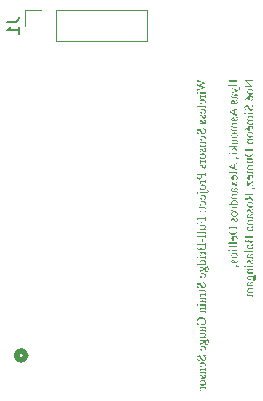
<source format=gbr>
%TF.GenerationSoftware,KiCad,Pcbnew,8.0.7*%
%TF.CreationDate,2025-03-27T17:59:10+01:00*%
%TF.ProjectId,StrainGauge,53747261-696e-4476-9175-67652e6b6963,rev?*%
%TF.SameCoordinates,Original*%
%TF.FileFunction,Legend,Bot*%
%TF.FilePolarity,Positive*%
%FSLAX46Y46*%
G04 Gerber Fmt 4.6, Leading zero omitted, Abs format (unit mm)*
G04 Created by KiCad (PCBNEW 8.0.7) date 2025-03-27 17:59:10*
%MOMM*%
%LPD*%
G01*
G04 APERTURE LIST*
%ADD10C,0.150000*%
%ADD11C,0.508000*%
%ADD12C,0.120000*%
G04 APERTURE END LIST*
D10*
G36*
X150894191Y-99279413D02*
G01*
X150906696Y-99279413D01*
X150910763Y-99240249D01*
X150913144Y-99231933D01*
X150943641Y-99207120D01*
X150950073Y-99206727D01*
X150973325Y-99209658D01*
X151002439Y-99218841D01*
X151421364Y-99380628D01*
X151108929Y-99499818D01*
X150973325Y-99446866D01*
X150937617Y-99428353D01*
X150916075Y-99402512D01*
X150907345Y-99364063D01*
X150906696Y-99349364D01*
X150894191Y-99349364D01*
X150894191Y-99649099D01*
X150906696Y-99649099D01*
X150909252Y-99608443D01*
X150913144Y-99591263D01*
X150945452Y-99566672D01*
X150954763Y-99566057D01*
X150973521Y-99568206D01*
X151006347Y-99579148D01*
X151424100Y-99740935D01*
X151046012Y-99881032D01*
X151008093Y-99892569D01*
X150985244Y-99897445D01*
X150961016Y-99900181D01*
X150924045Y-99884939D01*
X150915293Y-99870676D01*
X150907215Y-99831295D01*
X150906696Y-99821437D01*
X150894191Y-99821437D01*
X150894191Y-100043405D01*
X150906696Y-100043405D01*
X150918212Y-100005094D01*
X150922718Y-99997487D01*
X150952133Y-99970065D01*
X150986808Y-99954891D01*
X151314288Y-99835701D01*
X151443444Y-99789197D01*
X151644505Y-99721786D01*
X151644505Y-99704982D01*
X151516912Y-99659455D01*
X151175754Y-99526001D01*
X151644505Y-99353859D01*
X151644505Y-99336859D01*
X151413353Y-99256552D01*
X151150939Y-99160223D01*
X151113066Y-99145892D01*
X151070903Y-99129575D01*
X151034492Y-99115033D01*
X150998394Y-99099925D01*
X150959780Y-99082055D01*
X150951050Y-99077376D01*
X150920771Y-99049867D01*
X150907236Y-99010938D01*
X150906696Y-99004884D01*
X150894191Y-99004884D01*
X150894191Y-99279413D01*
G37*
G36*
X150925649Y-100126643D02*
G01*
X150888085Y-100141068D01*
X150885984Y-100143056D01*
X150869328Y-100179063D01*
X150869180Y-100183503D01*
X150882660Y-100220384D01*
X150885593Y-100223558D01*
X150921280Y-100240215D01*
X150925649Y-100240362D01*
X150963236Y-100225593D01*
X150965314Y-100223558D01*
X150981583Y-100187839D01*
X150981727Y-100183503D01*
X150968247Y-100146200D01*
X150965314Y-100143056D01*
X150928529Y-100126707D01*
X150925649Y-100126643D01*
G37*
G36*
X151619494Y-100056692D02*
G01*
X151613533Y-100097034D01*
X151599369Y-100130355D01*
X151561190Y-100143621D01*
X151519452Y-100145792D01*
X151244337Y-100145792D01*
X151204062Y-100143268D01*
X151194512Y-100140907D01*
X151171868Y-100107953D01*
X151171846Y-100106322D01*
X151173018Y-100094598D01*
X151181811Y-100061577D01*
X151169306Y-100061577D01*
X151163053Y-100085024D01*
X151152529Y-100124144D01*
X151141944Y-100162075D01*
X151129903Y-100202425D01*
X151124561Y-100218674D01*
X151119285Y-100238213D01*
X151127491Y-100239385D01*
X151518671Y-100239385D01*
X151559887Y-100241501D01*
X151597722Y-100253505D01*
X151598782Y-100254431D01*
X151615019Y-100290503D01*
X151619494Y-100322428D01*
X151632000Y-100322428D01*
X151632000Y-100056692D01*
X151619494Y-100056692D01*
G37*
G36*
X151619494Y-100328876D02*
G01*
X151612413Y-100368667D01*
X151598782Y-100395701D01*
X151560481Y-100410511D01*
X151531958Y-100412114D01*
X151281853Y-100412114D01*
X151241199Y-100410437D01*
X151202689Y-100402579D01*
X151201155Y-100401953D01*
X151177139Y-100369897D01*
X151176926Y-100365024D01*
X151178294Y-100350369D01*
X151181811Y-100331612D01*
X151169306Y-100331612D01*
X151158162Y-100371225D01*
X151151330Y-100395505D01*
X151140522Y-100433424D01*
X151138238Y-100441032D01*
X151125670Y-100479385D01*
X151119285Y-100497306D01*
X151121825Y-100501995D01*
X151132572Y-100502777D01*
X151222844Y-100502777D01*
X151191800Y-100526522D01*
X151161661Y-100553811D01*
X151146640Y-100570188D01*
X151125296Y-100605520D01*
X151119285Y-100637794D01*
X151130378Y-100676234D01*
X151136089Y-100683126D01*
X151172078Y-100700437D01*
X151178294Y-100700711D01*
X151215424Y-100688059D01*
X151216396Y-100687229D01*
X151231832Y-100653621D01*
X151217321Y-100617076D01*
X151212879Y-100611807D01*
X151193730Y-100578785D01*
X151212454Y-100543499D01*
X151224407Y-100531695D01*
X151257498Y-100510046D01*
X151287519Y-100503949D01*
X151531958Y-100503949D01*
X151571971Y-100508758D01*
X151601127Y-100525833D01*
X151616934Y-100562016D01*
X151619494Y-100598520D01*
X151632000Y-100598520D01*
X151632000Y-100328876D01*
X151619494Y-100328876D01*
G37*
G36*
X151413381Y-100719564D02*
G01*
X151455107Y-100725314D01*
X151494608Y-100736431D01*
X151531883Y-100752915D01*
X151566933Y-100774766D01*
X151580796Y-100785691D01*
X151607840Y-100814375D01*
X151629657Y-100852630D01*
X151640793Y-100890891D01*
X151644505Y-100933621D01*
X151640829Y-100976449D01*
X151629801Y-101015833D01*
X151611422Y-101051774D01*
X151585691Y-101084270D01*
X151563199Y-101105977D01*
X151532076Y-101130646D01*
X151495516Y-101152559D01*
X151457317Y-101168290D01*
X151450674Y-101149141D01*
X151480617Y-101129868D01*
X151511673Y-101105010D01*
X151538601Y-101076259D01*
X151550630Y-101058207D01*
X151565132Y-101020068D01*
X151569473Y-100979539D01*
X151568950Y-100966372D01*
X151559638Y-100924911D01*
X151538686Y-100887191D01*
X151509878Y-100856441D01*
X151480326Y-100835927D01*
X151443985Y-100819864D01*
X151400857Y-100808251D01*
X151358487Y-100801840D01*
X151319369Y-100798995D01*
X151319369Y-101146406D01*
X151284997Y-101144365D01*
X151243933Y-101135298D01*
X151204248Y-101116426D01*
X151171455Y-101088374D01*
X151156426Y-101069827D01*
X151135792Y-101034064D01*
X151123412Y-100995240D01*
X151119285Y-100953356D01*
X151120531Y-100927839D01*
X151121734Y-100921702D01*
X151156801Y-100921702D01*
X151158436Y-100944025D01*
X151173195Y-100983673D01*
X151203304Y-101011388D01*
X151240852Y-101025154D01*
X151281853Y-101032100D01*
X151281853Y-100801339D01*
X151246874Y-100809915D01*
X151210143Y-100826545D01*
X151184358Y-100847344D01*
X151163104Y-100882336D01*
X151156801Y-100921702D01*
X151121734Y-100921702D01*
X151128705Y-100886152D01*
X151144509Y-100848242D01*
X151167943Y-100814109D01*
X151199006Y-100783754D01*
X151224653Y-100765009D01*
X151263028Y-100744104D01*
X151304282Y-100729426D01*
X151348417Y-100720975D01*
X151388538Y-100718688D01*
X151413381Y-100719564D01*
G37*
G36*
X151619494Y-101216943D02*
G01*
X151612058Y-101257358D01*
X151597610Y-101285722D01*
X151561754Y-101301746D01*
X151531958Y-101303893D01*
X150994233Y-101303893D01*
X150954922Y-101300486D01*
X150947143Y-101297836D01*
X150925793Y-101263514D01*
X150925258Y-101253677D01*
X150927017Y-101236873D01*
X150931706Y-101214207D01*
X150919201Y-101214207D01*
X150909041Y-101253005D01*
X150897317Y-101295540D01*
X150885777Y-101335824D01*
X150873039Y-101378968D01*
X150869180Y-101391821D01*
X150872502Y-101396510D01*
X150886570Y-101397292D01*
X151538015Y-101397292D01*
X151578266Y-101401395D01*
X151601323Y-101413705D01*
X151615584Y-101450310D01*
X151619494Y-101481507D01*
X151632000Y-101481507D01*
X151632000Y-101216943D01*
X151619494Y-101216943D01*
G37*
G36*
X151413381Y-101527715D02*
G01*
X151455107Y-101533465D01*
X151494608Y-101544582D01*
X151531883Y-101561066D01*
X151566933Y-101582916D01*
X151580796Y-101593842D01*
X151607840Y-101622526D01*
X151629657Y-101660780D01*
X151640793Y-101699042D01*
X151644505Y-101741772D01*
X151640829Y-101784600D01*
X151629801Y-101823984D01*
X151611422Y-101859924D01*
X151585691Y-101892421D01*
X151563199Y-101914128D01*
X151532076Y-101938797D01*
X151495516Y-101960710D01*
X151457317Y-101976441D01*
X151450674Y-101957292D01*
X151480617Y-101938018D01*
X151511673Y-101913160D01*
X151538601Y-101884410D01*
X151550630Y-101866358D01*
X151565132Y-101828219D01*
X151569473Y-101787690D01*
X151568950Y-101774522D01*
X151559638Y-101733062D01*
X151538686Y-101695342D01*
X151509878Y-101664591D01*
X151480326Y-101644078D01*
X151443985Y-101628014D01*
X151400857Y-101616402D01*
X151358487Y-101609990D01*
X151319369Y-101607145D01*
X151319369Y-101954556D01*
X151284997Y-101952516D01*
X151243933Y-101943449D01*
X151204248Y-101924577D01*
X151171455Y-101896524D01*
X151156426Y-101877978D01*
X151135792Y-101842215D01*
X151123412Y-101803391D01*
X151119285Y-101761507D01*
X151120531Y-101735990D01*
X151121734Y-101729853D01*
X151156801Y-101729853D01*
X151158436Y-101752176D01*
X151173195Y-101791823D01*
X151203304Y-101819539D01*
X151240852Y-101833305D01*
X151281853Y-101840251D01*
X151281853Y-101609490D01*
X151246874Y-101618065D01*
X151210143Y-101634696D01*
X151184358Y-101655495D01*
X151163104Y-101690487D01*
X151156801Y-101729853D01*
X151121734Y-101729853D01*
X151128705Y-101694302D01*
X151144509Y-101656392D01*
X151167943Y-101622260D01*
X151199006Y-101591905D01*
X151224653Y-101573160D01*
X151263028Y-101552255D01*
X151304282Y-101537577D01*
X151348417Y-101529126D01*
X151388538Y-101526838D01*
X151413381Y-101527715D01*
G37*
G36*
X151469431Y-102060069D02*
G01*
X151469431Y-102078046D01*
X151509659Y-102089689D01*
X151545577Y-102106811D01*
X151553256Y-102112044D01*
X151581592Y-102139434D01*
X151600640Y-102177540D01*
X151606937Y-102219436D01*
X151606989Y-102224005D01*
X151600923Y-102262750D01*
X151585496Y-102288876D01*
X151551900Y-102309897D01*
X151530004Y-102312714D01*
X151491783Y-102301481D01*
X151487994Y-102299036D01*
X151460783Y-102270440D01*
X151448720Y-102250969D01*
X151415503Y-102189616D01*
X151396083Y-102154604D01*
X151374071Y-102122265D01*
X151347051Y-102092576D01*
X151344770Y-102090551D01*
X151310330Y-102068912D01*
X151270954Y-102059392D01*
X151258796Y-102058897D01*
X151219359Y-102064069D01*
X151182288Y-102081508D01*
X151158559Y-102102665D01*
X151136199Y-102135411D01*
X151123120Y-102173467D01*
X151119285Y-102212672D01*
X151124670Y-102253152D01*
X151131790Y-102276371D01*
X151144100Y-102313899D01*
X151144295Y-102315450D01*
X151138434Y-102329518D01*
X151119285Y-102337334D01*
X151119285Y-102350425D01*
X151294358Y-102354138D01*
X151294358Y-102337334D01*
X151255046Y-102327186D01*
X151217286Y-102311243D01*
X151211511Y-102307829D01*
X151180362Y-102280923D01*
X151161128Y-102243512D01*
X151156801Y-102209937D01*
X151164653Y-102170245D01*
X151179076Y-102149755D01*
X151213305Y-102130008D01*
X151231246Y-102127871D01*
X151270980Y-102142307D01*
X151299419Y-102173905D01*
X151316242Y-102203293D01*
X151352976Y-102275589D01*
X151376330Y-102315166D01*
X151401401Y-102346554D01*
X151432820Y-102372825D01*
X151471591Y-102389201D01*
X151497373Y-102392044D01*
X151539178Y-102386318D01*
X151575395Y-102369140D01*
X151603472Y-102343586D01*
X151625110Y-102310400D01*
X151638734Y-102271413D01*
X151644144Y-102231364D01*
X151644505Y-102216971D01*
X151640548Y-102177259D01*
X151632000Y-102142526D01*
X151621253Y-102103783D01*
X151619494Y-102093286D01*
X151626919Y-102081758D01*
X151644505Y-102074138D01*
X151644505Y-102060069D01*
X151469431Y-102060069D01*
G37*
G36*
X151469431Y-102495408D02*
G01*
X151469431Y-102513384D01*
X151509659Y-102525028D01*
X151545577Y-102542150D01*
X151553256Y-102547383D01*
X151581592Y-102574772D01*
X151600640Y-102612879D01*
X151606937Y-102654774D01*
X151606989Y-102659344D01*
X151600923Y-102698088D01*
X151585496Y-102724214D01*
X151551900Y-102745236D01*
X151530004Y-102748053D01*
X151491783Y-102736819D01*
X151487994Y-102734375D01*
X151460783Y-102705779D01*
X151448720Y-102686308D01*
X151415503Y-102624954D01*
X151396083Y-102589943D01*
X151374071Y-102557604D01*
X151347051Y-102527914D01*
X151344770Y-102525889D01*
X151310330Y-102504251D01*
X151270954Y-102494730D01*
X151258796Y-102494235D01*
X151219359Y-102499407D01*
X151182288Y-102516846D01*
X151158559Y-102538004D01*
X151136199Y-102570750D01*
X151123120Y-102608806D01*
X151119285Y-102648011D01*
X151124670Y-102688490D01*
X151131790Y-102711709D01*
X151144100Y-102749237D01*
X151144295Y-102750788D01*
X151138434Y-102764856D01*
X151119285Y-102772672D01*
X151119285Y-102785764D01*
X151294358Y-102789476D01*
X151294358Y-102772672D01*
X151255046Y-102762524D01*
X151217286Y-102746581D01*
X151211511Y-102743168D01*
X151180362Y-102716261D01*
X151161128Y-102678851D01*
X151156801Y-102645275D01*
X151164653Y-102605583D01*
X151179076Y-102585094D01*
X151213305Y-102565347D01*
X151231246Y-102563210D01*
X151270980Y-102577646D01*
X151299419Y-102609244D01*
X151316242Y-102638632D01*
X151352976Y-102710928D01*
X151376330Y-102750504D01*
X151401401Y-102781892D01*
X151432820Y-102808163D01*
X151471591Y-102824539D01*
X151497373Y-102827383D01*
X151539178Y-102821657D01*
X151575395Y-102804479D01*
X151603472Y-102778925D01*
X151625110Y-102745738D01*
X151638734Y-102706751D01*
X151644144Y-102666703D01*
X151644505Y-102652309D01*
X151640548Y-102612598D01*
X151632000Y-102577864D01*
X151621253Y-102539121D01*
X151619494Y-102528625D01*
X151626919Y-102517096D01*
X151644505Y-102509476D01*
X151644505Y-102495408D01*
X151469431Y-102495408D01*
G37*
G36*
X151406905Y-103224619D02*
G01*
X151447233Y-103241423D01*
X151482708Y-103259742D01*
X151516433Y-103281873D01*
X151528245Y-103291249D01*
X151558928Y-103322018D01*
X151582074Y-103355854D01*
X151597684Y-103392757D01*
X151605759Y-103432726D01*
X151606989Y-103456943D01*
X151601378Y-103498183D01*
X151584545Y-103534585D01*
X151572990Y-103549755D01*
X151540790Y-103575057D01*
X151503224Y-103586964D01*
X151477833Y-103588834D01*
X151438660Y-103583311D01*
X151400749Y-103564863D01*
X151382286Y-103549560D01*
X151357073Y-103519252D01*
X151331885Y-103483211D01*
X151308108Y-103446410D01*
X151304909Y-103441311D01*
X151245119Y-103345568D01*
X151222766Y-103313353D01*
X151197055Y-103283314D01*
X151190213Y-103276594D01*
X151156660Y-103251555D01*
X151117284Y-103234724D01*
X151075321Y-103229113D01*
X151035534Y-103232630D01*
X150994919Y-103244995D01*
X150958694Y-103266263D01*
X150936982Y-103285387D01*
X150910252Y-103320025D01*
X150893836Y-103355642D01*
X150884332Y-103395802D01*
X150881685Y-103434668D01*
X150885807Y-103474006D01*
X150896047Y-103513656D01*
X150900443Y-103526894D01*
X150913266Y-103565218D01*
X150919201Y-103588443D01*
X150909431Y-103617166D01*
X150881685Y-103629476D01*
X150881685Y-103652337D01*
X151119285Y-103676957D01*
X151119285Y-103650188D01*
X151079816Y-103638762D01*
X151039760Y-103622480D01*
X151001881Y-103599979D01*
X150972428Y-103573326D01*
X150963556Y-103562260D01*
X150942115Y-103528407D01*
X150926521Y-103491045D01*
X150919374Y-103450256D01*
X150919201Y-103442875D01*
X150925169Y-103402403D01*
X150943072Y-103367083D01*
X150946361Y-103362763D01*
X150978845Y-103337117D01*
X151018971Y-103328602D01*
X151021979Y-103328569D01*
X151062230Y-103335115D01*
X151096228Y-103354752D01*
X151124107Y-103383368D01*
X151148837Y-103416707D01*
X151161490Y-103436427D01*
X151222453Y-103534710D01*
X151246947Y-103572526D01*
X151270506Y-103605107D01*
X151296286Y-103635930D01*
X151326794Y-103664842D01*
X151361649Y-103686090D01*
X151400660Y-103698518D01*
X151439732Y-103702163D01*
X151481692Y-103698011D01*
X151520039Y-103685554D01*
X151554770Y-103664794D01*
X151585886Y-103635729D01*
X151611532Y-103600204D01*
X151629850Y-103560062D01*
X151639868Y-103521152D01*
X151644276Y-103478707D01*
X151644505Y-103465931D01*
X151641867Y-103426290D01*
X151633953Y-103385331D01*
X151625747Y-103357292D01*
X151613602Y-103319376D01*
X151606989Y-103292616D01*
X151618908Y-103266043D01*
X151644505Y-103257055D01*
X151644505Y-103232435D01*
X151406905Y-103199023D01*
X151406905Y-103224619D01*
G37*
G36*
X151413381Y-103798196D02*
G01*
X151455107Y-103803946D01*
X151494608Y-103815063D01*
X151531883Y-103831547D01*
X151566933Y-103853398D01*
X151580796Y-103864323D01*
X151607840Y-103893007D01*
X151629657Y-103931262D01*
X151640793Y-103969523D01*
X151644505Y-104012254D01*
X151640829Y-104055081D01*
X151629801Y-104094466D01*
X151611422Y-104130406D01*
X151585691Y-104162903D01*
X151563199Y-104184610D01*
X151532076Y-104209278D01*
X151495516Y-104231191D01*
X151457317Y-104246922D01*
X151450674Y-104227773D01*
X151480617Y-104208500D01*
X151511673Y-104183642D01*
X151538601Y-104154891D01*
X151550630Y-104136839D01*
X151565132Y-104098700D01*
X151569473Y-104058171D01*
X151568950Y-104045004D01*
X151559638Y-104003544D01*
X151538686Y-103965823D01*
X151509878Y-103935073D01*
X151480326Y-103914559D01*
X151443985Y-103898496D01*
X151400857Y-103886883D01*
X151358487Y-103880472D01*
X151319369Y-103877627D01*
X151319369Y-104225038D01*
X151284997Y-104222998D01*
X151243933Y-104213930D01*
X151204248Y-104195058D01*
X151171455Y-104167006D01*
X151156426Y-104148460D01*
X151135792Y-104112696D01*
X151123412Y-104073872D01*
X151119285Y-104031988D01*
X151120531Y-104006471D01*
X151121734Y-104000334D01*
X151156801Y-104000334D01*
X151158436Y-104022657D01*
X151173195Y-104062305D01*
X151203304Y-104090020D01*
X151240852Y-104103787D01*
X151281853Y-104110732D01*
X151281853Y-103879972D01*
X151246874Y-103888547D01*
X151210143Y-103905177D01*
X151184358Y-103925976D01*
X151163104Y-103960968D01*
X151156801Y-104000334D01*
X151121734Y-104000334D01*
X151128705Y-103964784D01*
X151144509Y-103926874D01*
X151167943Y-103892741D01*
X151199006Y-103862386D01*
X151224653Y-103843641D01*
X151263028Y-103822736D01*
X151304282Y-103808058D01*
X151348417Y-103799607D01*
X151388538Y-103797320D01*
X151413381Y-103798196D01*
G37*
G36*
X151619494Y-104292840D02*
G01*
X151609948Y-104330748D01*
X151599369Y-104347159D01*
X151561042Y-104361264D01*
X151531958Y-104362791D01*
X151244337Y-104362791D01*
X151204588Y-104358405D01*
X151199006Y-104356147D01*
X151179772Y-104321270D01*
X151179466Y-104313551D01*
X151180053Y-104303196D01*
X151181811Y-104290495D01*
X151169306Y-104290495D01*
X151157729Y-104328255D01*
X151145284Y-104367383D01*
X151135893Y-104396594D01*
X151119285Y-104447983D01*
X151122020Y-104452672D01*
X151129641Y-104453454D01*
X151210143Y-104453454D01*
X151183799Y-104482805D01*
X151158053Y-104514514D01*
X151145859Y-104532198D01*
X151128653Y-104567387D01*
X151119934Y-104606582D01*
X151119285Y-104620907D01*
X151126209Y-104660632D01*
X151141169Y-104688709D01*
X151170635Y-104717233D01*
X151205702Y-104734752D01*
X151249123Y-104744894D01*
X151293967Y-104747718D01*
X151556968Y-104747718D01*
X151595986Y-104756620D01*
X151604449Y-104763545D01*
X151618641Y-104801393D01*
X151619494Y-104816692D01*
X151632000Y-104816692D01*
X151632000Y-104583196D01*
X151619494Y-104583196D01*
X151608400Y-104622057D01*
X151596047Y-104638883D01*
X151557884Y-104652484D01*
X151519452Y-104654710D01*
X151289083Y-104654710D01*
X151249146Y-104650846D01*
X151212293Y-104637124D01*
X151186842Y-104606003D01*
X151181811Y-104572644D01*
X151189457Y-104533946D01*
X151203500Y-104506992D01*
X151228452Y-104476297D01*
X151244923Y-104458925D01*
X151556968Y-104458925D01*
X151595849Y-104467144D01*
X151606012Y-104476315D01*
X151618285Y-104514124D01*
X151619494Y-104531807D01*
X151632000Y-104531807D01*
X151632000Y-104292840D01*
X151619494Y-104292840D01*
G37*
G36*
X151469431Y-104890160D02*
G01*
X151469431Y-104908136D01*
X151509659Y-104919780D01*
X151545577Y-104936902D01*
X151553256Y-104942135D01*
X151581592Y-104969524D01*
X151600640Y-105007631D01*
X151606937Y-105049526D01*
X151606989Y-105054096D01*
X151600923Y-105092840D01*
X151585496Y-105118967D01*
X151551900Y-105139988D01*
X151530004Y-105142805D01*
X151491783Y-105131572D01*
X151487994Y-105129127D01*
X151460783Y-105100531D01*
X151448720Y-105081060D01*
X151415503Y-105019706D01*
X151396083Y-104984695D01*
X151374071Y-104952356D01*
X151347051Y-104922667D01*
X151344770Y-104920642D01*
X151310330Y-104899003D01*
X151270954Y-104889482D01*
X151258796Y-104888988D01*
X151219359Y-104894159D01*
X151182288Y-104911598D01*
X151158559Y-104932756D01*
X151136199Y-104965502D01*
X151123120Y-105003558D01*
X151119285Y-105042763D01*
X151124670Y-105083243D01*
X151131790Y-105106461D01*
X151144100Y-105143989D01*
X151144295Y-105145540D01*
X151138434Y-105159609D01*
X151119285Y-105167424D01*
X151119285Y-105180516D01*
X151294358Y-105184228D01*
X151294358Y-105167424D01*
X151255046Y-105157276D01*
X151217286Y-105141333D01*
X151211511Y-105137920D01*
X151180362Y-105111013D01*
X151161128Y-105073603D01*
X151156801Y-105040027D01*
X151164653Y-105000336D01*
X151179076Y-104979846D01*
X151213305Y-104960099D01*
X151231246Y-104957962D01*
X151270980Y-104972398D01*
X151299419Y-105003996D01*
X151316242Y-105033384D01*
X151352976Y-105105680D01*
X151376330Y-105145256D01*
X151401401Y-105176645D01*
X151432820Y-105202915D01*
X151471591Y-105219292D01*
X151497373Y-105222135D01*
X151539178Y-105216409D01*
X151575395Y-105199231D01*
X151603472Y-105173677D01*
X151625110Y-105140491D01*
X151638734Y-105101503D01*
X151644144Y-105061455D01*
X151644505Y-105047062D01*
X151640548Y-105007350D01*
X151632000Y-104972616D01*
X151621253Y-104933873D01*
X151619494Y-104923377D01*
X151626919Y-104911849D01*
X151644505Y-104904228D01*
X151644505Y-104890160D01*
X151469431Y-104890160D01*
G37*
G36*
X151411361Y-105297768D02*
G01*
X151451002Y-105304583D01*
X151493776Y-105318992D01*
X151532811Y-105340358D01*
X151568106Y-105368681D01*
X151586012Y-105387356D01*
X151611602Y-105422462D01*
X151629881Y-105460654D01*
X151640849Y-105501931D01*
X151644505Y-105546294D01*
X151643259Y-105573014D01*
X151635085Y-105616718D01*
X151619281Y-105656533D01*
X151595847Y-105692458D01*
X151564784Y-105724494D01*
X151539184Y-105744364D01*
X151501036Y-105766525D01*
X151460196Y-105782084D01*
X151416663Y-105791043D01*
X151377205Y-105793468D01*
X151341770Y-105791731D01*
X151302258Y-105785064D01*
X151260310Y-105770964D01*
X151222831Y-105750057D01*
X151189822Y-105722344D01*
X151169501Y-105699268D01*
X151146839Y-105663900D01*
X151130926Y-105624960D01*
X151121765Y-105582449D01*
X151119285Y-105543168D01*
X151119962Y-105527732D01*
X151156801Y-105527732D01*
X151159645Y-105556367D01*
X151174575Y-105594324D01*
X151202303Y-105626284D01*
X151237694Y-105649658D01*
X151247823Y-105654768D01*
X151283936Y-105670059D01*
X151326468Y-105682589D01*
X151370343Y-105689843D01*
X151409836Y-105691863D01*
X151436610Y-105691052D01*
X151476016Y-105686381D01*
X151515296Y-105676162D01*
X151552669Y-105658646D01*
X151578927Y-105637845D01*
X151600570Y-105603187D01*
X151606989Y-105564466D01*
X151604131Y-105536352D01*
X151589129Y-105498663D01*
X151561267Y-105466353D01*
X151525705Y-105442149D01*
X151505140Y-105431845D01*
X151468210Y-105417119D01*
X151430084Y-105406600D01*
X151390761Y-105400289D01*
X151350241Y-105398185D01*
X151335786Y-105398399D01*
X151295689Y-105401605D01*
X151255109Y-105410206D01*
X151216907Y-105426449D01*
X151184351Y-105452896D01*
X151163688Y-105487431D01*
X151156801Y-105527732D01*
X151119962Y-105527732D01*
X151120451Y-105516579D01*
X151128105Y-105473031D01*
X151142902Y-105433279D01*
X151164842Y-105397323D01*
X151193926Y-105365163D01*
X151218005Y-105345237D01*
X151254458Y-105323013D01*
X151294108Y-105307410D01*
X151336956Y-105298426D01*
X151376228Y-105295994D01*
X151411361Y-105297768D01*
G37*
G36*
X151619494Y-105831960D02*
G01*
X151612413Y-105871751D01*
X151598782Y-105898785D01*
X151560481Y-105913596D01*
X151531958Y-105915198D01*
X151281853Y-105915198D01*
X151241199Y-105913522D01*
X151202689Y-105905663D01*
X151201155Y-105905038D01*
X151177139Y-105872982D01*
X151176926Y-105868108D01*
X151178294Y-105853454D01*
X151181811Y-105834696D01*
X151169306Y-105834696D01*
X151158162Y-105874309D01*
X151151330Y-105898590D01*
X151140522Y-105936509D01*
X151138238Y-105944117D01*
X151125670Y-105982469D01*
X151119285Y-106000390D01*
X151121825Y-106005080D01*
X151132572Y-106005861D01*
X151222844Y-106005861D01*
X151191800Y-106029607D01*
X151161661Y-106056896D01*
X151146640Y-106073272D01*
X151125296Y-106108604D01*
X151119285Y-106140879D01*
X151130378Y-106179318D01*
X151136089Y-106186210D01*
X151172078Y-106203521D01*
X151178294Y-106203796D01*
X151215424Y-106191143D01*
X151216396Y-106190314D01*
X151231832Y-106156706D01*
X151217321Y-106120161D01*
X151212879Y-106114891D01*
X151193730Y-106081870D01*
X151212454Y-106046583D01*
X151224407Y-106034780D01*
X151257498Y-106013130D01*
X151287519Y-106007034D01*
X151531958Y-106007034D01*
X151571971Y-106011842D01*
X151601127Y-106028918D01*
X151616934Y-106065100D01*
X151619494Y-106101605D01*
X151632000Y-106101605D01*
X151632000Y-105831960D01*
X151619494Y-105831960D01*
G37*
G36*
X151469431Y-106257920D02*
G01*
X151469431Y-106275896D01*
X151509659Y-106287540D01*
X151545577Y-106304662D01*
X151553256Y-106309895D01*
X151581592Y-106337284D01*
X151600640Y-106375391D01*
X151606937Y-106417286D01*
X151606989Y-106421856D01*
X151600923Y-106460600D01*
X151585496Y-106486727D01*
X151551900Y-106507748D01*
X151530004Y-106510565D01*
X151491783Y-106499331D01*
X151487994Y-106496887D01*
X151460783Y-106468291D01*
X151448720Y-106448820D01*
X151415503Y-106387466D01*
X151396083Y-106352455D01*
X151374071Y-106320116D01*
X151347051Y-106290427D01*
X151344770Y-106288401D01*
X151310330Y-106266763D01*
X151270954Y-106257242D01*
X151258796Y-106256748D01*
X151219359Y-106261919D01*
X151182288Y-106279358D01*
X151158559Y-106300516D01*
X151136199Y-106333262D01*
X151123120Y-106371318D01*
X151119285Y-106410523D01*
X151124670Y-106451003D01*
X151131790Y-106474221D01*
X151144100Y-106511749D01*
X151144295Y-106513300D01*
X151138434Y-106527369D01*
X151119285Y-106535184D01*
X151119285Y-106548276D01*
X151294358Y-106551988D01*
X151294358Y-106535184D01*
X151255046Y-106525036D01*
X151217286Y-106509093D01*
X151211511Y-106505680D01*
X151180362Y-106478773D01*
X151161128Y-106441363D01*
X151156801Y-106407787D01*
X151164653Y-106368096D01*
X151179076Y-106347606D01*
X151213305Y-106327859D01*
X151231246Y-106325722D01*
X151270980Y-106340158D01*
X151299419Y-106371756D01*
X151316242Y-106401144D01*
X151352976Y-106473440D01*
X151376330Y-106513016D01*
X151401401Y-106544405D01*
X151432820Y-106570675D01*
X151471591Y-106587052D01*
X151497373Y-106589895D01*
X151539178Y-106584169D01*
X151575395Y-106566991D01*
X151603472Y-106541437D01*
X151625110Y-106508251D01*
X151638734Y-106469263D01*
X151644144Y-106429215D01*
X151644505Y-106414822D01*
X151640548Y-106375110D01*
X151632000Y-106340376D01*
X151621253Y-106301633D01*
X151619494Y-106291137D01*
X151626919Y-106279609D01*
X151644505Y-106271988D01*
X151644505Y-106257920D01*
X151469431Y-106257920D01*
G37*
G36*
X150907091Y-106936727D02*
G01*
X150915287Y-106977550D01*
X150936005Y-107010969D01*
X150950635Y-107018749D01*
X150991166Y-107027014D01*
X151031748Y-107028750D01*
X151494442Y-107028750D01*
X151512589Y-107028503D01*
X151553678Y-107025273D01*
X151591748Y-107012923D01*
X151595578Y-107009532D01*
X151612478Y-106974287D01*
X151619494Y-106933007D01*
X151632000Y-106933007D01*
X151632000Y-107246420D01*
X151619494Y-107246420D01*
X151618681Y-107238204D01*
X151611464Y-107196731D01*
X151593116Y-107159665D01*
X151574748Y-107149464D01*
X151533925Y-107141851D01*
X151494442Y-107140321D01*
X151306863Y-107140321D01*
X151306863Y-107143012D01*
X151306863Y-107182135D01*
X151306863Y-107189013D01*
X151306863Y-107228443D01*
X151305077Y-107274081D01*
X151299719Y-107316765D01*
X151290789Y-107356495D01*
X151275856Y-107399113D01*
X151256061Y-107437711D01*
X151238673Y-107461859D01*
X151209249Y-107488791D01*
X151173897Y-107507700D01*
X151132617Y-107518588D01*
X151092516Y-107521535D01*
X151050042Y-107516809D01*
X151011916Y-107502630D01*
X150978137Y-107479000D01*
X150948706Y-107445917D01*
X150938963Y-107431190D01*
X150919958Y-107392272D01*
X150907819Y-107353838D01*
X150899514Y-107310719D01*
X150895522Y-107271208D01*
X150894191Y-107228443D01*
X150894191Y-107190732D01*
X150931706Y-107190732D01*
X150933376Y-107229625D01*
X150939950Y-107271745D01*
X150952809Y-107310900D01*
X150955291Y-107316357D01*
X150979764Y-107353782D01*
X151012444Y-107380117D01*
X151053330Y-107395364D01*
X151095838Y-107399609D01*
X151102693Y-107399530D01*
X151146848Y-107394577D01*
X151189090Y-107379483D01*
X151222563Y-107354326D01*
X151247268Y-107319106D01*
X151248627Y-107316314D01*
X151261564Y-107277777D01*
X151267601Y-107238569D01*
X151269348Y-107197766D01*
X151269348Y-107179595D01*
X151269348Y-107140321D01*
X150969808Y-107140321D01*
X150938741Y-107148136D01*
X150936714Y-107151289D01*
X150931706Y-107190732D01*
X150894191Y-107190732D01*
X150894191Y-106933007D01*
X150906696Y-106933007D01*
X150907091Y-106936727D01*
G37*
G36*
X151619494Y-107542833D02*
G01*
X151612413Y-107582623D01*
X151598782Y-107609658D01*
X151560481Y-107624468D01*
X151531958Y-107626071D01*
X151281853Y-107626071D01*
X151241199Y-107624394D01*
X151202689Y-107616535D01*
X151201155Y-107615910D01*
X151177139Y-107583854D01*
X151176926Y-107578981D01*
X151178294Y-107564326D01*
X151181811Y-107545568D01*
X151169306Y-107545568D01*
X151158162Y-107585181D01*
X151151330Y-107609462D01*
X151140522Y-107647381D01*
X151138238Y-107654989D01*
X151125670Y-107693341D01*
X151119285Y-107711263D01*
X151121825Y-107715952D01*
X151132572Y-107716734D01*
X151222844Y-107716734D01*
X151191800Y-107740479D01*
X151161661Y-107767768D01*
X151146640Y-107784145D01*
X151125296Y-107819477D01*
X151119285Y-107851751D01*
X151130378Y-107890190D01*
X151136089Y-107897083D01*
X151172078Y-107914393D01*
X151178294Y-107914668D01*
X151215424Y-107902015D01*
X151216396Y-107901186D01*
X151231832Y-107867578D01*
X151217321Y-107831033D01*
X151212879Y-107825764D01*
X151193730Y-107792742D01*
X151212454Y-107757456D01*
X151224407Y-107745652D01*
X151257498Y-107724003D01*
X151287519Y-107717906D01*
X151531958Y-107717906D01*
X151571971Y-107722715D01*
X151601127Y-107739790D01*
X151616934Y-107775972D01*
X151619494Y-107812477D01*
X151632000Y-107812477D01*
X151632000Y-107542833D01*
X151619494Y-107542833D01*
G37*
G36*
X151411361Y-107941062D02*
G01*
X151451002Y-107947877D01*
X151493776Y-107962286D01*
X151532811Y-107983652D01*
X151568106Y-108011974D01*
X151586012Y-108030650D01*
X151611602Y-108065756D01*
X151629881Y-108103948D01*
X151640849Y-108145225D01*
X151644505Y-108189588D01*
X151643259Y-108216308D01*
X151635085Y-108260012D01*
X151619281Y-108299827D01*
X151595847Y-108335752D01*
X151564784Y-108367787D01*
X151539184Y-108387658D01*
X151501036Y-108409818D01*
X151460196Y-108425378D01*
X151416663Y-108434337D01*
X151377205Y-108436762D01*
X151341770Y-108435025D01*
X151302258Y-108428357D01*
X151260310Y-108414258D01*
X151222831Y-108393351D01*
X151189822Y-108365638D01*
X151169501Y-108342562D01*
X151146839Y-108307194D01*
X151130926Y-108268254D01*
X151121765Y-108225743D01*
X151119285Y-108186461D01*
X151119962Y-108171025D01*
X151156801Y-108171025D01*
X151159645Y-108199661D01*
X151174575Y-108237618D01*
X151202303Y-108269577D01*
X151237694Y-108292951D01*
X151247823Y-108298062D01*
X151283936Y-108313353D01*
X151326468Y-108325883D01*
X151370343Y-108333137D01*
X151409836Y-108335157D01*
X151436610Y-108334346D01*
X151476016Y-108329674D01*
X151515296Y-108319456D01*
X151552669Y-108301939D01*
X151578927Y-108281139D01*
X151600570Y-108246481D01*
X151606989Y-108207759D01*
X151604131Y-108179646D01*
X151589129Y-108141957D01*
X151561267Y-108109647D01*
X151525705Y-108085443D01*
X151505140Y-108075139D01*
X151468210Y-108060413D01*
X151430084Y-108049894D01*
X151390761Y-108043583D01*
X151350241Y-108041479D01*
X151335786Y-108041693D01*
X151295689Y-108044898D01*
X151255109Y-108053500D01*
X151216907Y-108069742D01*
X151184351Y-108096189D01*
X151163688Y-108130725D01*
X151156801Y-108171025D01*
X151119962Y-108171025D01*
X151120451Y-108159873D01*
X151128105Y-108116325D01*
X151142902Y-108076573D01*
X151164842Y-108040617D01*
X151193926Y-108008457D01*
X151218005Y-107988530D01*
X151254458Y-107966307D01*
X151294108Y-107950703D01*
X151336956Y-107941719D01*
X151376228Y-107939288D01*
X151411361Y-107941062D01*
G37*
G36*
X150925649Y-108593468D02*
G01*
X150888085Y-108607893D01*
X150885984Y-108609881D01*
X150869328Y-108645888D01*
X150869180Y-108650327D01*
X150882981Y-108687209D01*
X150885984Y-108690383D01*
X150921383Y-108707040D01*
X150925649Y-108707187D01*
X150963236Y-108692418D01*
X150965314Y-108690383D01*
X150981583Y-108654664D01*
X150981727Y-108650327D01*
X150968247Y-108613025D01*
X150965314Y-108609881D01*
X150928529Y-108593532D01*
X150925649Y-108593468D01*
G37*
G36*
X151769557Y-108450635D02*
G01*
X151785714Y-108487404D01*
X151807073Y-108506127D01*
X151836345Y-108533164D01*
X151844588Y-108553998D01*
X151826749Y-108589629D01*
X151803165Y-108600502D01*
X151761849Y-108606582D01*
X151719927Y-108608122D01*
X151680453Y-108608580D01*
X151641107Y-108608694D01*
X151616954Y-108608709D01*
X151244337Y-108608709D01*
X151204454Y-108605595D01*
X151190213Y-108601479D01*
X151172628Y-108568848D01*
X151175363Y-108548722D01*
X151181811Y-108523321D01*
X151169306Y-108523321D01*
X151156605Y-108569825D01*
X151145732Y-108608821D01*
X151144295Y-108613789D01*
X151133060Y-108651519D01*
X151128664Y-108665568D01*
X151119285Y-108698394D01*
X151126905Y-108700544D01*
X151635517Y-108700544D01*
X151675156Y-108699394D01*
X151715582Y-108695263D01*
X151754841Y-108687025D01*
X151784212Y-108676510D01*
X151822355Y-108653547D01*
X151851130Y-108622954D01*
X151870537Y-108584731D01*
X151879714Y-108545897D01*
X151882104Y-108509253D01*
X151877196Y-108468815D01*
X151864714Y-108437348D01*
X151836841Y-108409607D01*
X151818210Y-108405889D01*
X151784212Y-108418590D01*
X151769557Y-108450635D01*
G37*
G36*
X151413381Y-108804197D02*
G01*
X151455107Y-108809948D01*
X151494608Y-108821065D01*
X151531883Y-108837549D01*
X151566933Y-108859399D01*
X151580796Y-108870324D01*
X151607840Y-108899009D01*
X151629657Y-108937263D01*
X151640793Y-108975524D01*
X151644505Y-109018255D01*
X151640829Y-109061083D01*
X151629801Y-109100467D01*
X151611422Y-109136407D01*
X151585691Y-109168904D01*
X151563199Y-109190611D01*
X151532076Y-109215280D01*
X151495516Y-109237193D01*
X151457317Y-109252923D01*
X151450674Y-109233775D01*
X151480617Y-109214501D01*
X151511673Y-109189643D01*
X151538601Y-109160893D01*
X151550630Y-109142841D01*
X151565132Y-109104702D01*
X151569473Y-109064173D01*
X151568950Y-109051005D01*
X151559638Y-109009545D01*
X151538686Y-108971825D01*
X151509878Y-108941074D01*
X151480326Y-108920560D01*
X151443985Y-108904497D01*
X151400857Y-108892885D01*
X151358487Y-108886473D01*
X151319369Y-108883628D01*
X151319369Y-109231039D01*
X151284997Y-109228999D01*
X151243933Y-109219932D01*
X151204248Y-109201060D01*
X151171455Y-109173007D01*
X151156426Y-109154461D01*
X151135792Y-109118697D01*
X151123412Y-109079874D01*
X151119285Y-109037990D01*
X151120531Y-109012472D01*
X151121734Y-109006336D01*
X151156801Y-109006336D01*
X151158436Y-109028659D01*
X151173195Y-109068306D01*
X151203304Y-109096022D01*
X151240852Y-109109788D01*
X151281853Y-109116734D01*
X151281853Y-108885973D01*
X151246874Y-108894548D01*
X151210143Y-108911179D01*
X151184358Y-108931977D01*
X151163104Y-108966970D01*
X151156801Y-109006336D01*
X151121734Y-109006336D01*
X151128705Y-108970785D01*
X151144509Y-108932875D01*
X151167943Y-108898743D01*
X151199006Y-108868387D01*
X151224653Y-108849643D01*
X151263028Y-108828738D01*
X151304282Y-108814060D01*
X151348417Y-108805609D01*
X151388538Y-108803321D01*
X151413381Y-108804197D01*
G37*
G36*
X151119285Y-109556957D02*
G01*
X151122758Y-109597849D01*
X151134600Y-109638554D01*
X151154847Y-109674780D01*
X151182333Y-109704904D01*
X151219396Y-109723008D01*
X151232418Y-109724214D01*
X151266221Y-109711514D01*
X151281838Y-109674449D01*
X151281853Y-109672826D01*
X151269348Y-109639218D01*
X151235402Y-109618976D01*
X151232418Y-109618115D01*
X151207212Y-109611667D01*
X151172831Y-109593083D01*
X151167938Y-109586852D01*
X151157073Y-109548310D01*
X151156801Y-109539371D01*
X151163242Y-109498805D01*
X151182567Y-109462810D01*
X151211316Y-109434054D01*
X151244699Y-109413369D01*
X151283739Y-109399453D01*
X151323190Y-109392767D01*
X151355712Y-109391263D01*
X151395975Y-109394218D01*
X151434114Y-109403084D01*
X151474480Y-109420123D01*
X151504016Y-109438548D01*
X151535658Y-109467758D01*
X151556944Y-109502192D01*
X151567875Y-109541851D01*
X151569473Y-109566140D01*
X151564143Y-109607027D01*
X151548151Y-109644396D01*
X151531567Y-109667355D01*
X151501298Y-109695956D01*
X151468403Y-109720283D01*
X151462593Y-109724214D01*
X151472167Y-109739455D01*
X151509487Y-109719694D01*
X151544499Y-109697164D01*
X151573186Y-109673803D01*
X151600975Y-109643908D01*
X151624377Y-109607293D01*
X151638863Y-109568065D01*
X151644435Y-109526223D01*
X151644505Y-109520809D01*
X151640316Y-109479349D01*
X151627750Y-109440355D01*
X151606806Y-109403829D01*
X151581608Y-109373892D01*
X151577484Y-109369769D01*
X151545778Y-109344264D01*
X151509470Y-109325023D01*
X151468563Y-109312047D01*
X151429839Y-109305910D01*
X151394986Y-109304312D01*
X151353747Y-109306826D01*
X151314734Y-109314369D01*
X151272032Y-109329524D01*
X151232359Y-109351523D01*
X151200764Y-109375826D01*
X151173074Y-109404043D01*
X151148010Y-109440314D01*
X151130743Y-109480194D01*
X151121274Y-109523684D01*
X151119285Y-109556957D01*
G37*
G36*
X151131790Y-110060488D02*
G01*
X151169306Y-110060488D01*
X151169306Y-109948918D01*
X151482132Y-109947941D01*
X151522146Y-109950167D01*
X151544463Y-109954975D01*
X151575787Y-109979407D01*
X151581979Y-110006364D01*
X151572990Y-110040558D01*
X151546864Y-110071275D01*
X151544463Y-110073579D01*
X151556577Y-110087843D01*
X151573186Y-110075729D01*
X151603004Y-110050265D01*
X151627446Y-110017534D01*
X151628482Y-110015547D01*
X151641860Y-109978716D01*
X151644505Y-109954389D01*
X151637717Y-109914954D01*
X151614828Y-109883098D01*
X151587059Y-109866852D01*
X151547211Y-109857095D01*
X151507512Y-109854396D01*
X151500695Y-109854347D01*
X151169306Y-109854347D01*
X151169306Y-109794752D01*
X151166180Y-109790648D01*
X151162076Y-109789281D01*
X151153870Y-109791625D01*
X151140583Y-109807257D01*
X151112879Y-109837974D01*
X151088022Y-109861577D01*
X151054643Y-109887205D01*
X151020684Y-109912062D01*
X150987048Y-109936310D01*
X150981727Y-109940125D01*
X150982900Y-109948722D01*
X150991497Y-109950090D01*
X151131790Y-109950090D01*
X151131790Y-110060488D01*
G37*
G36*
X151181030Y-110298869D02*
G01*
X151218486Y-110287301D01*
X151226752Y-110279916D01*
X151243908Y-110244506D01*
X151244337Y-110237124D01*
X151230844Y-110199288D01*
X151225384Y-110193747D01*
X151189176Y-110177353D01*
X151181616Y-110176943D01*
X151143517Y-110189323D01*
X151137652Y-110194333D01*
X151119733Y-110229434D01*
X151119285Y-110237124D01*
X151132898Y-110275144D01*
X151137066Y-110279916D01*
X151173001Y-110298406D01*
X151181030Y-110298869D01*
G37*
G36*
X151644505Y-110235366D02*
G01*
X151629420Y-110198102D01*
X151626138Y-110194724D01*
X151589718Y-110177377D01*
X151581783Y-110176943D01*
X151544168Y-110189323D01*
X151538210Y-110194333D01*
X151519910Y-110229851D01*
X151519452Y-110237711D01*
X151531449Y-110275048D01*
X151537624Y-110282456D01*
X151573384Y-110301137D01*
X151581197Y-110301605D01*
X151618935Y-110288668D01*
X151625161Y-110283433D01*
X151643579Y-110247951D01*
X151644505Y-110235366D01*
G37*
G36*
X151619494Y-110690048D02*
G01*
X151612828Y-110729654D01*
X151598515Y-110766076D01*
X151592921Y-110772309D01*
X151555688Y-110784964D01*
X151513377Y-110788274D01*
X151494442Y-110788527D01*
X151031748Y-110788527D01*
X150990483Y-110786752D01*
X150951843Y-110779140D01*
X150935028Y-110770355D01*
X150914812Y-110736098D01*
X150907448Y-110697666D01*
X150906696Y-110690048D01*
X150894191Y-110690048D01*
X150894191Y-111286782D01*
X151044254Y-111290495D01*
X151044254Y-111259427D01*
X151003602Y-111250257D01*
X150966503Y-111232458D01*
X150951246Y-111216245D01*
X150937889Y-111176692D01*
X150932928Y-111133923D01*
X150931706Y-111090997D01*
X150931706Y-110937808D01*
X150939327Y-110909085D01*
X150969418Y-110902833D01*
X151219327Y-110902833D01*
X151219327Y-111064815D01*
X151217400Y-111104435D01*
X151208226Y-111142850D01*
X151199592Y-111155868D01*
X151164373Y-111175659D01*
X151126674Y-111186174D01*
X151119285Y-111187718D01*
X151119285Y-111214096D01*
X151369390Y-111214096D01*
X151369390Y-111187718D01*
X151329612Y-111177322D01*
X151293109Y-111159114D01*
X151289083Y-111155478D01*
X151273125Y-111117078D01*
X151269521Y-111077664D01*
X151269348Y-111064815D01*
X151269348Y-110902833D01*
X151494442Y-110902833D01*
X151536810Y-110904665D01*
X151575800Y-110912523D01*
X151592139Y-110921591D01*
X151611277Y-110957009D01*
X151618678Y-110996283D01*
X151619494Y-111004047D01*
X151632000Y-111004047D01*
X151632000Y-110690048D01*
X151619494Y-110690048D01*
G37*
G36*
X151131790Y-111473775D02*
G01*
X151480960Y-111473775D01*
X151519879Y-111477426D01*
X151540555Y-111484131D01*
X151570288Y-111510609D01*
X151581614Y-111548725D01*
X151581979Y-111558576D01*
X151575030Y-111597580D01*
X151557359Y-111631263D01*
X151531200Y-111661964D01*
X151519843Y-111672295D01*
X151206822Y-111672295D01*
X151167873Y-111664538D01*
X151158168Y-111655882D01*
X151146658Y-111617799D01*
X151144295Y-111590230D01*
X151131790Y-111590230D01*
X151131790Y-111766866D01*
X151519452Y-111766866D01*
X151559156Y-111773146D01*
X151570060Y-111780153D01*
X151582009Y-111819466D01*
X151581979Y-111837013D01*
X151594484Y-111837013D01*
X151604922Y-111798564D01*
X151606598Y-111792658D01*
X151618252Y-111755095D01*
X151621448Y-111745177D01*
X151635255Y-111707210D01*
X151644505Y-111682847D01*
X151641965Y-111679525D01*
X151636494Y-111678939D01*
X151549152Y-111678939D01*
X151578232Y-111652002D01*
X151605695Y-111620881D01*
X151612655Y-111611137D01*
X151632064Y-111575490D01*
X151642981Y-111535135D01*
X151644505Y-111512658D01*
X151637885Y-111472122D01*
X151619883Y-111436290D01*
X151609920Y-111422972D01*
X151577936Y-111397015D01*
X151537225Y-111383746D01*
X151495810Y-111380376D01*
X151206822Y-111380376D01*
X151167668Y-111372382D01*
X151155824Y-111361814D01*
X151145453Y-111321896D01*
X151144295Y-111310230D01*
X151131790Y-111310230D01*
X151131790Y-111473775D01*
G37*
G36*
X151619494Y-111883126D02*
G01*
X151612058Y-111923540D01*
X151597610Y-111951905D01*
X151561754Y-111967929D01*
X151531958Y-111970076D01*
X150994233Y-111970076D01*
X150954922Y-111966669D01*
X150947143Y-111964019D01*
X150925793Y-111929696D01*
X150925258Y-111919860D01*
X150927017Y-111903056D01*
X150931706Y-111880390D01*
X150919201Y-111880390D01*
X150909041Y-111919188D01*
X150897317Y-111961723D01*
X150885777Y-112002007D01*
X150873039Y-112045151D01*
X150869180Y-112058004D01*
X150872502Y-112062693D01*
X150886570Y-112063475D01*
X151538015Y-112063475D01*
X151578266Y-112067578D01*
X151601323Y-112079888D01*
X151615584Y-112116493D01*
X151619494Y-112147690D01*
X151632000Y-112147690D01*
X151632000Y-111883126D01*
X151619494Y-111883126D01*
G37*
G36*
X151619494Y-112194193D02*
G01*
X151612058Y-112234608D01*
X151597610Y-112262972D01*
X151561754Y-112278997D01*
X151531958Y-112281144D01*
X150994233Y-112281144D01*
X150954922Y-112277737D01*
X150947143Y-112275087D01*
X150925793Y-112240764D01*
X150925258Y-112230928D01*
X150927017Y-112214124D01*
X150931706Y-112191458D01*
X150919201Y-112191458D01*
X150909041Y-112230256D01*
X150897317Y-112272791D01*
X150885777Y-112313074D01*
X150873039Y-112356219D01*
X150869180Y-112369071D01*
X150872502Y-112373761D01*
X150886570Y-112374542D01*
X151538015Y-112374542D01*
X151578266Y-112378646D01*
X151601323Y-112390956D01*
X151615584Y-112427560D01*
X151619494Y-112458757D01*
X151632000Y-112458757D01*
X151632000Y-112194193D01*
X151619494Y-112194193D01*
G37*
G36*
X151356884Y-112525973D02*
G01*
X151356884Y-112801088D01*
X151419411Y-112801088D01*
X151419411Y-112525973D01*
X151356884Y-112525973D01*
G37*
G36*
X150907623Y-112886458D02*
G01*
X150914493Y-112927211D01*
X150932879Y-112961898D01*
X150949626Y-112971532D01*
X150989097Y-112979882D01*
X151031748Y-112981828D01*
X151494442Y-112981828D01*
X151513001Y-112981516D01*
X151554941Y-112977449D01*
X151593507Y-112961898D01*
X151600910Y-112952741D01*
X151614308Y-112915123D01*
X151619494Y-112874166D01*
X151632000Y-112874166D01*
X151632000Y-113239553D01*
X151631106Y-113273547D01*
X151627138Y-113315667D01*
X151618877Y-113358672D01*
X151606598Y-113397041D01*
X151600224Y-113411734D01*
X151577301Y-113450127D01*
X151548677Y-113479988D01*
X151514351Y-113501317D01*
X151474323Y-113514115D01*
X151428594Y-113518381D01*
X151414460Y-113517900D01*
X151375664Y-113510687D01*
X151338901Y-113492521D01*
X151308817Y-113463670D01*
X151295985Y-113446029D01*
X151275916Y-113411535D01*
X151259742Y-113373517D01*
X151247464Y-113331974D01*
X151242439Y-113350689D01*
X151228747Y-113389378D01*
X151208385Y-113425373D01*
X151200314Y-113435255D01*
X151168502Y-113461175D01*
X151129133Y-113476295D01*
X151087240Y-113480669D01*
X151080670Y-113480592D01*
X151038111Y-113475724D01*
X150996822Y-113460886D01*
X150963372Y-113436156D01*
X150937764Y-113401535D01*
X150935083Y-113396547D01*
X150918700Y-113358597D01*
X150906488Y-113315336D01*
X150899339Y-113274029D01*
X150895254Y-113228819D01*
X150894191Y-113188164D01*
X150894191Y-113146936D01*
X150931706Y-113146936D01*
X150931880Y-113163886D01*
X150934038Y-113205023D01*
X150939415Y-113244236D01*
X150951441Y-113284884D01*
X150953778Y-113289933D01*
X150977201Y-113324555D01*
X151009026Y-113348918D01*
X151049253Y-113363023D01*
X151091344Y-113366950D01*
X151117448Y-113365214D01*
X151157824Y-113353336D01*
X151189700Y-113330207D01*
X151213074Y-113295826D01*
X151219092Y-113281225D01*
X151228645Y-113241864D01*
X151231832Y-113202233D01*
X151231832Y-113095547D01*
X151268957Y-113095547D01*
X151269348Y-113116650D01*
X151269348Y-113149085D01*
X151269483Y-113162080D01*
X151272083Y-113205264D01*
X151277994Y-113244877D01*
X151288802Y-113285776D01*
X151303933Y-113322009D01*
X151318997Y-113345051D01*
X151349450Y-113370676D01*
X151389332Y-113385573D01*
X151432697Y-113389811D01*
X151455476Y-113388904D01*
X151495263Y-113381650D01*
X151534178Y-113362382D01*
X151561071Y-113331779D01*
X151572426Y-113309101D01*
X151585054Y-113271375D01*
X151592396Y-113229197D01*
X151594484Y-113187969D01*
X151593491Y-113152100D01*
X151586082Y-113111960D01*
X151584927Y-113109973D01*
X151548371Y-113095547D01*
X151268957Y-113095547D01*
X151231832Y-113095547D01*
X150971762Y-113095547D01*
X150937959Y-113103754D01*
X150935834Y-113107772D01*
X150931706Y-113146936D01*
X150894191Y-113146936D01*
X150894191Y-112874166D01*
X150906696Y-112874166D01*
X150907623Y-112886458D01*
G37*
G36*
X151619494Y-113606308D02*
G01*
X151612413Y-113646099D01*
X151598782Y-113673133D01*
X151560481Y-113687943D01*
X151531958Y-113689546D01*
X151281853Y-113689546D01*
X151241199Y-113687869D01*
X151202689Y-113680011D01*
X151201155Y-113679385D01*
X151177139Y-113647329D01*
X151176926Y-113642456D01*
X151178294Y-113627801D01*
X151181811Y-113609043D01*
X151169306Y-113609043D01*
X151158162Y-113648657D01*
X151151330Y-113672937D01*
X151140522Y-113710856D01*
X151138238Y-113718464D01*
X151125670Y-113756816D01*
X151119285Y-113774738D01*
X151121825Y-113779427D01*
X151132572Y-113780209D01*
X151222844Y-113780209D01*
X151191800Y-113803954D01*
X151161661Y-113831243D01*
X151146640Y-113847620D01*
X151125296Y-113882952D01*
X151119285Y-113915226D01*
X151130378Y-113953666D01*
X151136089Y-113960558D01*
X151172078Y-113977868D01*
X151178294Y-113978143D01*
X151215424Y-113965491D01*
X151216396Y-113964661D01*
X151231832Y-113931053D01*
X151217321Y-113894508D01*
X151212879Y-113889239D01*
X151193730Y-113856217D01*
X151212454Y-113820931D01*
X151224407Y-113809127D01*
X151257498Y-113787478D01*
X151287519Y-113781381D01*
X151531958Y-113781381D01*
X151571971Y-113786190D01*
X151601127Y-113803265D01*
X151616934Y-113839448D01*
X151619494Y-113875952D01*
X151632000Y-113875952D01*
X151632000Y-113606308D01*
X151619494Y-113606308D01*
G37*
G36*
X150925649Y-114066071D02*
G01*
X150888085Y-114080496D01*
X150885984Y-114082484D01*
X150869328Y-114118491D01*
X150869180Y-114122930D01*
X150882660Y-114159812D01*
X150885593Y-114162986D01*
X150921280Y-114179642D01*
X150925649Y-114179790D01*
X150963236Y-114165021D01*
X150965314Y-114162986D01*
X150981583Y-114127267D01*
X150981727Y-114122930D01*
X150968247Y-114085628D01*
X150965314Y-114082484D01*
X150928529Y-114066135D01*
X150925649Y-114066071D01*
G37*
G36*
X151619494Y-113996120D02*
G01*
X151613533Y-114036461D01*
X151599369Y-114069783D01*
X151561190Y-114083049D01*
X151519452Y-114085219D01*
X151244337Y-114085219D01*
X151204062Y-114082696D01*
X151194512Y-114080334D01*
X151171868Y-114047381D01*
X151171846Y-114045750D01*
X151173018Y-114034026D01*
X151181811Y-114001004D01*
X151169306Y-114001004D01*
X151163053Y-114024452D01*
X151152529Y-114063572D01*
X151141944Y-114101503D01*
X151129903Y-114141853D01*
X151124561Y-114158101D01*
X151119285Y-114177641D01*
X151127491Y-114178813D01*
X151518671Y-114178813D01*
X151559887Y-114180929D01*
X151597722Y-114192933D01*
X151598782Y-114193859D01*
X151615019Y-114229931D01*
X151619494Y-114261856D01*
X151632000Y-114261856D01*
X151632000Y-113996120D01*
X151619494Y-113996120D01*
G37*
G36*
X151418614Y-114312297D02*
G01*
X151458199Y-114316632D01*
X151500782Y-114328340D01*
X151540533Y-114347254D01*
X151572990Y-114369713D01*
X151577390Y-114373362D01*
X151607560Y-114405013D01*
X151628791Y-114441036D01*
X151641083Y-114481431D01*
X151644505Y-114520362D01*
X151643880Y-114536478D01*
X151636406Y-114575475D01*
X151618908Y-114612784D01*
X151599076Y-114637306D01*
X151569278Y-114665931D01*
X151639229Y-114665931D01*
X151644505Y-114669839D01*
X151617345Y-114755617D01*
X151605709Y-114796024D01*
X151594484Y-114834947D01*
X151581979Y-114834947D01*
X151583346Y-114822833D01*
X151583542Y-114810914D01*
X151583319Y-114801938D01*
X151569278Y-114764410D01*
X151559570Y-114760159D01*
X151519452Y-114755617D01*
X151061839Y-114756789D01*
X151034880Y-114756854D01*
X150995014Y-114757180D01*
X150969817Y-114757620D01*
X150929166Y-114758353D01*
X150870353Y-114759525D01*
X150869180Y-114756203D01*
X150879732Y-114727285D01*
X150881402Y-114722550D01*
X150893605Y-114684103D01*
X150896739Y-114673332D01*
X150907478Y-114634863D01*
X150919201Y-114589923D01*
X150931706Y-114589923D01*
X150929557Y-114611807D01*
X150928971Y-114623335D01*
X150943039Y-114658506D01*
X150954000Y-114662422D01*
X150994233Y-114665931D01*
X151174386Y-114665931D01*
X151163664Y-114655673D01*
X151138824Y-114623726D01*
X151124799Y-114591082D01*
X151119736Y-114553775D01*
X151156801Y-114553775D01*
X151164852Y-114592678D01*
X151185328Y-114627829D01*
X151207024Y-114647922D01*
X151243587Y-114662210D01*
X151282830Y-114665931D01*
X151511050Y-114665931D01*
X151524995Y-114663355D01*
X151557554Y-114639553D01*
X151575085Y-114611400D01*
X151581979Y-114570774D01*
X151580342Y-114546473D01*
X151569150Y-114507659D01*
X151547356Y-114475183D01*
X151514958Y-114449043D01*
X151480276Y-114431263D01*
X151443249Y-114418562D01*
X151403877Y-114410942D01*
X151362160Y-114408401D01*
X151330595Y-114409748D01*
X151291523Y-114415732D01*
X151251682Y-114428186D01*
X151216200Y-114446699D01*
X151212546Y-114449122D01*
X151182382Y-114476630D01*
X151162601Y-114513765D01*
X151156801Y-114553775D01*
X151119736Y-114553775D01*
X151119285Y-114550453D01*
X151121355Y-114519944D01*
X151131210Y-114479763D01*
X151149181Y-114442537D01*
X151175267Y-114408266D01*
X151204086Y-114381242D01*
X151214793Y-114372866D01*
X151248489Y-114350980D01*
X151284549Y-114333958D01*
X151322971Y-114321799D01*
X151363757Y-114314504D01*
X151406905Y-114312072D01*
X151418614Y-114312297D01*
G37*
G36*
X151786844Y-114875695D02*
G01*
X151821205Y-114894872D01*
X151847519Y-114926782D01*
X151857483Y-114944114D01*
X151872343Y-114984216D01*
X151879943Y-115026507D01*
X151882104Y-115069030D01*
X151880859Y-115099756D01*
X151874933Y-115142614D01*
X151864125Y-115185284D01*
X151848438Y-115227768D01*
X151831106Y-115264033D01*
X151827897Y-115269972D01*
X151803531Y-115306263D01*
X151771609Y-115336427D01*
X151735339Y-115354525D01*
X151694721Y-115360558D01*
X151665268Y-115357652D01*
X151628790Y-115342397D01*
X151601555Y-115314066D01*
X151585105Y-115277906D01*
X151579793Y-115255894D01*
X151574419Y-115216651D01*
X151571320Y-115173036D01*
X151569855Y-115128761D01*
X151569473Y-115087006D01*
X151569025Y-115070277D01*
X151563807Y-115031318D01*
X151562074Y-115024474D01*
X151553075Y-115013342D01*
X151653297Y-115013342D01*
X151653494Y-115014174D01*
X151660722Y-115053203D01*
X151665803Y-115092086D01*
X151665876Y-115093250D01*
X151667952Y-115133119D01*
X151668073Y-115135918D01*
X151669515Y-115175715D01*
X151669954Y-115199265D01*
X151671860Y-115242344D01*
X151676940Y-115283572D01*
X151687095Y-115309715D01*
X151721099Y-115329490D01*
X151733781Y-115328102D01*
X151767933Y-115307279D01*
X151791050Y-115272630D01*
X151802166Y-115246127D01*
X151812446Y-115207271D01*
X151817795Y-115168217D01*
X151819578Y-115124912D01*
X151818295Y-115088608D01*
X151813243Y-115047426D01*
X151803360Y-115006503D01*
X151802321Y-115003330D01*
X151782403Y-114969478D01*
X151744742Y-114954919D01*
X151719967Y-114959931D01*
X151685147Y-114981102D01*
X151681290Y-114984228D01*
X151653297Y-115013342D01*
X151553075Y-115013342D01*
X151536647Y-114993021D01*
X151523199Y-114996092D01*
X151490729Y-115019009D01*
X151482567Y-115026886D01*
X151462397Y-115061018D01*
X151464046Y-115069567D01*
X151469431Y-115110258D01*
X151468153Y-115136679D01*
X151459408Y-115179837D01*
X151442379Y-115217339D01*
X151417066Y-115249183D01*
X151413771Y-115252369D01*
X151379729Y-115278663D01*
X151343704Y-115294844D01*
X151301783Y-115300963D01*
X151279920Y-115299644D01*
X151241406Y-115291584D01*
X151238166Y-115290520D01*
X151201351Y-115276343D01*
X151201351Y-115370914D01*
X151156801Y-115370914D01*
X151156801Y-115364270D01*
X151157778Y-115330662D01*
X151158559Y-115296078D01*
X151158082Y-115282126D01*
X151151671Y-115242098D01*
X151139020Y-115203656D01*
X151135493Y-115194716D01*
X151123621Y-115154901D01*
X151119285Y-115115729D01*
X151120337Y-115098143D01*
X151156801Y-115098143D01*
X151161685Y-115130093D01*
X151183392Y-115164036D01*
X151218545Y-115186461D01*
X151248648Y-115198087D01*
X151287527Y-115208649D01*
X151329725Y-115213035D01*
X151344584Y-115212522D01*
X151384906Y-115203771D01*
X151416284Y-115180209D01*
X151423123Y-115169438D01*
X151431916Y-115129797D01*
X151429513Y-115108231D01*
X151412300Y-115073041D01*
X151381699Y-115046168D01*
X151348933Y-115029167D01*
X151309980Y-115017738D01*
X151267980Y-115013928D01*
X151243619Y-115015152D01*
X151205063Y-115024284D01*
X151193752Y-115029883D01*
X151166038Y-115057655D01*
X151156801Y-115098143D01*
X151120337Y-115098143D01*
X151121284Y-115082328D01*
X151130168Y-115042388D01*
X151148659Y-115003733D01*
X151176145Y-114971723D01*
X151186828Y-114962644D01*
X151219577Y-114940765D01*
X151257198Y-114925882D01*
X151296117Y-114920921D01*
X151315243Y-114921889D01*
X151354186Y-114930633D01*
X151389711Y-114948471D01*
X151404425Y-114959586D01*
X151430178Y-114989040D01*
X151447547Y-115025847D01*
X151472439Y-115000882D01*
X151502420Y-114972321D01*
X151535084Y-114945150D01*
X151546590Y-114937841D01*
X151584323Y-114926392D01*
X151593217Y-114927161D01*
X151627310Y-114948276D01*
X151629222Y-114950732D01*
X151648413Y-114985987D01*
X151654665Y-114979344D01*
X151685342Y-114943391D01*
X151709302Y-114916408D01*
X151738489Y-114888290D01*
X151775028Y-114874417D01*
X151786844Y-114875695D01*
G37*
G36*
X151413381Y-115427282D02*
G01*
X151455107Y-115433032D01*
X151494608Y-115444149D01*
X151531883Y-115460633D01*
X151566933Y-115482484D01*
X151580796Y-115493409D01*
X151607840Y-115522093D01*
X151629657Y-115560348D01*
X151640793Y-115598609D01*
X151644505Y-115641339D01*
X151640829Y-115684167D01*
X151629801Y-115723551D01*
X151611422Y-115759492D01*
X151585691Y-115791988D01*
X151563199Y-115813695D01*
X151532076Y-115838364D01*
X151495516Y-115860277D01*
X151457317Y-115876008D01*
X151450674Y-115856859D01*
X151480617Y-115837586D01*
X151511673Y-115812728D01*
X151538601Y-115783977D01*
X151550630Y-115765925D01*
X151565132Y-115727786D01*
X151569473Y-115687257D01*
X151568950Y-115674090D01*
X151559638Y-115632629D01*
X151538686Y-115594909D01*
X151509878Y-115564159D01*
X151480326Y-115543645D01*
X151443985Y-115527582D01*
X151400857Y-115515969D01*
X151358487Y-115509558D01*
X151319369Y-115506713D01*
X151319369Y-115854124D01*
X151284997Y-115852084D01*
X151243933Y-115843016D01*
X151204248Y-115824144D01*
X151171455Y-115796092D01*
X151156426Y-115777545D01*
X151135792Y-115741782D01*
X151123412Y-115702958D01*
X151119285Y-115661074D01*
X151120531Y-115635557D01*
X151121734Y-115629420D01*
X151156801Y-115629420D01*
X151158436Y-115651743D01*
X151173195Y-115691391D01*
X151203304Y-115719106D01*
X151240852Y-115732872D01*
X151281853Y-115739818D01*
X151281853Y-115509057D01*
X151246874Y-115517633D01*
X151210143Y-115534263D01*
X151184358Y-115555062D01*
X151163104Y-115590054D01*
X151156801Y-115629420D01*
X151121734Y-115629420D01*
X151128705Y-115593870D01*
X151144509Y-115555960D01*
X151167943Y-115521827D01*
X151199006Y-115491472D01*
X151224653Y-115472727D01*
X151263028Y-115451822D01*
X151304282Y-115437144D01*
X151348417Y-115428693D01*
X151388538Y-115426406D01*
X151413381Y-115427282D01*
G37*
G36*
X151406905Y-116253510D02*
G01*
X151447233Y-116270314D01*
X151482708Y-116288633D01*
X151516433Y-116310763D01*
X151528245Y-116320139D01*
X151558928Y-116350908D01*
X151582074Y-116384744D01*
X151597684Y-116421647D01*
X151605759Y-116461617D01*
X151606989Y-116485833D01*
X151601378Y-116527073D01*
X151584545Y-116563476D01*
X151572990Y-116578646D01*
X151540790Y-116603948D01*
X151503224Y-116615855D01*
X151477833Y-116617725D01*
X151438660Y-116612202D01*
X151400749Y-116593753D01*
X151382286Y-116578450D01*
X151357073Y-116548142D01*
X151331885Y-116512101D01*
X151308108Y-116475300D01*
X151304909Y-116470202D01*
X151245119Y-116374459D01*
X151222766Y-116342243D01*
X151197055Y-116312204D01*
X151190213Y-116305484D01*
X151156660Y-116280446D01*
X151117284Y-116263614D01*
X151075321Y-116258004D01*
X151035534Y-116261521D01*
X150994919Y-116273886D01*
X150958694Y-116295153D01*
X150936982Y-116314277D01*
X150910252Y-116348916D01*
X150893836Y-116384533D01*
X150884332Y-116424692D01*
X150881685Y-116463558D01*
X150885807Y-116502897D01*
X150896047Y-116542547D01*
X150900443Y-116555785D01*
X150913266Y-116594109D01*
X150919201Y-116617334D01*
X150909431Y-116646057D01*
X150881685Y-116658367D01*
X150881685Y-116681228D01*
X151119285Y-116705847D01*
X151119285Y-116679078D01*
X151079816Y-116667652D01*
X151039760Y-116651370D01*
X151001881Y-116628869D01*
X150972428Y-116602216D01*
X150963556Y-116591151D01*
X150942115Y-116557297D01*
X150926521Y-116519936D01*
X150919374Y-116479147D01*
X150919201Y-116471765D01*
X150925169Y-116431293D01*
X150943072Y-116395973D01*
X150946361Y-116391653D01*
X150978845Y-116366008D01*
X151018971Y-116357493D01*
X151021979Y-116357459D01*
X151062230Y-116364005D01*
X151096228Y-116383642D01*
X151124107Y-116412258D01*
X151148837Y-116445597D01*
X151161490Y-116465317D01*
X151222453Y-116563600D01*
X151246947Y-116601417D01*
X151270506Y-116633997D01*
X151296286Y-116664821D01*
X151326794Y-116693733D01*
X151361649Y-116714981D01*
X151400660Y-116727409D01*
X151439732Y-116731053D01*
X151481692Y-116726901D01*
X151520039Y-116714445D01*
X151554770Y-116693684D01*
X151585886Y-116664619D01*
X151611532Y-116629094D01*
X151629850Y-116588953D01*
X151639868Y-116550042D01*
X151644276Y-116507598D01*
X151644505Y-116494822D01*
X151641867Y-116455181D01*
X151633953Y-116414221D01*
X151625747Y-116386182D01*
X151613602Y-116348266D01*
X151606989Y-116321507D01*
X151618908Y-116294933D01*
X151644505Y-116285945D01*
X151644505Y-116261325D01*
X151406905Y-116227913D01*
X151406905Y-116253510D01*
G37*
G36*
X151131790Y-117089211D02*
G01*
X151169306Y-117089211D01*
X151169306Y-116977641D01*
X151482132Y-116976664D01*
X151522146Y-116978890D01*
X151544463Y-116983698D01*
X151575787Y-117008130D01*
X151581979Y-117035087D01*
X151572990Y-117069281D01*
X151546864Y-117099998D01*
X151544463Y-117102302D01*
X151556577Y-117116566D01*
X151573186Y-117104452D01*
X151603004Y-117078988D01*
X151627446Y-117046257D01*
X151628482Y-117044270D01*
X151641860Y-117007439D01*
X151644505Y-116983112D01*
X151637717Y-116943677D01*
X151614828Y-116911821D01*
X151587059Y-116895575D01*
X151547211Y-116885818D01*
X151507512Y-116883119D01*
X151500695Y-116883070D01*
X151169306Y-116883070D01*
X151169306Y-116823475D01*
X151166180Y-116819371D01*
X151162076Y-116818004D01*
X151153870Y-116820348D01*
X151140583Y-116835980D01*
X151112879Y-116866697D01*
X151088022Y-116890300D01*
X151054643Y-116915928D01*
X151020684Y-116940785D01*
X150987048Y-116965033D01*
X150981727Y-116968848D01*
X150982900Y-116977445D01*
X150991497Y-116978813D01*
X151131790Y-116978813D01*
X151131790Y-117089211D01*
G37*
G36*
X151619494Y-117120279D02*
G01*
X151612413Y-117160069D01*
X151598782Y-117187103D01*
X151560481Y-117201914D01*
X151531958Y-117203517D01*
X151281853Y-117203517D01*
X151241199Y-117201840D01*
X151202689Y-117193981D01*
X151201155Y-117193356D01*
X151177139Y-117161300D01*
X151176926Y-117156427D01*
X151178294Y-117141772D01*
X151181811Y-117123014D01*
X151169306Y-117123014D01*
X151158162Y-117162627D01*
X151151330Y-117186908D01*
X151140522Y-117224827D01*
X151138238Y-117232435D01*
X151125670Y-117270787D01*
X151119285Y-117288709D01*
X151121825Y-117293398D01*
X151132572Y-117294180D01*
X151222844Y-117294180D01*
X151191800Y-117317925D01*
X151161661Y-117345214D01*
X151146640Y-117361591D01*
X151125296Y-117396923D01*
X151119285Y-117429197D01*
X151130378Y-117467636D01*
X151136089Y-117474528D01*
X151172078Y-117491839D01*
X151178294Y-117492114D01*
X151215424Y-117479461D01*
X151216396Y-117478632D01*
X151231832Y-117445024D01*
X151217321Y-117408479D01*
X151212879Y-117403210D01*
X151193730Y-117370188D01*
X151212454Y-117334902D01*
X151224407Y-117323098D01*
X151257498Y-117301448D01*
X151287519Y-117295352D01*
X151531958Y-117295352D01*
X151571971Y-117300160D01*
X151601127Y-117317236D01*
X151616934Y-117353418D01*
X151619494Y-117389923D01*
X151632000Y-117389923D01*
X151632000Y-117120279D01*
X151619494Y-117120279D01*
G37*
G36*
X151540231Y-117529776D02*
G01*
X151579223Y-117540120D01*
X151611483Y-117563628D01*
X151617384Y-117570221D01*
X151638184Y-117606431D01*
X151644505Y-117645108D01*
X151643158Y-117664994D01*
X151633514Y-117703115D01*
X151616368Y-117739678D01*
X151613098Y-117745317D01*
X151590377Y-117778986D01*
X151565370Y-117810802D01*
X151584764Y-117813248D01*
X151621253Y-117828974D01*
X151635422Y-117844462D01*
X151644505Y-117883098D01*
X151641022Y-117908655D01*
X151623402Y-117945429D01*
X151616063Y-117955333D01*
X151588036Y-117983140D01*
X151562635Y-117983140D01*
X151578657Y-117954612D01*
X151581979Y-117933900D01*
X151563807Y-117904396D01*
X151559539Y-117903157D01*
X151519843Y-117900097D01*
X151299243Y-117900097D01*
X151269107Y-117899125D01*
X151228475Y-117893668D01*
X151188650Y-117879776D01*
X151158303Y-117856646D01*
X151134526Y-117820407D01*
X151122604Y-117779112D01*
X151119285Y-117735966D01*
X151120315Y-117708468D01*
X151126250Y-117668955D01*
X151139233Y-117631102D01*
X151161490Y-117597236D01*
X151171938Y-117586154D01*
X151202621Y-117561772D01*
X151241993Y-117549951D01*
X151278140Y-117563042D01*
X151279138Y-117563872D01*
X151294358Y-117600753D01*
X151287715Y-117628108D01*
X151284610Y-117632871D01*
X151247659Y-117648429D01*
X151228901Y-117645694D01*
X151208189Y-117642958D01*
X151200871Y-117643574D01*
X151170087Y-117668164D01*
X151163665Y-117682543D01*
X151156801Y-117721116D01*
X151156934Y-117728287D01*
X151164314Y-117767269D01*
X151190995Y-117798297D01*
X151224029Y-117807144D01*
X151263486Y-117809239D01*
X151306863Y-117809239D01*
X151344379Y-117809239D01*
X151512223Y-117809239D01*
X151533362Y-117804568D01*
X151562244Y-117776022D01*
X151575734Y-117746567D01*
X151581979Y-117707048D01*
X151581456Y-117697334D01*
X151567129Y-117659371D01*
X151535670Y-117633758D01*
X151496005Y-117626545D01*
X151481253Y-117627776D01*
X151442699Y-117643847D01*
X151413353Y-117670839D01*
X151388929Y-117705289D01*
X151374084Y-117733072D01*
X151357377Y-117772053D01*
X151344379Y-117809239D01*
X151306863Y-117809239D01*
X151323872Y-117764669D01*
X151339726Y-117724994D01*
X151357226Y-117683845D01*
X151375543Y-117644745D01*
X151395768Y-117608569D01*
X151416545Y-117581609D01*
X151447112Y-117554339D01*
X151485412Y-117535514D01*
X151527854Y-117529239D01*
X151540231Y-117529776D01*
G37*
G36*
X150925649Y-118077124D02*
G01*
X150888085Y-118091550D01*
X150885984Y-118093538D01*
X150869328Y-118129545D01*
X150869180Y-118133984D01*
X150882660Y-118170866D01*
X150885593Y-118174040D01*
X150921280Y-118190696D01*
X150925649Y-118190844D01*
X150963236Y-118176075D01*
X150965314Y-118174040D01*
X150981583Y-118138320D01*
X150981727Y-118133984D01*
X150968247Y-118096682D01*
X150965314Y-118093538D01*
X150928529Y-118077189D01*
X150925649Y-118077124D01*
G37*
G36*
X151619494Y-118007173D02*
G01*
X151613533Y-118047515D01*
X151599369Y-118080837D01*
X151561190Y-118094102D01*
X151519452Y-118096273D01*
X151244337Y-118096273D01*
X151204062Y-118093750D01*
X151194512Y-118091388D01*
X151171868Y-118058434D01*
X151171846Y-118056803D01*
X151173018Y-118045080D01*
X151181811Y-118012058D01*
X151169306Y-118012058D01*
X151163053Y-118035505D01*
X151152529Y-118074626D01*
X151141944Y-118112556D01*
X151129903Y-118152907D01*
X151124561Y-118169155D01*
X151119285Y-118188695D01*
X151127491Y-118189867D01*
X151518671Y-118189867D01*
X151559887Y-118191983D01*
X151597722Y-118203987D01*
X151598782Y-118204912D01*
X151615019Y-118240984D01*
X151619494Y-118272909D01*
X151632000Y-118272909D01*
X151632000Y-118007173D01*
X151619494Y-118007173D01*
G37*
G36*
X151619494Y-118316678D02*
G01*
X151609948Y-118354586D01*
X151599369Y-118370997D01*
X151561042Y-118385102D01*
X151531958Y-118386629D01*
X151244337Y-118386629D01*
X151204588Y-118382243D01*
X151199006Y-118379986D01*
X151179772Y-118345108D01*
X151179466Y-118337390D01*
X151180053Y-118327034D01*
X151181811Y-118314333D01*
X151169306Y-118314333D01*
X151157729Y-118352093D01*
X151145284Y-118391221D01*
X151135893Y-118420432D01*
X151119285Y-118471821D01*
X151122020Y-118476510D01*
X151129641Y-118477292D01*
X151210143Y-118477292D01*
X151183799Y-118506643D01*
X151158053Y-118538352D01*
X151145859Y-118556036D01*
X151128653Y-118591225D01*
X151119934Y-118630420D01*
X151119285Y-118644745D01*
X151126209Y-118684470D01*
X151141169Y-118712547D01*
X151170635Y-118741071D01*
X151205702Y-118758590D01*
X151249123Y-118768732D01*
X151293967Y-118771556D01*
X151556968Y-118771556D01*
X151595986Y-118780458D01*
X151604449Y-118787383D01*
X151618641Y-118825231D01*
X151619494Y-118840530D01*
X151632000Y-118840530D01*
X151632000Y-118607034D01*
X151619494Y-118607034D01*
X151608400Y-118645895D01*
X151596047Y-118662721D01*
X151557884Y-118676322D01*
X151519452Y-118678548D01*
X151289083Y-118678548D01*
X151249146Y-118674684D01*
X151212293Y-118660963D01*
X151186842Y-118629841D01*
X151181811Y-118596482D01*
X151189457Y-118557784D01*
X151203500Y-118530830D01*
X151228452Y-118500135D01*
X151244923Y-118482763D01*
X151556968Y-118482763D01*
X151595849Y-118490982D01*
X151606012Y-118500153D01*
X151618285Y-118537962D01*
X151619494Y-118555645D01*
X151632000Y-118555645D01*
X151632000Y-118316678D01*
X151619494Y-118316678D01*
G37*
G36*
X150881685Y-119550202D02*
G01*
X150883517Y-119590742D01*
X150889013Y-119630787D01*
X150898172Y-119670335D01*
X150900443Y-119678185D01*
X150911874Y-119717844D01*
X150919201Y-119750481D01*
X150909627Y-119784675D01*
X150881685Y-119801870D01*
X150881685Y-119826489D01*
X151119285Y-119835282D01*
X151119285Y-119809490D01*
X151079400Y-119792149D01*
X151041011Y-119772290D01*
X151006405Y-119749789D01*
X150992279Y-119738367D01*
X150963804Y-119707480D01*
X150942323Y-119672778D01*
X150927836Y-119634262D01*
X150920343Y-119591931D01*
X150919201Y-119566029D01*
X150922114Y-119526562D01*
X150932874Y-119482810D01*
X150951563Y-119441526D01*
X150973893Y-119408104D01*
X151002048Y-119376496D01*
X151036807Y-119348740D01*
X151071524Y-119329996D01*
X151111469Y-119315240D01*
X151156643Y-119304473D01*
X151196546Y-119298730D01*
X151239795Y-119295539D01*
X151274428Y-119294822D01*
X151321668Y-119296811D01*
X151365569Y-119302779D01*
X151406130Y-119312725D01*
X151443352Y-119326649D01*
X151483611Y-119348611D01*
X151519062Y-119376301D01*
X151548943Y-119408202D01*
X151572642Y-119442796D01*
X151590159Y-119480083D01*
X151601494Y-119520062D01*
X151606646Y-119562735D01*
X151606989Y-119577557D01*
X151604346Y-119616857D01*
X151603277Y-119625233D01*
X151595290Y-119664727D01*
X151591553Y-119677208D01*
X151577711Y-119713934D01*
X151569669Y-119726838D01*
X151542509Y-119736803D01*
X151369390Y-119736803D01*
X151328819Y-119735351D01*
X151289728Y-119728893D01*
X151268957Y-119718436D01*
X151250663Y-119681333D01*
X151244645Y-119642141D01*
X151244337Y-119638325D01*
X151231832Y-119638325D01*
X151231832Y-119923796D01*
X151244337Y-119923796D01*
X151250548Y-119884224D01*
X151258210Y-119868499D01*
X151292852Y-119849411D01*
X151331874Y-119845638D01*
X151565956Y-119845638D01*
X151592012Y-119815097D01*
X151606940Y-119776921D01*
X151615782Y-119749113D01*
X151626974Y-119707239D01*
X151635417Y-119666075D01*
X151641111Y-119625622D01*
X151644056Y-119585880D01*
X151644505Y-119563489D01*
X151643024Y-119523259D01*
X151637009Y-119475230D01*
X151626366Y-119429710D01*
X151611096Y-119386699D01*
X151591199Y-119346198D01*
X151566674Y-119308206D01*
X151549739Y-119286615D01*
X151522487Y-119257535D01*
X151485280Y-119226637D01*
X151444581Y-119201798D01*
X151400390Y-119183017D01*
X151362524Y-119172354D01*
X151322422Y-119165569D01*
X151280086Y-119162661D01*
X151269152Y-119162540D01*
X151221814Y-119164958D01*
X151176642Y-119172214D01*
X151133635Y-119184307D01*
X151092794Y-119201237D01*
X151054118Y-119223004D01*
X151017609Y-119249608D01*
X151003612Y-119261605D01*
X150975035Y-119289921D01*
X150950269Y-119320455D01*
X150924669Y-119361739D01*
X150905023Y-119406486D01*
X150893592Y-119444777D01*
X150885972Y-119485284D01*
X150882162Y-119528009D01*
X150881685Y-119550202D01*
G37*
G36*
X151540231Y-119985491D02*
G01*
X151579223Y-119995835D01*
X151611483Y-120019344D01*
X151617384Y-120025936D01*
X151638184Y-120062146D01*
X151644505Y-120100823D01*
X151643158Y-120120709D01*
X151633514Y-120158831D01*
X151616368Y-120195394D01*
X151613098Y-120201032D01*
X151590377Y-120234701D01*
X151565370Y-120266517D01*
X151584764Y-120268964D01*
X151621253Y-120284689D01*
X151635422Y-120300177D01*
X151644505Y-120338813D01*
X151641022Y-120364371D01*
X151623402Y-120401144D01*
X151616063Y-120411048D01*
X151588036Y-120438855D01*
X151562635Y-120438855D01*
X151578657Y-120410327D01*
X151581979Y-120389616D01*
X151563807Y-120360111D01*
X151559539Y-120358873D01*
X151519843Y-120355812D01*
X151299243Y-120355812D01*
X151269107Y-120354840D01*
X151228475Y-120349383D01*
X151188650Y-120335491D01*
X151158303Y-120312362D01*
X151134526Y-120276123D01*
X151122604Y-120234827D01*
X151119285Y-120191681D01*
X151120315Y-120164183D01*
X151126250Y-120124671D01*
X151139233Y-120086817D01*
X151161490Y-120052951D01*
X151171938Y-120041869D01*
X151202621Y-120017487D01*
X151241993Y-120005666D01*
X151278140Y-120018757D01*
X151279138Y-120019587D01*
X151294358Y-120056468D01*
X151287715Y-120083824D01*
X151284610Y-120088586D01*
X151247659Y-120104145D01*
X151228901Y-120101409D01*
X151208189Y-120098674D01*
X151200871Y-120099289D01*
X151170087Y-120123879D01*
X151163665Y-120138259D01*
X151156801Y-120176831D01*
X151156934Y-120184002D01*
X151164314Y-120222985D01*
X151190995Y-120254012D01*
X151224029Y-120262860D01*
X151263486Y-120264954D01*
X151306863Y-120264954D01*
X151344379Y-120264954D01*
X151512223Y-120264954D01*
X151533362Y-120260283D01*
X151562244Y-120231737D01*
X151575734Y-120202282D01*
X151581979Y-120162763D01*
X151581456Y-120153050D01*
X151567129Y-120115087D01*
X151535670Y-120089473D01*
X151496005Y-120082260D01*
X151481253Y-120083491D01*
X151442699Y-120099563D01*
X151413353Y-120126554D01*
X151388929Y-120161004D01*
X151374084Y-120188787D01*
X151357377Y-120227768D01*
X151344379Y-120264954D01*
X151306863Y-120264954D01*
X151323872Y-120220385D01*
X151339726Y-120180709D01*
X151357226Y-120139560D01*
X151375543Y-120100460D01*
X151395768Y-120064284D01*
X151416545Y-120037324D01*
X151447112Y-120010055D01*
X151485412Y-119991229D01*
X151527854Y-119984954D01*
X151540231Y-119985491D01*
G37*
G36*
X151131790Y-120614319D02*
G01*
X151480960Y-120614319D01*
X151519879Y-120617970D01*
X151540555Y-120624675D01*
X151570288Y-120651153D01*
X151581614Y-120689269D01*
X151581979Y-120699120D01*
X151575030Y-120738124D01*
X151557359Y-120771807D01*
X151531200Y-120802508D01*
X151519843Y-120812840D01*
X151206822Y-120812840D01*
X151167873Y-120805082D01*
X151158168Y-120796427D01*
X151146658Y-120758343D01*
X151144295Y-120730774D01*
X151131790Y-120730774D01*
X151131790Y-120907411D01*
X151519452Y-120907411D01*
X151559156Y-120913691D01*
X151570060Y-120920697D01*
X151582009Y-120960010D01*
X151581979Y-120977557D01*
X151594484Y-120977557D01*
X151604922Y-120939108D01*
X151606598Y-120933203D01*
X151618252Y-120895639D01*
X151621448Y-120885722D01*
X151635255Y-120847755D01*
X151644505Y-120823391D01*
X151641965Y-120820069D01*
X151636494Y-120819483D01*
X151549152Y-120819483D01*
X151578232Y-120792546D01*
X151605695Y-120761425D01*
X151612655Y-120751681D01*
X151632064Y-120716034D01*
X151642981Y-120675680D01*
X151644505Y-120653203D01*
X151637885Y-120612667D01*
X151619883Y-120576835D01*
X151609920Y-120563517D01*
X151577936Y-120537560D01*
X151537225Y-120524290D01*
X151495810Y-120520921D01*
X151206822Y-120520921D01*
X151167668Y-120512926D01*
X151155824Y-120502358D01*
X151145453Y-120462441D01*
X151144295Y-120450774D01*
X151131790Y-120450774D01*
X151131790Y-120614319D01*
G37*
G36*
X151786844Y-121031397D02*
G01*
X151821205Y-121050573D01*
X151847519Y-121082484D01*
X151857483Y-121099816D01*
X151872343Y-121139917D01*
X151879943Y-121182208D01*
X151882104Y-121224731D01*
X151880859Y-121255458D01*
X151874933Y-121298315D01*
X151864125Y-121340985D01*
X151848438Y-121383469D01*
X151831106Y-121419734D01*
X151827897Y-121425673D01*
X151803531Y-121461964D01*
X151771609Y-121492128D01*
X151735339Y-121510226D01*
X151694721Y-121516259D01*
X151665268Y-121513353D01*
X151628790Y-121498098D01*
X151601555Y-121469767D01*
X151585105Y-121433607D01*
X151579793Y-121411596D01*
X151574419Y-121372352D01*
X151571320Y-121328737D01*
X151569855Y-121284462D01*
X151569473Y-121242707D01*
X151569025Y-121225979D01*
X151563807Y-121187020D01*
X151562074Y-121180176D01*
X151553074Y-121169043D01*
X151653297Y-121169043D01*
X151653494Y-121169875D01*
X151660722Y-121208904D01*
X151665803Y-121247787D01*
X151665876Y-121248951D01*
X151667952Y-121288820D01*
X151668073Y-121291620D01*
X151669515Y-121331416D01*
X151669954Y-121354966D01*
X151671860Y-121398046D01*
X151676940Y-121439274D01*
X151687095Y-121465416D01*
X151721099Y-121485191D01*
X151733781Y-121483803D01*
X151767933Y-121462981D01*
X151791050Y-121428332D01*
X151802166Y-121401829D01*
X151812446Y-121362972D01*
X151817795Y-121323918D01*
X151819578Y-121280614D01*
X151818295Y-121244309D01*
X151813243Y-121203128D01*
X151803360Y-121162205D01*
X151802321Y-121159031D01*
X151782403Y-121125179D01*
X151744742Y-121110621D01*
X151719967Y-121115632D01*
X151685147Y-121136803D01*
X151681290Y-121139929D01*
X151653297Y-121169043D01*
X151553074Y-121169043D01*
X151536647Y-121148722D01*
X151523199Y-121151793D01*
X151490729Y-121174710D01*
X151482567Y-121182588D01*
X151462397Y-121216720D01*
X151464046Y-121225268D01*
X151469431Y-121265959D01*
X151468153Y-121292380D01*
X151459408Y-121335538D01*
X151442379Y-121373040D01*
X151417066Y-121404884D01*
X151413771Y-121408070D01*
X151379729Y-121434364D01*
X151343704Y-121450545D01*
X151301783Y-121456664D01*
X151279920Y-121455345D01*
X151241406Y-121447285D01*
X151238166Y-121446221D01*
X151201351Y-121432044D01*
X151201351Y-121526615D01*
X151156801Y-121526615D01*
X151156801Y-121519972D01*
X151157778Y-121486364D01*
X151158559Y-121451779D01*
X151158082Y-121437828D01*
X151151671Y-121397799D01*
X151139020Y-121359357D01*
X151135493Y-121350417D01*
X151123621Y-121310602D01*
X151119285Y-121271430D01*
X151120337Y-121253845D01*
X151156801Y-121253845D01*
X151161685Y-121285794D01*
X151183392Y-121319737D01*
X151218545Y-121342163D01*
X151248648Y-121353789D01*
X151287527Y-121364351D01*
X151329725Y-121368736D01*
X151344584Y-121368224D01*
X151384906Y-121359472D01*
X151416284Y-121335910D01*
X151423123Y-121325139D01*
X151431916Y-121285498D01*
X151429513Y-121263932D01*
X151412300Y-121228743D01*
X151381699Y-121201870D01*
X151348933Y-121184868D01*
X151309980Y-121173439D01*
X151267980Y-121169630D01*
X151243619Y-121170853D01*
X151205063Y-121179986D01*
X151193752Y-121185585D01*
X151166038Y-121213357D01*
X151156801Y-121253845D01*
X151120337Y-121253845D01*
X151121284Y-121238029D01*
X151130168Y-121198089D01*
X151148659Y-121159434D01*
X151176145Y-121127424D01*
X151186828Y-121118346D01*
X151219577Y-121096467D01*
X151257198Y-121081583D01*
X151296117Y-121076622D01*
X151315243Y-121077591D01*
X151354186Y-121086335D01*
X151389711Y-121104173D01*
X151404425Y-121115287D01*
X151430178Y-121144742D01*
X151447547Y-121181549D01*
X151472439Y-121156583D01*
X151502420Y-121128022D01*
X151535084Y-121100851D01*
X151546590Y-121093542D01*
X151584323Y-121082093D01*
X151593217Y-121082862D01*
X151627310Y-121103977D01*
X151629222Y-121106434D01*
X151648413Y-121141688D01*
X151654665Y-121135045D01*
X151685342Y-121099092D01*
X151709302Y-121072110D01*
X151738489Y-121043991D01*
X151775028Y-121030118D01*
X151786844Y-121031397D01*
G37*
G36*
X151413381Y-121582983D02*
G01*
X151455107Y-121588733D01*
X151494608Y-121599850D01*
X151531883Y-121616334D01*
X151566933Y-121638185D01*
X151580796Y-121649110D01*
X151607840Y-121677794D01*
X151629657Y-121716049D01*
X151640793Y-121754310D01*
X151644505Y-121797041D01*
X151640829Y-121839869D01*
X151629801Y-121879253D01*
X151611422Y-121915193D01*
X151585691Y-121947690D01*
X151563199Y-121969397D01*
X151532076Y-121994065D01*
X151495516Y-122015978D01*
X151457317Y-122031709D01*
X151450674Y-122012561D01*
X151480617Y-121993287D01*
X151511673Y-121968429D01*
X151538601Y-121939678D01*
X151550630Y-121921626D01*
X151565132Y-121883487D01*
X151569473Y-121842958D01*
X151568950Y-121829791D01*
X151559638Y-121788331D01*
X151538686Y-121750610D01*
X151509878Y-121719860D01*
X151480326Y-121699346D01*
X151443985Y-121683283D01*
X151400857Y-121671670D01*
X151358487Y-121665259D01*
X151319369Y-121662414D01*
X151319369Y-122009825D01*
X151284997Y-122007785D01*
X151243933Y-121998717D01*
X151204248Y-121979846D01*
X151171455Y-121951793D01*
X151156426Y-121933247D01*
X151135792Y-121897483D01*
X151123412Y-121858660D01*
X151119285Y-121816775D01*
X151120531Y-121791258D01*
X151121734Y-121785122D01*
X151156801Y-121785122D01*
X151158436Y-121807445D01*
X151173195Y-121847092D01*
X151203304Y-121874808D01*
X151240852Y-121888574D01*
X151281853Y-121895519D01*
X151281853Y-121664759D01*
X151246874Y-121673334D01*
X151210143Y-121689965D01*
X151184358Y-121710763D01*
X151163104Y-121745756D01*
X151156801Y-121785122D01*
X151121734Y-121785122D01*
X151128705Y-121749571D01*
X151144509Y-121711661D01*
X151167943Y-121677528D01*
X151199006Y-121647173D01*
X151224653Y-121628429D01*
X151263028Y-121607523D01*
X151304282Y-121592845D01*
X151348417Y-121584394D01*
X151388538Y-121582107D01*
X151413381Y-121582983D01*
G37*
G36*
X151406905Y-122409211D02*
G01*
X151447233Y-122426015D01*
X151482708Y-122444334D01*
X151516433Y-122466465D01*
X151528245Y-122475840D01*
X151558928Y-122506610D01*
X151582074Y-122540446D01*
X151597684Y-122577348D01*
X151605759Y-122617318D01*
X151606989Y-122641535D01*
X151601378Y-122682775D01*
X151584545Y-122719177D01*
X151572990Y-122734347D01*
X151540790Y-122759649D01*
X151503224Y-122771556D01*
X151477833Y-122773426D01*
X151438660Y-122767903D01*
X151400749Y-122749455D01*
X151382286Y-122734152D01*
X151357073Y-122703844D01*
X151331885Y-122667803D01*
X151308108Y-122631001D01*
X151304909Y-122625903D01*
X151245119Y-122530160D01*
X151222766Y-122497945D01*
X151197055Y-122467906D01*
X151190213Y-122461186D01*
X151156660Y-122436147D01*
X151117284Y-122419316D01*
X151075321Y-122413705D01*
X151035534Y-122417222D01*
X150994919Y-122429587D01*
X150958694Y-122450854D01*
X150936982Y-122469979D01*
X150910252Y-122504617D01*
X150893836Y-122540234D01*
X150884332Y-122580394D01*
X150881685Y-122619260D01*
X150885807Y-122658598D01*
X150896047Y-122698248D01*
X150900443Y-122711486D01*
X150913266Y-122749810D01*
X150919201Y-122773035D01*
X150909431Y-122801758D01*
X150881685Y-122814068D01*
X150881685Y-122836929D01*
X151119285Y-122861549D01*
X151119285Y-122834780D01*
X151079816Y-122823354D01*
X151039760Y-122807071D01*
X151001881Y-122784571D01*
X150972428Y-122757918D01*
X150963556Y-122746852D01*
X150942115Y-122712998D01*
X150926521Y-122675637D01*
X150919374Y-122634848D01*
X150919201Y-122627466D01*
X150925169Y-122586995D01*
X150943072Y-122551675D01*
X150946361Y-122547355D01*
X150978845Y-122521709D01*
X151018971Y-122513194D01*
X151021979Y-122513161D01*
X151062230Y-122519706D01*
X151096228Y-122539344D01*
X151124107Y-122567960D01*
X151148837Y-122601299D01*
X151161490Y-122621018D01*
X151222453Y-122719302D01*
X151246947Y-122757118D01*
X151270506Y-122789699D01*
X151296286Y-122820522D01*
X151326794Y-122849434D01*
X151361649Y-122870682D01*
X151400660Y-122883110D01*
X151439732Y-122886755D01*
X151481692Y-122882602D01*
X151520039Y-122870146D01*
X151554770Y-122849385D01*
X151585886Y-122820321D01*
X151611532Y-122784795D01*
X151629850Y-122744654D01*
X151639868Y-122705744D01*
X151644276Y-122663299D01*
X151644505Y-122650523D01*
X151641867Y-122610882D01*
X151633953Y-122569923D01*
X151625747Y-122541884D01*
X151613602Y-122503968D01*
X151606989Y-122477208D01*
X151618908Y-122450635D01*
X151644505Y-122441646D01*
X151644505Y-122417027D01*
X151406905Y-122383614D01*
X151406905Y-122409211D01*
G37*
G36*
X151413381Y-122982788D02*
G01*
X151455107Y-122988538D01*
X151494608Y-122999655D01*
X151531883Y-123016139D01*
X151566933Y-123037990D01*
X151580796Y-123048915D01*
X151607840Y-123077599D01*
X151629657Y-123115854D01*
X151640793Y-123154115D01*
X151644505Y-123196845D01*
X151640829Y-123239673D01*
X151629801Y-123279057D01*
X151611422Y-123314998D01*
X151585691Y-123347494D01*
X151563199Y-123369201D01*
X151532076Y-123393870D01*
X151495516Y-123415783D01*
X151457317Y-123431514D01*
X151450674Y-123412365D01*
X151480617Y-123393092D01*
X151511673Y-123368234D01*
X151538601Y-123339483D01*
X151550630Y-123321431D01*
X151565132Y-123283292D01*
X151569473Y-123242763D01*
X151568950Y-123229596D01*
X151559638Y-123188135D01*
X151538686Y-123150415D01*
X151509878Y-123119665D01*
X151480326Y-123099151D01*
X151443985Y-123083088D01*
X151400857Y-123071475D01*
X151358487Y-123065064D01*
X151319369Y-123062219D01*
X151319369Y-123409630D01*
X151284997Y-123407589D01*
X151243933Y-123398522D01*
X151204248Y-123379650D01*
X151171455Y-123351598D01*
X151156426Y-123333051D01*
X151135792Y-123297288D01*
X151123412Y-123258464D01*
X151119285Y-123216580D01*
X151120531Y-123191063D01*
X151121734Y-123184926D01*
X151156801Y-123184926D01*
X151158436Y-123207249D01*
X151173195Y-123246897D01*
X151203304Y-123274612D01*
X151240852Y-123288378D01*
X151281853Y-123295324D01*
X151281853Y-123064563D01*
X151246874Y-123073139D01*
X151210143Y-123089769D01*
X151184358Y-123110568D01*
X151163104Y-123145560D01*
X151156801Y-123184926D01*
X151121734Y-123184926D01*
X151128705Y-123149376D01*
X151144509Y-123111466D01*
X151167943Y-123077333D01*
X151199006Y-123046978D01*
X151224653Y-123028233D01*
X151263028Y-123007328D01*
X151304282Y-122992650D01*
X151348417Y-122984199D01*
X151388538Y-122981912D01*
X151413381Y-122982788D01*
G37*
G36*
X151619494Y-123477431D02*
G01*
X151609948Y-123515339D01*
X151599369Y-123531751D01*
X151561042Y-123545856D01*
X151531958Y-123547383D01*
X151244337Y-123547383D01*
X151204588Y-123542997D01*
X151199006Y-123540739D01*
X151179772Y-123505861D01*
X151179466Y-123498143D01*
X151180053Y-123487787D01*
X151181811Y-123475087D01*
X151169306Y-123475087D01*
X151157729Y-123512847D01*
X151145284Y-123551975D01*
X151135893Y-123581186D01*
X151119285Y-123632575D01*
X151122020Y-123637264D01*
X151129641Y-123638046D01*
X151210143Y-123638046D01*
X151183799Y-123667397D01*
X151158053Y-123699106D01*
X151145859Y-123716789D01*
X151128653Y-123751979D01*
X151119934Y-123791174D01*
X151119285Y-123805498D01*
X151126209Y-123845224D01*
X151141169Y-123873300D01*
X151170635Y-123901825D01*
X151205702Y-123919343D01*
X151249123Y-123929486D01*
X151293967Y-123932309D01*
X151556968Y-123932309D01*
X151595986Y-123941212D01*
X151604449Y-123948136D01*
X151618641Y-123985984D01*
X151619494Y-124001284D01*
X151632000Y-124001284D01*
X151632000Y-123767787D01*
X151619494Y-123767787D01*
X151608400Y-123806649D01*
X151596047Y-123823475D01*
X151557884Y-123837076D01*
X151519452Y-123839302D01*
X151289083Y-123839302D01*
X151249146Y-123835438D01*
X151212293Y-123821716D01*
X151186842Y-123790595D01*
X151181811Y-123757236D01*
X151189457Y-123718538D01*
X151203500Y-123691584D01*
X151228452Y-123660888D01*
X151244923Y-123643517D01*
X151556968Y-123643517D01*
X151595849Y-123651736D01*
X151606012Y-123660907D01*
X151618285Y-123698715D01*
X151619494Y-123716399D01*
X151632000Y-123716399D01*
X151632000Y-123477431D01*
X151619494Y-123477431D01*
G37*
G36*
X151469431Y-124074752D02*
G01*
X151469431Y-124092728D01*
X151509659Y-124104372D01*
X151545577Y-124121494D01*
X151553256Y-124126727D01*
X151581592Y-124154116D01*
X151600640Y-124192223D01*
X151606937Y-124234118D01*
X151606989Y-124238688D01*
X151600923Y-124277432D01*
X151585496Y-124303558D01*
X151551900Y-124324580D01*
X151530004Y-124327397D01*
X151491783Y-124316163D01*
X151487994Y-124313719D01*
X151460783Y-124285123D01*
X151448720Y-124265652D01*
X151415503Y-124204298D01*
X151396083Y-124169287D01*
X151374071Y-124136948D01*
X151347051Y-124107258D01*
X151344770Y-124105233D01*
X151310330Y-124083595D01*
X151270954Y-124074074D01*
X151258796Y-124073579D01*
X151219359Y-124078751D01*
X151182288Y-124096190D01*
X151158559Y-124117348D01*
X151136199Y-124150094D01*
X151123120Y-124188150D01*
X151119285Y-124227355D01*
X151124670Y-124267835D01*
X151131790Y-124291053D01*
X151144100Y-124328581D01*
X151144295Y-124330132D01*
X151138434Y-124344200D01*
X151119285Y-124352016D01*
X151119285Y-124365108D01*
X151294358Y-124368820D01*
X151294358Y-124352016D01*
X151255046Y-124341868D01*
X151217286Y-124325925D01*
X151211511Y-124322512D01*
X151180362Y-124295605D01*
X151161128Y-124258195D01*
X151156801Y-124224619D01*
X151164653Y-124184927D01*
X151179076Y-124164438D01*
X151213305Y-124144691D01*
X151231246Y-124142554D01*
X151270980Y-124156990D01*
X151299419Y-124188588D01*
X151316242Y-124217976D01*
X151352976Y-124290272D01*
X151376330Y-124329848D01*
X151401401Y-124361236D01*
X151432820Y-124387507D01*
X151471591Y-124403884D01*
X151497373Y-124406727D01*
X151539178Y-124401001D01*
X151575395Y-124383823D01*
X151603472Y-124358269D01*
X151625110Y-124325082D01*
X151638734Y-124286095D01*
X151644144Y-124246047D01*
X151644505Y-124231653D01*
X151640548Y-124191942D01*
X151632000Y-124157208D01*
X151621253Y-124118465D01*
X151619494Y-124107969D01*
X151626919Y-124096441D01*
X151644505Y-124088820D01*
X151644505Y-124074752D01*
X151469431Y-124074752D01*
G37*
G36*
X151411361Y-124482360D02*
G01*
X151451002Y-124489175D01*
X151493776Y-124503584D01*
X151532811Y-124524950D01*
X151568106Y-124553272D01*
X151586012Y-124571948D01*
X151611602Y-124607054D01*
X151629881Y-124645246D01*
X151640849Y-124686523D01*
X151644505Y-124730886D01*
X151643259Y-124757606D01*
X151635085Y-124801310D01*
X151619281Y-124841125D01*
X151595847Y-124877050D01*
X151564784Y-124909085D01*
X151539184Y-124928956D01*
X151501036Y-124951116D01*
X151460196Y-124966676D01*
X151416663Y-124975635D01*
X151377205Y-124978060D01*
X151341770Y-124976323D01*
X151302258Y-124969655D01*
X151260310Y-124955556D01*
X151222831Y-124934649D01*
X151189822Y-124906936D01*
X151169501Y-124883860D01*
X151146839Y-124848492D01*
X151130926Y-124809552D01*
X151121765Y-124767041D01*
X151119285Y-124727759D01*
X151119962Y-124712323D01*
X151156801Y-124712323D01*
X151159645Y-124740959D01*
X151174575Y-124778916D01*
X151202303Y-124810875D01*
X151237694Y-124834249D01*
X151247823Y-124839360D01*
X151283936Y-124854651D01*
X151326468Y-124867181D01*
X151370343Y-124874435D01*
X151409836Y-124876454D01*
X151436610Y-124875644D01*
X151476016Y-124870972D01*
X151515296Y-124860754D01*
X151552669Y-124843237D01*
X151578927Y-124822437D01*
X151600570Y-124787779D01*
X151606989Y-124749057D01*
X151604131Y-124720944D01*
X151589129Y-124683255D01*
X151561267Y-124650945D01*
X151525705Y-124626741D01*
X151505140Y-124616437D01*
X151468210Y-124601710D01*
X151430084Y-124591192D01*
X151390761Y-124584881D01*
X151350241Y-124582777D01*
X151335786Y-124582991D01*
X151295689Y-124586196D01*
X151255109Y-124594798D01*
X151216907Y-124611040D01*
X151184351Y-124637487D01*
X151163688Y-124672023D01*
X151156801Y-124712323D01*
X151119962Y-124712323D01*
X151120451Y-124701171D01*
X151128105Y-124657623D01*
X151142902Y-124617871D01*
X151164842Y-124581915D01*
X151193926Y-124549755D01*
X151218005Y-124529828D01*
X151254458Y-124507605D01*
X151294108Y-124492001D01*
X151336956Y-124483017D01*
X151376228Y-124480586D01*
X151411361Y-124482360D01*
G37*
G36*
X151619494Y-125016552D02*
G01*
X151612413Y-125056343D01*
X151598782Y-125083377D01*
X151560481Y-125098187D01*
X151531958Y-125099790D01*
X151281853Y-125099790D01*
X151241199Y-125098113D01*
X151202689Y-125090255D01*
X151201155Y-125089630D01*
X151177139Y-125057573D01*
X151176926Y-125052700D01*
X151178294Y-125038046D01*
X151181811Y-125019288D01*
X151169306Y-125019288D01*
X151158162Y-125058901D01*
X151151330Y-125083182D01*
X151140522Y-125121100D01*
X151138238Y-125128709D01*
X151125670Y-125167061D01*
X151119285Y-125184982D01*
X151121825Y-125189672D01*
X151132572Y-125190453D01*
X151222844Y-125190453D01*
X151191800Y-125214199D01*
X151161661Y-125241488D01*
X151146640Y-125257864D01*
X151125296Y-125293196D01*
X151119285Y-125325471D01*
X151130378Y-125363910D01*
X151136089Y-125370802D01*
X151172078Y-125388113D01*
X151178294Y-125388387D01*
X151215424Y-125375735D01*
X151216396Y-125374905D01*
X151231832Y-125341297D01*
X151217321Y-125304753D01*
X151212879Y-125299483D01*
X151193730Y-125266461D01*
X151212454Y-125231175D01*
X151224407Y-125219371D01*
X151257498Y-125197722D01*
X151287519Y-125191625D01*
X151531958Y-125191625D01*
X151571971Y-125196434D01*
X151601127Y-125213510D01*
X151616934Y-125249692D01*
X151619494Y-125286196D01*
X151632000Y-125286196D01*
X151632000Y-125016552D01*
X151619494Y-125016552D01*
G37*
G36*
X153595623Y-99030374D02*
G01*
X153602493Y-99071485D01*
X153620879Y-99106489D01*
X153637626Y-99116313D01*
X153677097Y-99124826D01*
X153719748Y-99126810D01*
X154182442Y-99126810D01*
X154201612Y-99126493D01*
X154244475Y-99122345D01*
X154282288Y-99106489D01*
X154289009Y-99097246D01*
X154301783Y-99059290D01*
X154307494Y-99017976D01*
X154320000Y-99017976D01*
X154320000Y-99349364D01*
X154307494Y-99349364D01*
X154306686Y-99341004D01*
X154299688Y-99298725D01*
X154282288Y-99260655D01*
X154261763Y-99249197D01*
X154222887Y-99242122D01*
X154182442Y-99240530D01*
X153719748Y-99240530D01*
X153701406Y-99240844D01*
X153659779Y-99244952D01*
X153620879Y-99260655D01*
X153613231Y-99269966D01*
X153599641Y-99308028D01*
X153594696Y-99349364D01*
X153582191Y-99349364D01*
X153582191Y-99017976D01*
X153594696Y-99017976D01*
X153595623Y-99030374D01*
G37*
G36*
X154307494Y-99395868D02*
G01*
X154300058Y-99436283D01*
X154285610Y-99464647D01*
X154249754Y-99480672D01*
X154219958Y-99482819D01*
X153682233Y-99482819D01*
X153642922Y-99479412D01*
X153635143Y-99476762D01*
X153613793Y-99442439D01*
X153613258Y-99432602D01*
X153615017Y-99415799D01*
X153619706Y-99393133D01*
X153607201Y-99393133D01*
X153597041Y-99431931D01*
X153585317Y-99474466D01*
X153573777Y-99514749D01*
X153561039Y-99557894D01*
X153557180Y-99570746D01*
X153560502Y-99575436D01*
X153574570Y-99576217D01*
X154226015Y-99576217D01*
X154266266Y-99580321D01*
X154289323Y-99592630D01*
X154303584Y-99629235D01*
X154307494Y-99660432D01*
X154320000Y-99660432D01*
X154320000Y-99395868D01*
X154307494Y-99395868D01*
G37*
G36*
X153819790Y-99699120D02*
G01*
X153819790Y-99929881D01*
X153832295Y-99929881D01*
X153837099Y-99890278D01*
X153837376Y-99889434D01*
X153865708Y-99864424D01*
X153881730Y-99867159D01*
X153905959Y-99876929D01*
X154182833Y-100004912D01*
X153903810Y-100107690D01*
X153883684Y-100112770D01*
X153862386Y-100116482D01*
X153841284Y-100106517D01*
X153833468Y-100081507D01*
X153832295Y-100064508D01*
X153819790Y-100064508D01*
X153819790Y-100214961D01*
X153832295Y-100214961D01*
X153848122Y-100181158D01*
X153882644Y-100162330D01*
X153884075Y-100161814D01*
X154339148Y-99989672D01*
X154382434Y-99972956D01*
X154420994Y-99956516D01*
X154460007Y-99937682D01*
X154496717Y-99916616D01*
X154515394Y-99903698D01*
X154544245Y-99875915D01*
X154563639Y-99840418D01*
X154570104Y-99799748D01*
X154562867Y-99761168D01*
X154553300Y-99742302D01*
X154520775Y-99718148D01*
X154499762Y-99715533D01*
X154462256Y-99729615D01*
X154460293Y-99731556D01*
X154445186Y-99767851D01*
X154445052Y-99772393D01*
X154456043Y-99811331D01*
X154457557Y-99814794D01*
X154469952Y-99852633D01*
X154470062Y-99855045D01*
X154449438Y-99888521D01*
X154414112Y-99911123D01*
X154396985Y-99919525D01*
X154359635Y-99935960D01*
X154321519Y-99949506D01*
X154298311Y-99953524D01*
X154285610Y-99951765D01*
X154272128Y-99948053D01*
X153902051Y-99772979D01*
X153867060Y-99754525D01*
X153849099Y-99740348D01*
X153833107Y-99704131D01*
X153832295Y-99699120D01*
X153819790Y-99699120D01*
G37*
G36*
X154228231Y-100285059D02*
G01*
X154267223Y-100295403D01*
X154299483Y-100318911D01*
X154305384Y-100325504D01*
X154326184Y-100361714D01*
X154332505Y-100400390D01*
X154331158Y-100420276D01*
X154321514Y-100458398D01*
X154304368Y-100494961D01*
X154301098Y-100500600D01*
X154278377Y-100534269D01*
X154253370Y-100566085D01*
X154272764Y-100568531D01*
X154309253Y-100584256D01*
X154323422Y-100599744D01*
X154332505Y-100638381D01*
X154329022Y-100663938D01*
X154311402Y-100700711D01*
X154304063Y-100710615D01*
X154276036Y-100738422D01*
X154250635Y-100738422D01*
X154266657Y-100709895D01*
X154269979Y-100689183D01*
X154251807Y-100659678D01*
X154247539Y-100658440D01*
X154207843Y-100655380D01*
X153987243Y-100655380D01*
X153957107Y-100654407D01*
X153916475Y-100648950D01*
X153876650Y-100635059D01*
X153846303Y-100611929D01*
X153822526Y-100575690D01*
X153810604Y-100534395D01*
X153807285Y-100491249D01*
X153808315Y-100463750D01*
X153814250Y-100424238D01*
X153827233Y-100386384D01*
X153849490Y-100352519D01*
X153859938Y-100341436D01*
X153890621Y-100317055D01*
X153929993Y-100305233D01*
X153966140Y-100318325D01*
X153967138Y-100319154D01*
X153982358Y-100356036D01*
X153975715Y-100383391D01*
X153972610Y-100388154D01*
X153935659Y-100403712D01*
X153916901Y-100400976D01*
X153896189Y-100398241D01*
X153888871Y-100398856D01*
X153858087Y-100423447D01*
X153851665Y-100437826D01*
X153844801Y-100476399D01*
X153844934Y-100483569D01*
X153852314Y-100522552D01*
X153878995Y-100553579D01*
X153912029Y-100562427D01*
X153951486Y-100564521D01*
X153994863Y-100564521D01*
X154032379Y-100564521D01*
X154200223Y-100564521D01*
X154221362Y-100559850D01*
X154250244Y-100531304D01*
X154263734Y-100501850D01*
X154269979Y-100462330D01*
X154269456Y-100452617D01*
X154255129Y-100414654D01*
X154223670Y-100389041D01*
X154184005Y-100381828D01*
X154169253Y-100383058D01*
X154130699Y-100399130D01*
X154101353Y-100426121D01*
X154076929Y-100460572D01*
X154062084Y-100488354D01*
X154045377Y-100527336D01*
X154032379Y-100564521D01*
X153994863Y-100564521D01*
X154011872Y-100519952D01*
X154027726Y-100480277D01*
X154045226Y-100439127D01*
X154063543Y-100400027D01*
X154083768Y-100363852D01*
X154104545Y-100336892D01*
X154135112Y-100309622D01*
X154173412Y-100290797D01*
X154215854Y-100284521D01*
X154228231Y-100285059D01*
G37*
G36*
X154157431Y-100798604D02*
G01*
X154157431Y-100816580D01*
X154197659Y-100828224D01*
X154233577Y-100845346D01*
X154241256Y-100850579D01*
X154269592Y-100877968D01*
X154288640Y-100916075D01*
X154294937Y-100957970D01*
X154294989Y-100962540D01*
X154288923Y-101001284D01*
X154273496Y-101027411D01*
X154239900Y-101048432D01*
X154218004Y-101051249D01*
X154179783Y-101040015D01*
X154175994Y-101037571D01*
X154148783Y-101008975D01*
X154136720Y-100989504D01*
X154103503Y-100928150D01*
X154084083Y-100893139D01*
X154062071Y-100860800D01*
X154035051Y-100831110D01*
X154032770Y-100829085D01*
X153998330Y-100807447D01*
X153958954Y-100797926D01*
X153946796Y-100797431D01*
X153907359Y-100802603D01*
X153870288Y-100820042D01*
X153846559Y-100841200D01*
X153824199Y-100873946D01*
X153811120Y-100912002D01*
X153807285Y-100951207D01*
X153812670Y-100991687D01*
X153819790Y-101014905D01*
X153832100Y-101052433D01*
X153832295Y-101053984D01*
X153826434Y-101068053D01*
X153807285Y-101075868D01*
X153807285Y-101088960D01*
X153982358Y-101092672D01*
X153982358Y-101075868D01*
X153943046Y-101065720D01*
X153905286Y-101049777D01*
X153899511Y-101046364D01*
X153868362Y-101019457D01*
X153849128Y-100982047D01*
X153844801Y-100948471D01*
X153852653Y-100908779D01*
X153867076Y-100888290D01*
X153901305Y-100868543D01*
X153919246Y-100866406D01*
X153958980Y-100880842D01*
X153987419Y-100912440D01*
X154004242Y-100941828D01*
X154040976Y-101014124D01*
X154064330Y-101053700D01*
X154089401Y-101085088D01*
X154120820Y-101111359D01*
X154159591Y-101127736D01*
X154185373Y-101130579D01*
X154227178Y-101124853D01*
X154263395Y-101107675D01*
X154291472Y-101082121D01*
X154313110Y-101048934D01*
X154326734Y-101009947D01*
X154332144Y-100969899D01*
X154332505Y-100955505D01*
X154328548Y-100915794D01*
X154320000Y-100881060D01*
X154309253Y-100842317D01*
X154307494Y-100831821D01*
X154314919Y-100820293D01*
X154332505Y-100812672D01*
X154332505Y-100798604D01*
X154157431Y-100798604D01*
G37*
G36*
X154320000Y-101663614D02*
G01*
X154307494Y-101663614D01*
X154306059Y-101649766D01*
X154297138Y-101610076D01*
X154292243Y-101602241D01*
X154256106Y-101587020D01*
X154254184Y-101587053D01*
X154215659Y-101595422D01*
X154194848Y-101603040D01*
X154156426Y-101618030D01*
X154119948Y-101632611D01*
X154082400Y-101647787D01*
X154082400Y-101940879D01*
X154188108Y-101987383D01*
X154195562Y-101990387D01*
X154233831Y-102002819D01*
X154264117Y-102008290D01*
X154296357Y-101994026D01*
X154302463Y-101971018D01*
X154307494Y-101930523D01*
X154320000Y-101930523D01*
X154320000Y-102215408D01*
X154307494Y-102215408D01*
X154303409Y-102195014D01*
X154285806Y-102159330D01*
X154274705Y-102150317D01*
X154239939Y-102131136D01*
X154203154Y-102114780D01*
X153569685Y-101835952D01*
X153569685Y-101814068D01*
X153613102Y-101795505D01*
X153726392Y-101795505D01*
X154032379Y-101925052D01*
X154032379Y-101667522D01*
X153726392Y-101795505D01*
X153613102Y-101795505D01*
X154115812Y-101580572D01*
X154123560Y-101577317D01*
X154159515Y-101561947D01*
X154196541Y-101545492D01*
X154235522Y-101526930D01*
X154271737Y-101506322D01*
X154295917Y-101479406D01*
X154307494Y-101441646D01*
X154320000Y-101441646D01*
X154320000Y-101663614D01*
G37*
G36*
X154157431Y-102260935D02*
G01*
X154157431Y-102278911D01*
X154197659Y-102290555D01*
X154233577Y-102307677D01*
X154241256Y-102312909D01*
X154269592Y-102340299D01*
X154288640Y-102378406D01*
X154294937Y-102420301D01*
X154294989Y-102424870D01*
X154288923Y-102463615D01*
X154273496Y-102489741D01*
X154239900Y-102510763D01*
X154218004Y-102513579D01*
X154179783Y-102502346D01*
X154175994Y-102499902D01*
X154148783Y-102471306D01*
X154136720Y-102451835D01*
X154103503Y-102390481D01*
X154084083Y-102355470D01*
X154062071Y-102323130D01*
X154035051Y-102293441D01*
X154032770Y-102291416D01*
X153998330Y-102269778D01*
X153958954Y-102260257D01*
X153946796Y-102259762D01*
X153907359Y-102264934D01*
X153870288Y-102282373D01*
X153846559Y-102303531D01*
X153824199Y-102336276D01*
X153811120Y-102374333D01*
X153807285Y-102413538D01*
X153812670Y-102454017D01*
X153819790Y-102477236D01*
X153832100Y-102514764D01*
X153832295Y-102516315D01*
X153826434Y-102530383D01*
X153807285Y-102538199D01*
X153807285Y-102551290D01*
X153982358Y-102555003D01*
X153982358Y-102538199D01*
X153943046Y-102528051D01*
X153905286Y-102512108D01*
X153899511Y-102508695D01*
X153868362Y-102481788D01*
X153849128Y-102444378D01*
X153844801Y-102410802D01*
X153852653Y-102371110D01*
X153867076Y-102350621D01*
X153901305Y-102330874D01*
X153919246Y-102328736D01*
X153958980Y-102343173D01*
X153987419Y-102374770D01*
X154004242Y-102404159D01*
X154040976Y-102476454D01*
X154064330Y-102516031D01*
X154089401Y-102547419D01*
X154120820Y-102573690D01*
X154159591Y-102590066D01*
X154185373Y-102592909D01*
X154227178Y-102587184D01*
X154263395Y-102570006D01*
X154291472Y-102544452D01*
X154313110Y-102511265D01*
X154326734Y-102472278D01*
X154332144Y-102432230D01*
X154332505Y-102417836D01*
X154328548Y-102378125D01*
X154320000Y-102343391D01*
X154309253Y-102304648D01*
X154307494Y-102294152D01*
X154314919Y-102282623D01*
X154332505Y-102275003D01*
X154332505Y-102260935D01*
X154157431Y-102260935D01*
G37*
G36*
X154307494Y-102656217D02*
G01*
X154302308Y-102695173D01*
X154295966Y-102713077D01*
X154262517Y-102733593D01*
X154244968Y-102734961D01*
X153932337Y-102734961D01*
X153893041Y-102731172D01*
X153877822Y-102724214D01*
X153864926Y-102689043D01*
X153866099Y-102671849D01*
X153869811Y-102658562D01*
X153857306Y-102658562D01*
X153845778Y-102697836D01*
X153834237Y-102735236D01*
X153823503Y-102767787D01*
X153811339Y-102804961D01*
X153807285Y-102819176D01*
X153810216Y-102822498D01*
X153821353Y-102823084D01*
X153898143Y-102823084D01*
X153871741Y-102852354D01*
X153846272Y-102884938D01*
X153827020Y-102916482D01*
X153812855Y-102953957D01*
X153807304Y-102994972D01*
X153807285Y-102997571D01*
X153812890Y-103036561D01*
X153831614Y-103071545D01*
X153847145Y-103087257D01*
X153882003Y-103107557D01*
X153905568Y-103116175D01*
X153876726Y-103145054D01*
X153850926Y-103175065D01*
X153842456Y-103186713D01*
X153822432Y-103222699D01*
X153810067Y-103262537D01*
X153807285Y-103292812D01*
X153811877Y-103333210D01*
X153828020Y-103369899D01*
X153859588Y-103399788D01*
X153880753Y-103410439D01*
X153918727Y-103420798D01*
X153960698Y-103425778D01*
X154001035Y-103427372D01*
X154012058Y-103427438D01*
X154244968Y-103427438D01*
X154283949Y-103437110D01*
X154291472Y-103444633D01*
X154304647Y-103483684D01*
X154307494Y-103506769D01*
X154320000Y-103506769D01*
X154320000Y-103259986D01*
X154307494Y-103259986D01*
X154299776Y-103299504D01*
X154286392Y-103322707D01*
X154247939Y-103336283D01*
X154219958Y-103337752D01*
X153989979Y-103337752D01*
X153949870Y-103335546D01*
X153913579Y-103326224D01*
X153882164Y-103298770D01*
X153870495Y-103261085D01*
X153869811Y-103246894D01*
X153877230Y-103207073D01*
X153893258Y-103176357D01*
X153918022Y-103145730D01*
X153936636Y-103126531D01*
X154207452Y-103126531D01*
X154247589Y-103129966D01*
X154280725Y-103142163D01*
X154302906Y-103175212D01*
X154307494Y-103208011D01*
X154320000Y-103208011D01*
X154320000Y-102957124D01*
X154307494Y-102957124D01*
X154299117Y-102995347D01*
X154281311Y-103023168D01*
X154243774Y-103034297D01*
X154201383Y-103037209D01*
X154182442Y-103037431D01*
X154034724Y-103037431D01*
X153993099Y-103036566D01*
X153953055Y-103033157D01*
X153922958Y-103026489D01*
X153888548Y-103005176D01*
X153871109Y-102967221D01*
X153869811Y-102949895D01*
X153876217Y-102910631D01*
X153887983Y-102884242D01*
X153910433Y-102852138D01*
X153935464Y-102827383D01*
X154244968Y-102827383D01*
X154284322Y-102834852D01*
X154293621Y-102841842D01*
X154306239Y-102880471D01*
X154307494Y-102905150D01*
X154320000Y-102905150D01*
X154320000Y-102656217D01*
X154307494Y-102656217D01*
G37*
G36*
X154099361Y-103539220D02*
G01*
X154139002Y-103546034D01*
X154181776Y-103560444D01*
X154220811Y-103581810D01*
X154256106Y-103610132D01*
X154274012Y-103628808D01*
X154299602Y-103663914D01*
X154317881Y-103702106D01*
X154328849Y-103743383D01*
X154332505Y-103787745D01*
X154331259Y-103814466D01*
X154323085Y-103858170D01*
X154307281Y-103897984D01*
X154283847Y-103933910D01*
X154252784Y-103965945D01*
X154227184Y-103985816D01*
X154189036Y-104007976D01*
X154148196Y-104023536D01*
X154104663Y-104032494D01*
X154065205Y-104034919D01*
X154029770Y-104033183D01*
X153990258Y-104026515D01*
X153948310Y-104012415D01*
X153910831Y-103991509D01*
X153877822Y-103963796D01*
X153857501Y-103940720D01*
X153834839Y-103905351D01*
X153818926Y-103866412D01*
X153809765Y-103823900D01*
X153807285Y-103784619D01*
X153807962Y-103769183D01*
X153844801Y-103769183D01*
X153847645Y-103797819D01*
X153862575Y-103835775D01*
X153890303Y-103867735D01*
X153925694Y-103891109D01*
X153935823Y-103896220D01*
X153971936Y-103911511D01*
X154014468Y-103924041D01*
X154058343Y-103931295D01*
X154097836Y-103933314D01*
X154124610Y-103932503D01*
X154164016Y-103927832D01*
X154203296Y-103917614D01*
X154240669Y-103900097D01*
X154266927Y-103879297D01*
X154288570Y-103844639D01*
X154294989Y-103805917D01*
X154292131Y-103777803D01*
X154277129Y-103740115D01*
X154249267Y-103707805D01*
X154213705Y-103683600D01*
X154193140Y-103673296D01*
X154156210Y-103658570D01*
X154118084Y-103648052D01*
X154078761Y-103641740D01*
X154038241Y-103639637D01*
X154023786Y-103639850D01*
X153983689Y-103643056D01*
X153943109Y-103651658D01*
X153904907Y-103667900D01*
X153872351Y-103694347D01*
X153851688Y-103728883D01*
X153844801Y-103769183D01*
X153807962Y-103769183D01*
X153808451Y-103758030D01*
X153816105Y-103714482D01*
X153830902Y-103674731D01*
X153852842Y-103638775D01*
X153881926Y-103606615D01*
X153906005Y-103586688D01*
X153942458Y-103564465D01*
X153982108Y-103548861D01*
X154024956Y-103539877D01*
X154064228Y-103537445D01*
X154099361Y-103539220D01*
G37*
G36*
X153819790Y-104241842D02*
G01*
X154168960Y-104241842D01*
X154207879Y-104245493D01*
X154228555Y-104252198D01*
X154258288Y-104278676D01*
X154269614Y-104316792D01*
X154269979Y-104326643D01*
X154263030Y-104365647D01*
X154245359Y-104399330D01*
X154219200Y-104430031D01*
X154207843Y-104440362D01*
X153894822Y-104440362D01*
X153855873Y-104432605D01*
X153846168Y-104423949D01*
X153834658Y-104385866D01*
X153832295Y-104358297D01*
X153819790Y-104358297D01*
X153819790Y-104534933D01*
X154207452Y-104534933D01*
X154247156Y-104541213D01*
X154258060Y-104548220D01*
X154270009Y-104587533D01*
X154269979Y-104605080D01*
X154282484Y-104605080D01*
X154292922Y-104566631D01*
X154294598Y-104560725D01*
X154306252Y-104523162D01*
X154309448Y-104513244D01*
X154323255Y-104475277D01*
X154332505Y-104450914D01*
X154329965Y-104447592D01*
X154324494Y-104447006D01*
X154237152Y-104447006D01*
X154266232Y-104420069D01*
X154293695Y-104388948D01*
X154300655Y-104379204D01*
X154320064Y-104343557D01*
X154330981Y-104303202D01*
X154332505Y-104280725D01*
X154325885Y-104240189D01*
X154307883Y-104204357D01*
X154297920Y-104191039D01*
X154265936Y-104165082D01*
X154225225Y-104151813D01*
X154183810Y-104148443D01*
X153894822Y-104148443D01*
X153855668Y-104140449D01*
X153843824Y-104129881D01*
X153833453Y-104089963D01*
X153832295Y-104078297D01*
X153819790Y-104078297D01*
X153819790Y-104241842D01*
G37*
G36*
X154307494Y-104630286D02*
G01*
X154302205Y-104669395D01*
X154289909Y-104699455D01*
X154253895Y-104714930D01*
X154230900Y-104716259D01*
X153682233Y-104716259D01*
X153643067Y-104711575D01*
X153628890Y-104702972D01*
X153617557Y-104665261D01*
X153618143Y-104647285D01*
X153619706Y-104630286D01*
X153607201Y-104630286D01*
X153593914Y-104679525D01*
X153582878Y-104719367D01*
X153571479Y-104757196D01*
X153565582Y-104775268D01*
X153557180Y-104803210D01*
X153558548Y-104807313D01*
X153564801Y-104808094D01*
X154026127Y-104808094D01*
X153894822Y-104959525D01*
X153870202Y-104981605D01*
X153854180Y-104987466D01*
X153837571Y-104975157D01*
X153832522Y-104935074D01*
X153832295Y-104931193D01*
X153819790Y-104931193D01*
X153819790Y-105159218D01*
X153832295Y-105159218D01*
X153836945Y-105119877D01*
X153847500Y-105080706D01*
X153856720Y-105060544D01*
X153879852Y-105026939D01*
X153908017Y-104992349D01*
X153935407Y-104960795D01*
X153962336Y-104930828D01*
X153974152Y-104917906D01*
X154001702Y-104885666D01*
X154134180Y-104986880D01*
X154170090Y-105014623D01*
X154201178Y-105039673D01*
X154231353Y-105065495D01*
X154260505Y-105093309D01*
X154269979Y-105103726D01*
X154292383Y-105136601D01*
X154305548Y-105173809D01*
X154307494Y-105187550D01*
X154320000Y-105187550D01*
X154320000Y-104944284D01*
X154307494Y-104944284D01*
X154306517Y-104963433D01*
X154302805Y-104980237D01*
X154292254Y-104987857D01*
X154281311Y-104985122D01*
X154269979Y-104977501D01*
X154044884Y-104808094D01*
X154248681Y-104808094D01*
X154286218Y-104819009D01*
X154299288Y-104836036D01*
X154306901Y-104875992D01*
X154307494Y-104892309D01*
X154320000Y-104892309D01*
X154320000Y-104630286D01*
X154307494Y-104630286D01*
G37*
G36*
X153613649Y-105279581D02*
G01*
X153576085Y-105294006D01*
X153573984Y-105295994D01*
X153557328Y-105332001D01*
X153557180Y-105336441D01*
X153570660Y-105373322D01*
X153573593Y-105376496D01*
X153609280Y-105393153D01*
X153613649Y-105393300D01*
X153651236Y-105378531D01*
X153653314Y-105376496D01*
X153669583Y-105340777D01*
X153669727Y-105336441D01*
X153656247Y-105299138D01*
X153653314Y-105295994D01*
X153616529Y-105279645D01*
X153613649Y-105279581D01*
G37*
G36*
X154307494Y-105209630D02*
G01*
X154301533Y-105249972D01*
X154287369Y-105283293D01*
X154249190Y-105296559D01*
X154207452Y-105298729D01*
X153932337Y-105298729D01*
X153892062Y-105296206D01*
X153882512Y-105293845D01*
X153859868Y-105260891D01*
X153859846Y-105259260D01*
X153861018Y-105247536D01*
X153869811Y-105214515D01*
X153857306Y-105214515D01*
X153851053Y-105237962D01*
X153840529Y-105277082D01*
X153829944Y-105315013D01*
X153817903Y-105355363D01*
X153812561Y-105371612D01*
X153807285Y-105391151D01*
X153815491Y-105392323D01*
X154206671Y-105392323D01*
X154247887Y-105394439D01*
X154285722Y-105406443D01*
X154286782Y-105407369D01*
X154303019Y-105443441D01*
X154307494Y-105475366D01*
X154320000Y-105475366D01*
X154320000Y-105209630D01*
X154307494Y-105209630D01*
G37*
G36*
X154310621Y-105773342D02*
G01*
X154351314Y-105767709D01*
X154389865Y-105750811D01*
X154414375Y-105733286D01*
X154444212Y-105705167D01*
X154469440Y-105672858D01*
X154483349Y-105647508D01*
X154461465Y-105637152D01*
X154438650Y-105671984D01*
X154410295Y-105701023D01*
X154397571Y-105709644D01*
X154360729Y-105726285D01*
X154340125Y-105729574D01*
X154330160Y-105724689D01*
X154328011Y-105714333D01*
X154331919Y-105677599D01*
X154319401Y-105639212D01*
X154316678Y-105635589D01*
X154280892Y-105616908D01*
X154272128Y-105616441D01*
X154234044Y-105628558D01*
X154228750Y-105632267D01*
X154208784Y-105667438D01*
X154207452Y-105684242D01*
X154217096Y-105722600D01*
X154234808Y-105745987D01*
X154269828Y-105767331D01*
X154310621Y-105773342D01*
G37*
G36*
X154320000Y-106266322D02*
G01*
X154307494Y-106266322D01*
X154306059Y-106252473D01*
X154297138Y-106212784D01*
X154292243Y-106204948D01*
X154256106Y-106189727D01*
X154254184Y-106189760D01*
X154215659Y-106198129D01*
X154194848Y-106205747D01*
X154156426Y-106220738D01*
X154119948Y-106235318D01*
X154082400Y-106250495D01*
X154082400Y-106543586D01*
X154188108Y-106590090D01*
X154195562Y-106593095D01*
X154233831Y-106605526D01*
X154264117Y-106610997D01*
X154296357Y-106596734D01*
X154302463Y-106573726D01*
X154307494Y-106533230D01*
X154320000Y-106533230D01*
X154320000Y-106818115D01*
X154307494Y-106818115D01*
X154303409Y-106797722D01*
X154285806Y-106762037D01*
X154274705Y-106753025D01*
X154239939Y-106733844D01*
X154203154Y-106717487D01*
X153569685Y-106438660D01*
X153569685Y-106416775D01*
X153613100Y-106398213D01*
X153726392Y-106398213D01*
X154032379Y-106527759D01*
X154032379Y-106270230D01*
X153726392Y-106398213D01*
X153613100Y-106398213D01*
X154115812Y-106183279D01*
X154123560Y-106180024D01*
X154159515Y-106164654D01*
X154196541Y-106148200D01*
X154235522Y-106129637D01*
X154271737Y-106109030D01*
X154295917Y-106082114D01*
X154307494Y-106044354D01*
X154320000Y-106044354D01*
X154320000Y-106266322D01*
G37*
G36*
X154307494Y-106828667D02*
G01*
X154300058Y-106869081D01*
X154285610Y-106897445D01*
X154249754Y-106913470D01*
X154219958Y-106915617D01*
X153682233Y-106915617D01*
X153642922Y-106912210D01*
X153635143Y-106909560D01*
X153613793Y-106875237D01*
X153613258Y-106865401D01*
X153615017Y-106848597D01*
X153619706Y-106825931D01*
X153607201Y-106825931D01*
X153597041Y-106864729D01*
X153585317Y-106907264D01*
X153573777Y-106947547D01*
X153561039Y-106990692D01*
X153557180Y-107003545D01*
X153560502Y-107008234D01*
X153574570Y-107009016D01*
X154226015Y-107009016D01*
X154266266Y-107013119D01*
X154289323Y-107025429D01*
X154303584Y-107062034D01*
X154307494Y-107093230D01*
X154320000Y-107093230D01*
X154320000Y-106828667D01*
X154307494Y-106828667D01*
G37*
G36*
X154101381Y-107139438D02*
G01*
X154143107Y-107145188D01*
X154182608Y-107156305D01*
X154219883Y-107172789D01*
X154254933Y-107194640D01*
X154268796Y-107205565D01*
X154295840Y-107234249D01*
X154317657Y-107272504D01*
X154328793Y-107310765D01*
X154332505Y-107353496D01*
X154328829Y-107396324D01*
X154317801Y-107435708D01*
X154299422Y-107471648D01*
X154273691Y-107504145D01*
X154251199Y-107525852D01*
X154220076Y-107550520D01*
X154183516Y-107572433D01*
X154145317Y-107588164D01*
X154138674Y-107569016D01*
X154168617Y-107549742D01*
X154199673Y-107524884D01*
X154226601Y-107496133D01*
X154238630Y-107478081D01*
X154253132Y-107439942D01*
X154257473Y-107399413D01*
X154256950Y-107386246D01*
X154247638Y-107344786D01*
X154226686Y-107307065D01*
X154197878Y-107276315D01*
X154168326Y-107255801D01*
X154131985Y-107239738D01*
X154088857Y-107228125D01*
X154046487Y-107221714D01*
X154007369Y-107218869D01*
X154007369Y-107566280D01*
X153972997Y-107564240D01*
X153931933Y-107555172D01*
X153892248Y-107536301D01*
X153859455Y-107508248D01*
X153844426Y-107489702D01*
X153823792Y-107453938D01*
X153811412Y-107415115D01*
X153807285Y-107373230D01*
X153808531Y-107347713D01*
X153809734Y-107341577D01*
X153844801Y-107341577D01*
X153846436Y-107363900D01*
X153861195Y-107403547D01*
X153891304Y-107431263D01*
X153928852Y-107445029D01*
X153969853Y-107451974D01*
X153969853Y-107221214D01*
X153934874Y-107229789D01*
X153898143Y-107246420D01*
X153872358Y-107267218D01*
X153851104Y-107302211D01*
X153844801Y-107341577D01*
X153809734Y-107341577D01*
X153816705Y-107306026D01*
X153832509Y-107268116D01*
X153855943Y-107233983D01*
X153887006Y-107203628D01*
X153912653Y-107184884D01*
X153951028Y-107163978D01*
X153992282Y-107149300D01*
X154036417Y-107140849D01*
X154076538Y-107138562D01*
X154101381Y-107139438D01*
G37*
G36*
X153819790Y-107873049D02*
G01*
X153832295Y-107873049D01*
X153838157Y-107837683D01*
X153859846Y-107823224D01*
X153896812Y-107839490D01*
X153918660Y-107852142D01*
X153952587Y-107873202D01*
X153980404Y-107891025D01*
X153947653Y-107914512D01*
X153914264Y-107937050D01*
X153911039Y-107939092D01*
X153877383Y-107959169D01*
X153858087Y-107965861D01*
X153838939Y-107954333D01*
X153832295Y-107922288D01*
X153819790Y-107922288D01*
X153819790Y-108098339D01*
X153832295Y-108098339D01*
X153841038Y-108060192D01*
X153847536Y-108046364D01*
X153871716Y-108015479D01*
X153881926Y-108007480D01*
X154020069Y-107914082D01*
X154238129Y-108058283D01*
X154269946Y-108081086D01*
X154293817Y-108105568D01*
X154306851Y-108142575D01*
X154307494Y-108150314D01*
X154320000Y-108150314D01*
X154320000Y-107924438D01*
X154307494Y-107924438D01*
X154306322Y-107940265D01*
X154298702Y-107961367D01*
X154282093Y-107969769D01*
X154244522Y-107953912D01*
X154235980Y-107949057D01*
X154200870Y-107927710D01*
X154188304Y-107919553D01*
X154155037Y-107897327D01*
X154147076Y-107891807D01*
X154114500Y-107869323D01*
X154102135Y-107860935D01*
X154239692Y-107772812D01*
X154272909Y-107753077D01*
X154286587Y-107749364D01*
X154300265Y-107757766D01*
X154307494Y-107794696D01*
X154320000Y-107794696D01*
X154320000Y-107632909D01*
X154307494Y-107632909D01*
X154295458Y-107670793D01*
X154292058Y-107676678D01*
X154262258Y-107704570D01*
X154248485Y-107714389D01*
X154060321Y-107841786D01*
X153901660Y-107736859D01*
X153869214Y-107714365D01*
X153844996Y-107693091D01*
X153833933Y-107654701D01*
X153832295Y-107640530D01*
X153819790Y-107640530D01*
X153819790Y-107873049D01*
G37*
G36*
X154228231Y-108214940D02*
G01*
X154267223Y-108225284D01*
X154299483Y-108248792D01*
X154305384Y-108255385D01*
X154326184Y-108291595D01*
X154332505Y-108330272D01*
X154331158Y-108350158D01*
X154321514Y-108388279D01*
X154304368Y-108424842D01*
X154301098Y-108430481D01*
X154278377Y-108464150D01*
X154253370Y-108495966D01*
X154272764Y-108498412D01*
X154309253Y-108514138D01*
X154323422Y-108529626D01*
X154332505Y-108568262D01*
X154329022Y-108593819D01*
X154311402Y-108630593D01*
X154304063Y-108640497D01*
X154276036Y-108668304D01*
X154250635Y-108668304D01*
X154266657Y-108639776D01*
X154269979Y-108619064D01*
X154251807Y-108589560D01*
X154247539Y-108588321D01*
X154207843Y-108585261D01*
X153987243Y-108585261D01*
X153957107Y-108584289D01*
X153916475Y-108578831D01*
X153876650Y-108564940D01*
X153846303Y-108541810D01*
X153822526Y-108505571D01*
X153810604Y-108464276D01*
X153807285Y-108421130D01*
X153808315Y-108393632D01*
X153814250Y-108354119D01*
X153827233Y-108316266D01*
X153849490Y-108282400D01*
X153859938Y-108271318D01*
X153890621Y-108246936D01*
X153929993Y-108235115D01*
X153966140Y-108248206D01*
X153967138Y-108249036D01*
X153982358Y-108285917D01*
X153975715Y-108313272D01*
X153972610Y-108318035D01*
X153935659Y-108333593D01*
X153916901Y-108330858D01*
X153896189Y-108328122D01*
X153888871Y-108328738D01*
X153858087Y-108353328D01*
X153851665Y-108367707D01*
X153844801Y-108406280D01*
X153844934Y-108413451D01*
X153852314Y-108452433D01*
X153878995Y-108483461D01*
X153912029Y-108492308D01*
X153951486Y-108494403D01*
X153994863Y-108494403D01*
X154032379Y-108494403D01*
X154200223Y-108494403D01*
X154221362Y-108489732D01*
X154250244Y-108461186D01*
X154263734Y-108431731D01*
X154269979Y-108392212D01*
X154269456Y-108382498D01*
X154255129Y-108344535D01*
X154223670Y-108318922D01*
X154184005Y-108311709D01*
X154169253Y-108312940D01*
X154130699Y-108329011D01*
X154101353Y-108356003D01*
X154076929Y-108390453D01*
X154062084Y-108418236D01*
X154045377Y-108457217D01*
X154032379Y-108494403D01*
X153994863Y-108494403D01*
X154011872Y-108449833D01*
X154027726Y-108410158D01*
X154045226Y-108369009D01*
X154063543Y-108329909D01*
X154083768Y-108293733D01*
X154104545Y-108266773D01*
X154135112Y-108239503D01*
X154173412Y-108220678D01*
X154215854Y-108214403D01*
X154228231Y-108214940D01*
G37*
G36*
X154307494Y-108690774D02*
G01*
X154297948Y-108728682D01*
X154287369Y-108745094D01*
X154249042Y-108759199D01*
X154219958Y-108760725D01*
X153932337Y-108760725D01*
X153892588Y-108756340D01*
X153887006Y-108754082D01*
X153867772Y-108719204D01*
X153867466Y-108711486D01*
X153868053Y-108701130D01*
X153869811Y-108688429D01*
X153857306Y-108688429D01*
X153845729Y-108726189D01*
X153833284Y-108765318D01*
X153823893Y-108794528D01*
X153807285Y-108845917D01*
X153810020Y-108850607D01*
X153817641Y-108851388D01*
X153898143Y-108851388D01*
X153871799Y-108880739D01*
X153846053Y-108912449D01*
X153833859Y-108930132D01*
X153816653Y-108965322D01*
X153807934Y-109004517D01*
X153807285Y-109018841D01*
X153814209Y-109058566D01*
X153829169Y-109086643D01*
X153858635Y-109115168D01*
X153893702Y-109132686D01*
X153937123Y-109142828D01*
X153981967Y-109145652D01*
X154244968Y-109145652D01*
X154283986Y-109154555D01*
X154292449Y-109161479D01*
X154306641Y-109199327D01*
X154307494Y-109214626D01*
X154320000Y-109214626D01*
X154320000Y-108981130D01*
X154307494Y-108981130D01*
X154296400Y-109019992D01*
X154284047Y-109036817D01*
X154245884Y-109050419D01*
X154207452Y-109052644D01*
X153977083Y-109052644D01*
X153937146Y-109048780D01*
X153900293Y-109035059D01*
X153874842Y-109003938D01*
X153869811Y-108970579D01*
X153877457Y-108931880D01*
X153891500Y-108904926D01*
X153916452Y-108874231D01*
X153932923Y-108856859D01*
X154244968Y-108856859D01*
X154283849Y-108865079D01*
X154294012Y-108874249D01*
X154306285Y-108912058D01*
X154307494Y-108929741D01*
X154320000Y-108929741D01*
X154320000Y-108690774D01*
X154307494Y-108690774D01*
G37*
G36*
X154106614Y-109257056D02*
G01*
X154146199Y-109261391D01*
X154188782Y-109273099D01*
X154228533Y-109292013D01*
X154260990Y-109314473D01*
X154265390Y-109318122D01*
X154295560Y-109349772D01*
X154316791Y-109385795D01*
X154329083Y-109426190D01*
X154332505Y-109465122D01*
X154331880Y-109481237D01*
X154324406Y-109520234D01*
X154306908Y-109557543D01*
X154287076Y-109582065D01*
X154257278Y-109610690D01*
X154327229Y-109610690D01*
X154332505Y-109614598D01*
X154305345Y-109700376D01*
X154293709Y-109740783D01*
X154282484Y-109779706D01*
X154269979Y-109779706D01*
X154271346Y-109767592D01*
X154271542Y-109755673D01*
X154271319Y-109746697D01*
X154257278Y-109709169D01*
X154247570Y-109704919D01*
X154207452Y-109700376D01*
X153749839Y-109701549D01*
X153722880Y-109701613D01*
X153683014Y-109701939D01*
X153657817Y-109702379D01*
X153617166Y-109703112D01*
X153558353Y-109704284D01*
X153557180Y-109700963D01*
X153567732Y-109672044D01*
X153569402Y-109667309D01*
X153581605Y-109628862D01*
X153584739Y-109618091D01*
X153595478Y-109579623D01*
X153607201Y-109534682D01*
X153619706Y-109534682D01*
X153617557Y-109556566D01*
X153616971Y-109568094D01*
X153631039Y-109603265D01*
X153642000Y-109607181D01*
X153682233Y-109610690D01*
X153862386Y-109610690D01*
X153851664Y-109600432D01*
X153826824Y-109568485D01*
X153812799Y-109535842D01*
X153807736Y-109498534D01*
X153844801Y-109498534D01*
X153852852Y-109537438D01*
X153873328Y-109572588D01*
X153895024Y-109592681D01*
X153931587Y-109606969D01*
X153970830Y-109610690D01*
X154199050Y-109610690D01*
X154212995Y-109608114D01*
X154245554Y-109584312D01*
X154263085Y-109556159D01*
X154269979Y-109515533D01*
X154268342Y-109491232D01*
X154257150Y-109452419D01*
X154235356Y-109419942D01*
X154202958Y-109393803D01*
X154168276Y-109376022D01*
X154131249Y-109363321D01*
X154091877Y-109355701D01*
X154050160Y-109353161D01*
X154018595Y-109354507D01*
X153979523Y-109360491D01*
X153939682Y-109372945D01*
X153904200Y-109391458D01*
X153900546Y-109393881D01*
X153870382Y-109421389D01*
X153850601Y-109458524D01*
X153844801Y-109498534D01*
X153807736Y-109498534D01*
X153807285Y-109495212D01*
X153809355Y-109464703D01*
X153819210Y-109424522D01*
X153837181Y-109387296D01*
X153863267Y-109353025D01*
X153892086Y-109326001D01*
X153902793Y-109317625D01*
X153936489Y-109295739D01*
X153972549Y-109278717D01*
X154010971Y-109266558D01*
X154051757Y-109259263D01*
X154094905Y-109256831D01*
X154106614Y-109257056D01*
G37*
G36*
X154307494Y-109794556D02*
G01*
X154300413Y-109834347D01*
X154286782Y-109861381D01*
X154248481Y-109876191D01*
X154219958Y-109877794D01*
X153969853Y-109877794D01*
X153929199Y-109876117D01*
X153890689Y-109868259D01*
X153889155Y-109867634D01*
X153865139Y-109835578D01*
X153864926Y-109830704D01*
X153866294Y-109816050D01*
X153869811Y-109797292D01*
X153857306Y-109797292D01*
X153846162Y-109836905D01*
X153839330Y-109861186D01*
X153828522Y-109899105D01*
X153826238Y-109906713D01*
X153813670Y-109945065D01*
X153807285Y-109962986D01*
X153809825Y-109967676D01*
X153820572Y-109968457D01*
X153910844Y-109968457D01*
X153879800Y-109992203D01*
X153849661Y-110019492D01*
X153834640Y-110035868D01*
X153813296Y-110071200D01*
X153807285Y-110103475D01*
X153818378Y-110141914D01*
X153824089Y-110148806D01*
X153860078Y-110166117D01*
X153866294Y-110166392D01*
X153903424Y-110153739D01*
X153904396Y-110152909D01*
X153919832Y-110119302D01*
X153905321Y-110082757D01*
X153900879Y-110077487D01*
X153881730Y-110044466D01*
X153900454Y-110009179D01*
X153912407Y-109997376D01*
X153945498Y-109975726D01*
X153975519Y-109969630D01*
X154219958Y-109969630D01*
X154259971Y-109974438D01*
X154289127Y-109991514D01*
X154304934Y-110027696D01*
X154307494Y-110064200D01*
X154320000Y-110064200D01*
X154320000Y-109794556D01*
X154307494Y-109794556D01*
G37*
G36*
X154099361Y-110192786D02*
G01*
X154139002Y-110199600D01*
X154181776Y-110214010D01*
X154220811Y-110235376D01*
X154256106Y-110263698D01*
X154274012Y-110282373D01*
X154299602Y-110317480D01*
X154317881Y-110355671D01*
X154328849Y-110396949D01*
X154332505Y-110441311D01*
X154331259Y-110468032D01*
X154323085Y-110511736D01*
X154307281Y-110551550D01*
X154283847Y-110587476D01*
X154252784Y-110619511D01*
X154227184Y-110639382D01*
X154189036Y-110661542D01*
X154148196Y-110677102D01*
X154104663Y-110686060D01*
X154065205Y-110688485D01*
X154029770Y-110686749D01*
X153990258Y-110680081D01*
X153948310Y-110665981D01*
X153910831Y-110645075D01*
X153877822Y-110617362D01*
X153857501Y-110594285D01*
X153834839Y-110558917D01*
X153818926Y-110519978D01*
X153809765Y-110477466D01*
X153807285Y-110438185D01*
X153807962Y-110422749D01*
X153844801Y-110422749D01*
X153847645Y-110451385D01*
X153862575Y-110489341D01*
X153890303Y-110521301D01*
X153925694Y-110544675D01*
X153935823Y-110549786D01*
X153971936Y-110565077D01*
X154014468Y-110577607D01*
X154058343Y-110584861D01*
X154097836Y-110586880D01*
X154124610Y-110586069D01*
X154164016Y-110581398D01*
X154203296Y-110571180D01*
X154240669Y-110553663D01*
X154266927Y-110532863D01*
X154288570Y-110498205D01*
X154294989Y-110459483D01*
X154292131Y-110431369D01*
X154277129Y-110393681D01*
X154249267Y-110361371D01*
X154213705Y-110337166D01*
X154193140Y-110326862D01*
X154156210Y-110312136D01*
X154118084Y-110301617D01*
X154078761Y-110295306D01*
X154038241Y-110293203D01*
X154023786Y-110293416D01*
X153983689Y-110296622D01*
X153943109Y-110305224D01*
X153904907Y-110321466D01*
X153872351Y-110347913D01*
X153851688Y-110382449D01*
X153844801Y-110422749D01*
X153807962Y-110422749D01*
X153808451Y-110411596D01*
X153816105Y-110368048D01*
X153830902Y-110328296D01*
X153852842Y-110292341D01*
X153881926Y-110260181D01*
X153906005Y-110240254D01*
X153942458Y-110218031D01*
X153982108Y-110202427D01*
X154024956Y-110193443D01*
X154064228Y-110191011D01*
X154099361Y-110192786D01*
G37*
G36*
X154157431Y-110780125D02*
G01*
X154157431Y-110798101D01*
X154197659Y-110809745D01*
X154233577Y-110826867D01*
X154241256Y-110832100D01*
X154269592Y-110859490D01*
X154288640Y-110897596D01*
X154294937Y-110939491D01*
X154294989Y-110944061D01*
X154288923Y-110982805D01*
X154273496Y-111008932D01*
X154239900Y-111029953D01*
X154218004Y-111032770D01*
X154179783Y-111021537D01*
X154175994Y-111019092D01*
X154148783Y-110990496D01*
X154136720Y-110971025D01*
X154103503Y-110909672D01*
X154084083Y-110874660D01*
X154062071Y-110842321D01*
X154035051Y-110812632D01*
X154032770Y-110810607D01*
X153998330Y-110788968D01*
X153958954Y-110779447D01*
X153946796Y-110778953D01*
X153907359Y-110784125D01*
X153870288Y-110801564D01*
X153846559Y-110822721D01*
X153824199Y-110855467D01*
X153811120Y-110893523D01*
X153807285Y-110932728D01*
X153812670Y-110973208D01*
X153819790Y-110996427D01*
X153832100Y-111033954D01*
X153832295Y-111035505D01*
X153826434Y-111049574D01*
X153807285Y-111057390D01*
X153807285Y-111070481D01*
X153982358Y-111074193D01*
X153982358Y-111057390D01*
X153943046Y-111047241D01*
X153905286Y-111031299D01*
X153899511Y-111027885D01*
X153868362Y-111000978D01*
X153849128Y-110963568D01*
X153844801Y-110929993D01*
X153852653Y-110890301D01*
X153867076Y-110869811D01*
X153901305Y-110850064D01*
X153919246Y-110847927D01*
X153958980Y-110862363D01*
X153987419Y-110893961D01*
X154004242Y-110923349D01*
X154040976Y-110995645D01*
X154064330Y-111035221D01*
X154089401Y-111066610D01*
X154120820Y-111092880D01*
X154159591Y-111109257D01*
X154185373Y-111112100D01*
X154227178Y-111106374D01*
X154263395Y-111089196D01*
X154291472Y-111063642D01*
X154313110Y-111030456D01*
X154326734Y-110991468D01*
X154332144Y-110951420D01*
X154332505Y-110937027D01*
X154328548Y-110897315D01*
X154320000Y-110862581D01*
X154309253Y-110823838D01*
X154307494Y-110813342D01*
X154314919Y-110801814D01*
X154332505Y-110794193D01*
X154332505Y-110780125D01*
X154157431Y-110780125D01*
G37*
G36*
X153595443Y-111462830D02*
G01*
X153602587Y-111501262D01*
X153621856Y-111535519D01*
X153638368Y-111544304D01*
X153677445Y-111551916D01*
X153719748Y-111553691D01*
X154182442Y-111553691D01*
X154201108Y-111553401D01*
X154242932Y-111549612D01*
X154280139Y-111535129D01*
X154283633Y-111531272D01*
X154299801Y-111495210D01*
X154307494Y-111455212D01*
X154320000Y-111455212D01*
X154320000Y-111766475D01*
X154318887Y-111811996D01*
X154315548Y-111854769D01*
X154309984Y-111894795D01*
X154300680Y-111938018D01*
X154288346Y-111977501D01*
X154280237Y-111997935D01*
X154261158Y-112034990D01*
X154238911Y-112068164D01*
X154211568Y-112100478D01*
X154181318Y-112128443D01*
X154148162Y-112152062D01*
X154112100Y-112171332D01*
X154073986Y-112186292D01*
X154034870Y-112196978D01*
X153994754Y-112203389D01*
X153953635Y-112205526D01*
X153939302Y-112205341D01*
X153897963Y-112202553D01*
X153846718Y-112193632D01*
X153799900Y-112178763D01*
X153757508Y-112157948D01*
X153719544Y-112131185D01*
X153686006Y-112098475D01*
X153656895Y-112059817D01*
X153632212Y-112015212D01*
X153615212Y-111973989D01*
X153601730Y-111929456D01*
X153593182Y-111889815D01*
X153587076Y-111847875D01*
X153583412Y-111803635D01*
X153582191Y-111757096D01*
X153582191Y-111731891D01*
X153619706Y-111731891D01*
X153621533Y-111777814D01*
X153627015Y-111820818D01*
X153636150Y-111860902D01*
X153648939Y-111898067D01*
X153669110Y-111938812D01*
X153694542Y-111975352D01*
X153717770Y-112000494D01*
X153750582Y-112027207D01*
X153787593Y-112048682D01*
X153828801Y-112064919D01*
X153874207Y-112075919D01*
X153913555Y-112080947D01*
X153955589Y-112082623D01*
X154002365Y-112080590D01*
X154045580Y-112074490D01*
X154085236Y-112064323D01*
X154129800Y-112045896D01*
X154168802Y-112021115D01*
X154202241Y-111989980D01*
X154230118Y-111952491D01*
X154236459Y-111941709D01*
X154255432Y-111901112D01*
X154267705Y-111862772D01*
X154276296Y-111821162D01*
X154281205Y-111776282D01*
X154282484Y-111736385D01*
X154282063Y-111719294D01*
X154273691Y-111680697D01*
X154237348Y-111667411D01*
X153664256Y-111667411D01*
X153628108Y-111680697D01*
X153623325Y-111692829D01*
X153619706Y-111731891D01*
X153582191Y-111731891D01*
X153582191Y-111455212D01*
X153594696Y-111455212D01*
X153595443Y-111462830D01*
G37*
G36*
X154101381Y-112268147D02*
G01*
X154143107Y-112273897D01*
X154182608Y-112285014D01*
X154219883Y-112301498D01*
X154254933Y-112323349D01*
X154268796Y-112334274D01*
X154295840Y-112362958D01*
X154317657Y-112401213D01*
X154328793Y-112439474D01*
X154332505Y-112482205D01*
X154328829Y-112525033D01*
X154317801Y-112564417D01*
X154299422Y-112600357D01*
X154273691Y-112632854D01*
X154251199Y-112654561D01*
X154220076Y-112679229D01*
X154183516Y-112701142D01*
X154145317Y-112716873D01*
X154138674Y-112697725D01*
X154168617Y-112678451D01*
X154199673Y-112653593D01*
X154226601Y-112624842D01*
X154238630Y-112606790D01*
X154253132Y-112568651D01*
X154257473Y-112528122D01*
X154256950Y-112514955D01*
X154247638Y-112473495D01*
X154226686Y-112435774D01*
X154197878Y-112405024D01*
X154168326Y-112384510D01*
X154131985Y-112368447D01*
X154088857Y-112356834D01*
X154046487Y-112350423D01*
X154007369Y-112347578D01*
X154007369Y-112694989D01*
X153972997Y-112692949D01*
X153931933Y-112683881D01*
X153892248Y-112665010D01*
X153859455Y-112636957D01*
X153844426Y-112618411D01*
X153823792Y-112582647D01*
X153811412Y-112543824D01*
X153807285Y-112501939D01*
X153808531Y-112476422D01*
X153809734Y-112470286D01*
X153844801Y-112470286D01*
X153846436Y-112492609D01*
X153861195Y-112532256D01*
X153891304Y-112559972D01*
X153928852Y-112573738D01*
X153969853Y-112580683D01*
X153969853Y-112349923D01*
X153934874Y-112358498D01*
X153898143Y-112375129D01*
X153872358Y-112395927D01*
X153851104Y-112430920D01*
X153844801Y-112470286D01*
X153809734Y-112470286D01*
X153816705Y-112434735D01*
X153832509Y-112396825D01*
X153855943Y-112362692D01*
X153887006Y-112332337D01*
X153912653Y-112313593D01*
X153951028Y-112292687D01*
X153992282Y-112278009D01*
X154036417Y-112269558D01*
X154076538Y-112267271D01*
X154101381Y-112268147D01*
G37*
G36*
X154307494Y-112765526D02*
G01*
X154300058Y-112805941D01*
X154285610Y-112834305D01*
X154249754Y-112850330D01*
X154219958Y-112852477D01*
X153682233Y-112852477D01*
X153642922Y-112849070D01*
X153635143Y-112846420D01*
X153613793Y-112812097D01*
X153613258Y-112802260D01*
X153615017Y-112785457D01*
X153619706Y-112762791D01*
X153607201Y-112762791D01*
X153597041Y-112801589D01*
X153585317Y-112844124D01*
X153573777Y-112884407D01*
X153561039Y-112927552D01*
X153557180Y-112940404D01*
X153560502Y-112945094D01*
X153574570Y-112945875D01*
X154226015Y-112945875D01*
X154266266Y-112949979D01*
X154289323Y-112962288D01*
X154303584Y-112998893D01*
X154307494Y-113030090D01*
X154320000Y-113030090D01*
X154320000Y-112765526D01*
X154307494Y-112765526D01*
G37*
G36*
X154307494Y-113076594D02*
G01*
X154300058Y-113117009D01*
X154285610Y-113145373D01*
X154249754Y-113161397D01*
X154219958Y-113163545D01*
X153682233Y-113163545D01*
X153642922Y-113160137D01*
X153635143Y-113157487D01*
X153613793Y-113123165D01*
X153613258Y-113113328D01*
X153615017Y-113096524D01*
X153619706Y-113073859D01*
X153607201Y-113073859D01*
X153597041Y-113112657D01*
X153585317Y-113155191D01*
X153573777Y-113195475D01*
X153561039Y-113238619D01*
X153557180Y-113251472D01*
X153560502Y-113256161D01*
X153574570Y-113256943D01*
X154226015Y-113256943D01*
X154266266Y-113261046D01*
X154289323Y-113273356D01*
X154303584Y-113309961D01*
X154307494Y-113341158D01*
X154320000Y-113341158D01*
X154320000Y-113076594D01*
X154307494Y-113076594D01*
G37*
G36*
X153613649Y-113456441D02*
G01*
X153576085Y-113470866D01*
X153573984Y-113472854D01*
X153557328Y-113508861D01*
X153557180Y-113513300D01*
X153570660Y-113550182D01*
X153573593Y-113553356D01*
X153609280Y-113570012D01*
X153613649Y-113570160D01*
X153651236Y-113555391D01*
X153653314Y-113553356D01*
X153669583Y-113517637D01*
X153669727Y-113513300D01*
X153656247Y-113475998D01*
X153653314Y-113472854D01*
X153616529Y-113456505D01*
X153613649Y-113456441D01*
G37*
G36*
X154307494Y-113386489D02*
G01*
X154301533Y-113426831D01*
X154287369Y-113460153D01*
X154249190Y-113473418D01*
X154207452Y-113475589D01*
X153932337Y-113475589D01*
X153892062Y-113473066D01*
X153882512Y-113470704D01*
X153859868Y-113437750D01*
X153859846Y-113436120D01*
X153861018Y-113424396D01*
X153869811Y-113391374D01*
X153857306Y-113391374D01*
X153851053Y-113414822D01*
X153840529Y-113453942D01*
X153829944Y-113491873D01*
X153817903Y-113532223D01*
X153812561Y-113548471D01*
X153807285Y-113568011D01*
X153815491Y-113569183D01*
X154206671Y-113569183D01*
X154247887Y-113571299D01*
X154285722Y-113583303D01*
X154286782Y-113584228D01*
X154303019Y-113620300D01*
X154307494Y-113652226D01*
X154320000Y-113652226D01*
X154320000Y-113386489D01*
X154307494Y-113386489D01*
G37*
G36*
X154099361Y-113705975D02*
G01*
X154139002Y-113712789D01*
X154181776Y-113727199D01*
X154220811Y-113748565D01*
X154256106Y-113776887D01*
X154274012Y-113795563D01*
X154299602Y-113830669D01*
X154317881Y-113868861D01*
X154328849Y-113910138D01*
X154332505Y-113954501D01*
X154331259Y-113981221D01*
X154323085Y-114024925D01*
X154307281Y-114064740D01*
X154283847Y-114100665D01*
X154252784Y-114132700D01*
X154227184Y-114152571D01*
X154189036Y-114174731D01*
X154148196Y-114190291D01*
X154104663Y-114199249D01*
X154065205Y-114201674D01*
X154029770Y-114199938D01*
X153990258Y-114193270D01*
X153948310Y-114179170D01*
X153910831Y-114158264D01*
X153877822Y-114130551D01*
X153857501Y-114107475D01*
X153834839Y-114072107D01*
X153818926Y-114033167D01*
X153809765Y-113990655D01*
X153807285Y-113951374D01*
X153807962Y-113935938D01*
X153844801Y-113935938D01*
X153847645Y-113964574D01*
X153862575Y-114002531D01*
X153890303Y-114034490D01*
X153925694Y-114057864D01*
X153935823Y-114062975D01*
X153971936Y-114078266D01*
X154014468Y-114090796D01*
X154058343Y-114098050D01*
X154097836Y-114100069D01*
X154124610Y-114099258D01*
X154164016Y-114094587D01*
X154203296Y-114084369D01*
X154240669Y-114066852D01*
X154266927Y-114046052D01*
X154288570Y-114011394D01*
X154294989Y-113972672D01*
X154292131Y-113944558D01*
X154277129Y-113906870D01*
X154249267Y-113874560D01*
X154213705Y-113850355D01*
X154193140Y-113840051D01*
X154156210Y-113825325D01*
X154118084Y-113814807D01*
X154078761Y-113808495D01*
X154038241Y-113806392D01*
X154023786Y-113806605D01*
X153983689Y-113809811D01*
X153943109Y-113818413D01*
X153904907Y-113834655D01*
X153872351Y-113861102D01*
X153851688Y-113895638D01*
X153844801Y-113935938D01*
X153807962Y-113935938D01*
X153808451Y-113924785D01*
X153816105Y-113881237D01*
X153830902Y-113841486D01*
X153852842Y-113805530D01*
X153881926Y-113773370D01*
X153906005Y-113753443D01*
X153942458Y-113731220D01*
X153982108Y-113715616D01*
X154024956Y-113706632D01*
X154064228Y-113704200D01*
X154099361Y-113705975D01*
G37*
G36*
X154157431Y-114293314D02*
G01*
X154157431Y-114311290D01*
X154197659Y-114322934D01*
X154233577Y-114340056D01*
X154241256Y-114345289D01*
X154269592Y-114372679D01*
X154288640Y-114410785D01*
X154294937Y-114452681D01*
X154294989Y-114457250D01*
X154288923Y-114495995D01*
X154273496Y-114522121D01*
X154239900Y-114543142D01*
X154218004Y-114545959D01*
X154179783Y-114534726D01*
X154175994Y-114532281D01*
X154148783Y-114503685D01*
X154136720Y-114484214D01*
X154103503Y-114422861D01*
X154084083Y-114387849D01*
X154062071Y-114355510D01*
X154035051Y-114325821D01*
X154032770Y-114323796D01*
X153998330Y-114302157D01*
X153958954Y-114292636D01*
X153946796Y-114292142D01*
X153907359Y-114297314D01*
X153870288Y-114314753D01*
X153846559Y-114335910D01*
X153824199Y-114368656D01*
X153811120Y-114406712D01*
X153807285Y-114445917D01*
X153812670Y-114486397D01*
X153819790Y-114509616D01*
X153832100Y-114547144D01*
X153832295Y-114548695D01*
X153826434Y-114562763D01*
X153807285Y-114570579D01*
X153807285Y-114583670D01*
X153982358Y-114587383D01*
X153982358Y-114570579D01*
X153943046Y-114560431D01*
X153905286Y-114544488D01*
X153899511Y-114541074D01*
X153868362Y-114514168D01*
X153849128Y-114476757D01*
X153844801Y-114443182D01*
X153852653Y-114403490D01*
X153867076Y-114383000D01*
X153901305Y-114363253D01*
X153919246Y-114361116D01*
X153958980Y-114375552D01*
X153987419Y-114407150D01*
X154004242Y-114436538D01*
X154040976Y-114508834D01*
X154064330Y-114548411D01*
X154089401Y-114579799D01*
X154120820Y-114606069D01*
X154159591Y-114622446D01*
X154185373Y-114625289D01*
X154227178Y-114619563D01*
X154263395Y-114602385D01*
X154291472Y-114576831D01*
X154313110Y-114543645D01*
X154326734Y-114504658D01*
X154332144Y-114464609D01*
X154332505Y-114450216D01*
X154328548Y-114410504D01*
X154320000Y-114375771D01*
X154309253Y-114337028D01*
X154307494Y-114326531D01*
X154314919Y-114315003D01*
X154332505Y-114307383D01*
X154332505Y-114293314D01*
X154157431Y-114293314D01*
G37*
G36*
X154310621Y-114945150D02*
G01*
X154351314Y-114939517D01*
X154389865Y-114922618D01*
X154414375Y-114905094D01*
X154444212Y-114876974D01*
X154469440Y-114844665D01*
X154483349Y-114819316D01*
X154461465Y-114808960D01*
X154438650Y-114843792D01*
X154410295Y-114872830D01*
X154397571Y-114881451D01*
X154360729Y-114898092D01*
X154340125Y-114901381D01*
X154330160Y-114896496D01*
X154328011Y-114886140D01*
X154331919Y-114849406D01*
X154319401Y-114811020D01*
X154316678Y-114807397D01*
X154280892Y-114788715D01*
X154272128Y-114788248D01*
X154234044Y-114800365D01*
X154228750Y-114804075D01*
X154208784Y-114839246D01*
X154207452Y-114856050D01*
X154217096Y-114894407D01*
X154234808Y-114917794D01*
X154269828Y-114939139D01*
X154310621Y-114945150D01*
G37*
G36*
X155651494Y-99012505D02*
G01*
X155644446Y-99054329D01*
X155629465Y-99090596D01*
X155619450Y-99101605D01*
X155581846Y-99115770D01*
X155540843Y-99120395D01*
X155504558Y-99121339D01*
X155001613Y-99121339D01*
X154983246Y-99106099D01*
X154955219Y-99078148D01*
X154946903Y-99064089D01*
X154939342Y-99024796D01*
X154938696Y-99012505D01*
X154926191Y-99012505D01*
X154926191Y-99204577D01*
X155465284Y-99636008D01*
X155084851Y-99636008D01*
X155041962Y-99634298D01*
X154999891Y-99627353D01*
X154964369Y-99610336D01*
X154962534Y-99608653D01*
X154945270Y-99571807D01*
X154939050Y-99532565D01*
X154938696Y-99528736D01*
X154926191Y-99528736D01*
X154926191Y-99791933D01*
X154938696Y-99791933D01*
X154945411Y-99752927D01*
X154961488Y-99716036D01*
X154970154Y-99706545D01*
X155007317Y-99691258D01*
X155047740Y-99686266D01*
X155083483Y-99685247D01*
X155676505Y-99685247D01*
X155676505Y-99666099D01*
X155057496Y-99170579D01*
X155503776Y-99170579D01*
X155546677Y-99172252D01*
X155588798Y-99179049D01*
X155624442Y-99195701D01*
X155626288Y-99197348D01*
X155644129Y-99233454D01*
X155651067Y-99271945D01*
X155651494Y-99275701D01*
X155664000Y-99275701D01*
X155664000Y-99012505D01*
X155651494Y-99012505D01*
G37*
G36*
X155443361Y-99838452D02*
G01*
X155483002Y-99845267D01*
X155525776Y-99859676D01*
X155564811Y-99881042D01*
X155600106Y-99909364D01*
X155618012Y-99928040D01*
X155643602Y-99963146D01*
X155661881Y-100001338D01*
X155672849Y-100042615D01*
X155676505Y-100086978D01*
X155675259Y-100113698D01*
X155667085Y-100157402D01*
X155651281Y-100197217D01*
X155627847Y-100233142D01*
X155596784Y-100265177D01*
X155571184Y-100285048D01*
X155533036Y-100307209D01*
X155492196Y-100322768D01*
X155448663Y-100331727D01*
X155409205Y-100334152D01*
X155373770Y-100332415D01*
X155334258Y-100325747D01*
X155292310Y-100311648D01*
X155254831Y-100290741D01*
X155221822Y-100263028D01*
X155201501Y-100239952D01*
X155178839Y-100204584D01*
X155162926Y-100165644D01*
X155153765Y-100123133D01*
X155151285Y-100083852D01*
X155151962Y-100068415D01*
X155188801Y-100068415D01*
X155191645Y-100097051D01*
X155206575Y-100135008D01*
X155234303Y-100166967D01*
X155269694Y-100190341D01*
X155279823Y-100195452D01*
X155315936Y-100210743D01*
X155358468Y-100223273D01*
X155402343Y-100230527D01*
X155441836Y-100232547D01*
X155468610Y-100231736D01*
X155508016Y-100227064D01*
X155547296Y-100216846D01*
X155584669Y-100199330D01*
X155610927Y-100178529D01*
X155632570Y-100143871D01*
X155638989Y-100105150D01*
X155636131Y-100077036D01*
X155621129Y-100039347D01*
X155593267Y-100007037D01*
X155557705Y-99982833D01*
X155537140Y-99972529D01*
X155500210Y-99957803D01*
X155462084Y-99947284D01*
X155422761Y-99940973D01*
X155382241Y-99938869D01*
X155367786Y-99939083D01*
X155327689Y-99942288D01*
X155287109Y-99950890D01*
X155248907Y-99967132D01*
X155216351Y-99993579D01*
X155195688Y-100028115D01*
X155188801Y-100068415D01*
X155151962Y-100068415D01*
X155152451Y-100057263D01*
X155160105Y-100013715D01*
X155174902Y-99973963D01*
X155196842Y-99938007D01*
X155225926Y-99905847D01*
X155250005Y-99885921D01*
X155286458Y-99863697D01*
X155326108Y-99848093D01*
X155368956Y-99839110D01*
X155408228Y-99836678D01*
X155443361Y-99838452D01*
G37*
G36*
X155445381Y-100390520D02*
G01*
X155487107Y-100396270D01*
X155526608Y-100407387D01*
X155563883Y-100423871D01*
X155598933Y-100445722D01*
X155612796Y-100456647D01*
X155639840Y-100485331D01*
X155661657Y-100523586D01*
X155672793Y-100561847D01*
X155676505Y-100604577D01*
X155672829Y-100647405D01*
X155661801Y-100686789D01*
X155643422Y-100722730D01*
X155617691Y-100755226D01*
X155595199Y-100776933D01*
X155564076Y-100801602D01*
X155527516Y-100823515D01*
X155489317Y-100839246D01*
X155482674Y-100820097D01*
X155512617Y-100800824D01*
X155543673Y-100775966D01*
X155570601Y-100747215D01*
X155582630Y-100729163D01*
X155597132Y-100691024D01*
X155601473Y-100650495D01*
X155600950Y-100637328D01*
X155591638Y-100595867D01*
X155570686Y-100558147D01*
X155541878Y-100527397D01*
X155512326Y-100506883D01*
X155475985Y-100490820D01*
X155432857Y-100479207D01*
X155390487Y-100472796D01*
X155351369Y-100469951D01*
X155351369Y-100817362D01*
X155316997Y-100815321D01*
X155275933Y-100806254D01*
X155236248Y-100787382D01*
X155203455Y-100759330D01*
X155188426Y-100740783D01*
X155167792Y-100705020D01*
X155155412Y-100666196D01*
X155151285Y-100624312D01*
X155152531Y-100598795D01*
X155153734Y-100592658D01*
X155188801Y-100592658D01*
X155190436Y-100614981D01*
X155205195Y-100654629D01*
X155235304Y-100682344D01*
X155272852Y-100696110D01*
X155313853Y-100703056D01*
X155313853Y-100472295D01*
X155278874Y-100480871D01*
X155242143Y-100497501D01*
X155216358Y-100518300D01*
X155195104Y-100553292D01*
X155188801Y-100592658D01*
X155153734Y-100592658D01*
X155160705Y-100557108D01*
X155176509Y-100519198D01*
X155199943Y-100485065D01*
X155231006Y-100454710D01*
X155256653Y-100435965D01*
X155295028Y-100415060D01*
X155336282Y-100400382D01*
X155380417Y-100391931D01*
X155420538Y-100389644D01*
X155445381Y-100390520D01*
G37*
G36*
X155101264Y-100583279D02*
G01*
X154995556Y-100755617D01*
X154974844Y-100781214D01*
X154949247Y-100790006D01*
X154923651Y-100778283D01*
X154913685Y-100752295D01*
X154922674Y-100724354D01*
X154940259Y-100702470D01*
X155101264Y-100537752D01*
X155101264Y-100583279D01*
G37*
G36*
X155438905Y-101216748D02*
G01*
X155479233Y-101233552D01*
X155514708Y-101251870D01*
X155548433Y-101274001D01*
X155560245Y-101283377D01*
X155590928Y-101314146D01*
X155614074Y-101347982D01*
X155629684Y-101384885D01*
X155637759Y-101424855D01*
X155638989Y-101449071D01*
X155633378Y-101490311D01*
X155616545Y-101526714D01*
X155604990Y-101541884D01*
X155572790Y-101567186D01*
X155535224Y-101579093D01*
X155509833Y-101580963D01*
X155470660Y-101575440D01*
X155432749Y-101556991D01*
X155414286Y-101541688D01*
X155389073Y-101511380D01*
X155363885Y-101475339D01*
X155340108Y-101438538D01*
X155336909Y-101433440D01*
X155277119Y-101337697D01*
X155254766Y-101305481D01*
X155229055Y-101275442D01*
X155222213Y-101268722D01*
X155188660Y-101243684D01*
X155149284Y-101226852D01*
X155107321Y-101221242D01*
X155067534Y-101224759D01*
X155026919Y-101237124D01*
X154990694Y-101258391D01*
X154968982Y-101277515D01*
X154942252Y-101312154D01*
X154925836Y-101347771D01*
X154916332Y-101387930D01*
X154913685Y-101426796D01*
X154917807Y-101466135D01*
X154928047Y-101505785D01*
X154932443Y-101519023D01*
X154945266Y-101557347D01*
X154951201Y-101580572D01*
X154941431Y-101609295D01*
X154913685Y-101621605D01*
X154913685Y-101644466D01*
X155151285Y-101669085D01*
X155151285Y-101642316D01*
X155111816Y-101630890D01*
X155071760Y-101614608D01*
X155033881Y-101592107D01*
X155004428Y-101565454D01*
X154995556Y-101554389D01*
X154974115Y-101520535D01*
X154958521Y-101483174D01*
X154951374Y-101442384D01*
X154951201Y-101435003D01*
X154957169Y-101394531D01*
X154975072Y-101359211D01*
X154978361Y-101354891D01*
X155010845Y-101329246D01*
X155050971Y-101320731D01*
X155053979Y-101320697D01*
X155094230Y-101327243D01*
X155128228Y-101346880D01*
X155156107Y-101375496D01*
X155180837Y-101408835D01*
X155193490Y-101428555D01*
X155254453Y-101526838D01*
X155278947Y-101564655D01*
X155302506Y-101597235D01*
X155328286Y-101628059D01*
X155358794Y-101656971D01*
X155393649Y-101678219D01*
X155432660Y-101690647D01*
X155471732Y-101694291D01*
X155513692Y-101690139D01*
X155552039Y-101677683D01*
X155586770Y-101656922D01*
X155617886Y-101627857D01*
X155643532Y-101592332D01*
X155661850Y-101552191D01*
X155671868Y-101513280D01*
X155676276Y-101470836D01*
X155676505Y-101458060D01*
X155673867Y-101418419D01*
X155665953Y-101377459D01*
X155657747Y-101349420D01*
X155645602Y-101311504D01*
X155638989Y-101284745D01*
X155650908Y-101258171D01*
X155676505Y-101249183D01*
X155676505Y-101224563D01*
X155438905Y-101191151D01*
X155438905Y-101216748D01*
G37*
G36*
X154957649Y-101859399D02*
G01*
X154920085Y-101873825D01*
X154917984Y-101875812D01*
X154901328Y-101911820D01*
X154901180Y-101916259D01*
X154914660Y-101953141D01*
X154917593Y-101956315D01*
X154953280Y-101972971D01*
X154957649Y-101973119D01*
X154995236Y-101958350D01*
X154997314Y-101956315D01*
X155013583Y-101920595D01*
X155013727Y-101916259D01*
X155000247Y-101878957D01*
X154997314Y-101875812D01*
X154960529Y-101859463D01*
X154957649Y-101859399D01*
G37*
G36*
X155651494Y-101789448D02*
G01*
X155645533Y-101829790D01*
X155631369Y-101863112D01*
X155593190Y-101876377D01*
X155551452Y-101878548D01*
X155276337Y-101878548D01*
X155236062Y-101876024D01*
X155226512Y-101873663D01*
X155203868Y-101840709D01*
X155203846Y-101839078D01*
X155205018Y-101827355D01*
X155213811Y-101794333D01*
X155201306Y-101794333D01*
X155195053Y-101817780D01*
X155184529Y-101856900D01*
X155173944Y-101894831D01*
X155161903Y-101935182D01*
X155156561Y-101951430D01*
X155151285Y-101970969D01*
X155159491Y-101972142D01*
X155550671Y-101972142D01*
X155591887Y-101974258D01*
X155629722Y-101986262D01*
X155630782Y-101987187D01*
X155647019Y-102023259D01*
X155651494Y-102055184D01*
X155664000Y-102055184D01*
X155664000Y-101789448D01*
X155651494Y-101789448D01*
G37*
G36*
X155651494Y-102096608D02*
G01*
X155646308Y-102135564D01*
X155639966Y-102153468D01*
X155606517Y-102173984D01*
X155588968Y-102175352D01*
X155276337Y-102175352D01*
X155237041Y-102171563D01*
X155221822Y-102164605D01*
X155208926Y-102129434D01*
X155210099Y-102112240D01*
X155213811Y-102098953D01*
X155201306Y-102098953D01*
X155189778Y-102138227D01*
X155178237Y-102175627D01*
X155167503Y-102208178D01*
X155155339Y-102245352D01*
X155151285Y-102259567D01*
X155154216Y-102262889D01*
X155165353Y-102263475D01*
X155242143Y-102263475D01*
X155215741Y-102292745D01*
X155190272Y-102325329D01*
X155171020Y-102356873D01*
X155156855Y-102394348D01*
X155151304Y-102435363D01*
X155151285Y-102437962D01*
X155156890Y-102476952D01*
X155175614Y-102511936D01*
X155191145Y-102527648D01*
X155226003Y-102547948D01*
X155249568Y-102556566D01*
X155220726Y-102585445D01*
X155194926Y-102615455D01*
X155186456Y-102627103D01*
X155166432Y-102663090D01*
X155154067Y-102702928D01*
X155151285Y-102733203D01*
X155155877Y-102773600D01*
X155172020Y-102810289D01*
X155203588Y-102840179D01*
X155224753Y-102850830D01*
X155262727Y-102861189D01*
X155304698Y-102866169D01*
X155345035Y-102867763D01*
X155356058Y-102867829D01*
X155588968Y-102867829D01*
X155627949Y-102877501D01*
X155635472Y-102885024D01*
X155648647Y-102924075D01*
X155651494Y-102947159D01*
X155664000Y-102947159D01*
X155664000Y-102700376D01*
X155651494Y-102700376D01*
X155643776Y-102739895D01*
X155630392Y-102763098D01*
X155591939Y-102776674D01*
X155563958Y-102778143D01*
X155333979Y-102778143D01*
X155293870Y-102775937D01*
X155257579Y-102766615D01*
X155226164Y-102739161D01*
X155214495Y-102701475D01*
X155213811Y-102687285D01*
X155221230Y-102647463D01*
X155237258Y-102616748D01*
X155262022Y-102586121D01*
X155280636Y-102566922D01*
X155551452Y-102566922D01*
X155591589Y-102570357D01*
X155624725Y-102582554D01*
X155646906Y-102615603D01*
X155651494Y-102648401D01*
X155664000Y-102648401D01*
X155664000Y-102397515D01*
X155651494Y-102397515D01*
X155643117Y-102435738D01*
X155625311Y-102463558D01*
X155587774Y-102474688D01*
X155545383Y-102477599D01*
X155526442Y-102477822D01*
X155378724Y-102477822D01*
X155337099Y-102476957D01*
X155297055Y-102473548D01*
X155266958Y-102466880D01*
X155232548Y-102445567D01*
X155215109Y-102407612D01*
X155213811Y-102390286D01*
X155220217Y-102351022D01*
X155231983Y-102324633D01*
X155254433Y-102292529D01*
X155279464Y-102267773D01*
X155588968Y-102267773D01*
X155628322Y-102275243D01*
X155637621Y-102282233D01*
X155650239Y-102320862D01*
X155651494Y-102345540D01*
X155664000Y-102345540D01*
X155664000Y-102096608D01*
X155651494Y-102096608D01*
G37*
G36*
X155445381Y-102972069D02*
G01*
X155487107Y-102977819D01*
X155526608Y-102988936D01*
X155563883Y-103005420D01*
X155598933Y-103027271D01*
X155612796Y-103038196D01*
X155639840Y-103066880D01*
X155661657Y-103105135D01*
X155672793Y-103143396D01*
X155676505Y-103186127D01*
X155672829Y-103228954D01*
X155661801Y-103268339D01*
X155643422Y-103304279D01*
X155617691Y-103336775D01*
X155595199Y-103358483D01*
X155564076Y-103383151D01*
X155527516Y-103405064D01*
X155489317Y-103420795D01*
X155482674Y-103401646D01*
X155512617Y-103382373D01*
X155543673Y-103357515D01*
X155570601Y-103328764D01*
X155582630Y-103310712D01*
X155597132Y-103272573D01*
X155601473Y-103232044D01*
X155600950Y-103218877D01*
X155591638Y-103177417D01*
X155570686Y-103139696D01*
X155541878Y-103108946D01*
X155512326Y-103088432D01*
X155475985Y-103072369D01*
X155432857Y-103060756D01*
X155390487Y-103054345D01*
X155351369Y-103051500D01*
X155351369Y-103398911D01*
X155316997Y-103396871D01*
X155275933Y-103387803D01*
X155236248Y-103368931D01*
X155203455Y-103340879D01*
X155188426Y-103322333D01*
X155167792Y-103286569D01*
X155155412Y-103247745D01*
X155151285Y-103205861D01*
X155152531Y-103180344D01*
X155153734Y-103174207D01*
X155188801Y-103174207D01*
X155190436Y-103196530D01*
X155205195Y-103236178D01*
X155235304Y-103263893D01*
X155272852Y-103277660D01*
X155313853Y-103284605D01*
X155313853Y-103053845D01*
X155278874Y-103062420D01*
X155242143Y-103079050D01*
X155216358Y-103099849D01*
X155195104Y-103134841D01*
X155188801Y-103174207D01*
X155153734Y-103174207D01*
X155160705Y-103138657D01*
X155176509Y-103100747D01*
X155199943Y-103066614D01*
X155231006Y-103036259D01*
X155256653Y-103017514D01*
X155295028Y-102996609D01*
X155336282Y-102981931D01*
X155380417Y-102973480D01*
X155420538Y-102971193D01*
X155445381Y-102972069D01*
G37*
G36*
X155101264Y-103164829D02*
G01*
X154995556Y-103337166D01*
X154974844Y-103362763D01*
X154949247Y-103371556D01*
X154923651Y-103359832D01*
X154913685Y-103333845D01*
X154922674Y-103305903D01*
X154940259Y-103284019D01*
X155101264Y-103119302D01*
X155101264Y-103164829D01*
G37*
G36*
X155443361Y-103476694D02*
G01*
X155483002Y-103483508D01*
X155525776Y-103497918D01*
X155564811Y-103519284D01*
X155600106Y-103547606D01*
X155618012Y-103566281D01*
X155643602Y-103601388D01*
X155661881Y-103639579D01*
X155672849Y-103680857D01*
X155676505Y-103725219D01*
X155675259Y-103751939D01*
X155667085Y-103795644D01*
X155651281Y-103835458D01*
X155627847Y-103871383D01*
X155596784Y-103903419D01*
X155571184Y-103923289D01*
X155533036Y-103945450D01*
X155492196Y-103961010D01*
X155448663Y-103969968D01*
X155409205Y-103972393D01*
X155373770Y-103970657D01*
X155334258Y-103963989D01*
X155292310Y-103949889D01*
X155254831Y-103928983D01*
X155221822Y-103901270D01*
X155201501Y-103878193D01*
X155178839Y-103842825D01*
X155162926Y-103803886D01*
X155153765Y-103761374D01*
X155151285Y-103722093D01*
X155151962Y-103706657D01*
X155188801Y-103706657D01*
X155191645Y-103735293D01*
X155206575Y-103773249D01*
X155234303Y-103805209D01*
X155269694Y-103828583D01*
X155279823Y-103833694D01*
X155315936Y-103848985D01*
X155358468Y-103861514D01*
X155402343Y-103868768D01*
X155441836Y-103870788D01*
X155468610Y-103869977D01*
X155508016Y-103865306D01*
X155547296Y-103855088D01*
X155584669Y-103837571D01*
X155610927Y-103816771D01*
X155632570Y-103782113D01*
X155638989Y-103743391D01*
X155636131Y-103715277D01*
X155621129Y-103677589D01*
X155593267Y-103645279D01*
X155557705Y-103621074D01*
X155537140Y-103610770D01*
X155500210Y-103596044D01*
X155462084Y-103585525D01*
X155422761Y-103579214D01*
X155382241Y-103577110D01*
X155367786Y-103577324D01*
X155327689Y-103580530D01*
X155287109Y-103589132D01*
X155248907Y-103605374D01*
X155216351Y-103631821D01*
X155195688Y-103666357D01*
X155188801Y-103706657D01*
X155151962Y-103706657D01*
X155152451Y-103695504D01*
X155160105Y-103651956D01*
X155174902Y-103612204D01*
X155196842Y-103576249D01*
X155225926Y-103544089D01*
X155250005Y-103524162D01*
X155286458Y-103501939D01*
X155326108Y-103486335D01*
X155368956Y-103477351D01*
X155408228Y-103474919D01*
X155443361Y-103476694D01*
G37*
G36*
X155651494Y-104026322D02*
G01*
X155641948Y-104064230D01*
X155631369Y-104080642D01*
X155593042Y-104094747D01*
X155563958Y-104096273D01*
X155276337Y-104096273D01*
X155236588Y-104091887D01*
X155231006Y-104089630D01*
X155211772Y-104054752D01*
X155211466Y-104047034D01*
X155212053Y-104036678D01*
X155213811Y-104023977D01*
X155201306Y-104023977D01*
X155189729Y-104061737D01*
X155177284Y-104100866D01*
X155167893Y-104130076D01*
X155151285Y-104181465D01*
X155154020Y-104186154D01*
X155161641Y-104186936D01*
X155242143Y-104186936D01*
X155215799Y-104216287D01*
X155190053Y-104247997D01*
X155177859Y-104265680D01*
X155160653Y-104300870D01*
X155151934Y-104340064D01*
X155151285Y-104354389D01*
X155158209Y-104394114D01*
X155173169Y-104422191D01*
X155202635Y-104450716D01*
X155237702Y-104468234D01*
X155281123Y-104478376D01*
X155325967Y-104481200D01*
X155588968Y-104481200D01*
X155627986Y-104490102D01*
X155636449Y-104497027D01*
X155650641Y-104534875D01*
X155651494Y-104550174D01*
X155664000Y-104550174D01*
X155664000Y-104316678D01*
X155651494Y-104316678D01*
X155640400Y-104355539D01*
X155628047Y-104372365D01*
X155589884Y-104385966D01*
X155551452Y-104388192D01*
X155321083Y-104388192D01*
X155281146Y-104384328D01*
X155244293Y-104370607D01*
X155218842Y-104339485D01*
X155213811Y-104306127D01*
X155221457Y-104267428D01*
X155235500Y-104240474D01*
X155260452Y-104209779D01*
X155276923Y-104192407D01*
X155588968Y-104192407D01*
X155627849Y-104200627D01*
X155638012Y-104209797D01*
X155650285Y-104247606D01*
X155651494Y-104265289D01*
X155664000Y-104265289D01*
X155664000Y-104026322D01*
X155651494Y-104026322D01*
G37*
G36*
X154939443Y-104871009D02*
G01*
X154946587Y-104909441D01*
X154965856Y-104943698D01*
X154982368Y-104952482D01*
X155021445Y-104960095D01*
X155063748Y-104961870D01*
X155526442Y-104961870D01*
X155545108Y-104961580D01*
X155586932Y-104957791D01*
X155624139Y-104943307D01*
X155627633Y-104939451D01*
X155643801Y-104903389D01*
X155651494Y-104863391D01*
X155664000Y-104863391D01*
X155664000Y-105174654D01*
X155662887Y-105220175D01*
X155659548Y-105262948D01*
X155653984Y-105302973D01*
X155644680Y-105346197D01*
X155632346Y-105385680D01*
X155624237Y-105406113D01*
X155605158Y-105443169D01*
X155582911Y-105476343D01*
X155555568Y-105508656D01*
X155525318Y-105536622D01*
X155492162Y-105560240D01*
X155456100Y-105579511D01*
X155417986Y-105594471D01*
X155378870Y-105605157D01*
X155338754Y-105611568D01*
X155297635Y-105613705D01*
X155283302Y-105613519D01*
X155241963Y-105610731D01*
X155190718Y-105601810D01*
X155143900Y-105586942D01*
X155101508Y-105566127D01*
X155063544Y-105539364D01*
X155030006Y-105506653D01*
X155000895Y-105467996D01*
X154976212Y-105423391D01*
X154959212Y-105382168D01*
X154945730Y-105337634D01*
X154937182Y-105297993D01*
X154931076Y-105256053D01*
X154927412Y-105211814D01*
X154926191Y-105165275D01*
X154926191Y-105140069D01*
X154963706Y-105140069D01*
X154965533Y-105185993D01*
X154971015Y-105228997D01*
X154980150Y-105269081D01*
X154992939Y-105306246D01*
X155013110Y-105346990D01*
X155038542Y-105383531D01*
X155061770Y-105408672D01*
X155094582Y-105435385D01*
X155131593Y-105456861D01*
X155172801Y-105473098D01*
X155218207Y-105484098D01*
X155257555Y-105489126D01*
X155299589Y-105490802D01*
X155346365Y-105488769D01*
X155389580Y-105482669D01*
X155429236Y-105472502D01*
X155473800Y-105454075D01*
X155512802Y-105429294D01*
X155546241Y-105398159D01*
X155574118Y-105360669D01*
X155580459Y-105349888D01*
X155599432Y-105309290D01*
X155611705Y-105270950D01*
X155620296Y-105229340D01*
X155625205Y-105184461D01*
X155626484Y-105144563D01*
X155626063Y-105127473D01*
X155617691Y-105088876D01*
X155581348Y-105075589D01*
X155008256Y-105075589D01*
X154972108Y-105088876D01*
X154967325Y-105101008D01*
X154963706Y-105140069D01*
X154926191Y-105140069D01*
X154926191Y-104863391D01*
X154938696Y-104863391D01*
X154939443Y-104871009D01*
G37*
G36*
X155163790Y-105826880D02*
G01*
X155512960Y-105826880D01*
X155551879Y-105830531D01*
X155572555Y-105837236D01*
X155602288Y-105863714D01*
X155613614Y-105901830D01*
X155613979Y-105911681D01*
X155607030Y-105950685D01*
X155589359Y-105984368D01*
X155563200Y-106015069D01*
X155551843Y-106025401D01*
X155238822Y-106025401D01*
X155199873Y-106017643D01*
X155190168Y-106008988D01*
X155178658Y-105970904D01*
X155176295Y-105943335D01*
X155163790Y-105943335D01*
X155163790Y-106119972D01*
X155551452Y-106119972D01*
X155591156Y-106126252D01*
X155602060Y-106133258D01*
X155614009Y-106172571D01*
X155613979Y-106190118D01*
X155626484Y-106190118D01*
X155636922Y-106151669D01*
X155638598Y-106145764D01*
X155650252Y-106108200D01*
X155653448Y-106098283D01*
X155667255Y-106060316D01*
X155676505Y-106035952D01*
X155673965Y-106032630D01*
X155668494Y-106032044D01*
X155581152Y-106032044D01*
X155610232Y-106005107D01*
X155637695Y-105973986D01*
X155644655Y-105964242D01*
X155664064Y-105928595D01*
X155674981Y-105888241D01*
X155676505Y-105865764D01*
X155669885Y-105825228D01*
X155651883Y-105789396D01*
X155641920Y-105776078D01*
X155609936Y-105750121D01*
X155569225Y-105736851D01*
X155527810Y-105733482D01*
X155238822Y-105733482D01*
X155199668Y-105725488D01*
X155187824Y-105714919D01*
X155177453Y-105675002D01*
X155176295Y-105663335D01*
X155163790Y-105663335D01*
X155163790Y-105826880D01*
G37*
G36*
X155651494Y-106231151D02*
G01*
X155646308Y-106270107D01*
X155639966Y-106288011D01*
X155606517Y-106308527D01*
X155588968Y-106309895D01*
X155276337Y-106309895D01*
X155237041Y-106306106D01*
X155221822Y-106299148D01*
X155208926Y-106263977D01*
X155210099Y-106246782D01*
X155213811Y-106233496D01*
X155201306Y-106233496D01*
X155189778Y-106272770D01*
X155178237Y-106310170D01*
X155167503Y-106342721D01*
X155155339Y-106379895D01*
X155151285Y-106394110D01*
X155154216Y-106397431D01*
X155165353Y-106398018D01*
X155242143Y-106398018D01*
X155215741Y-106427288D01*
X155190272Y-106459872D01*
X155171020Y-106491416D01*
X155156855Y-106528891D01*
X155151304Y-106569906D01*
X155151285Y-106572505D01*
X155156890Y-106611495D01*
X155175614Y-106646479D01*
X155191145Y-106662191D01*
X155226003Y-106682491D01*
X155249568Y-106691109D01*
X155220726Y-106719988D01*
X155194926Y-106749998D01*
X155186456Y-106761646D01*
X155166432Y-106797633D01*
X155154067Y-106837471D01*
X155151285Y-106867745D01*
X155155877Y-106908143D01*
X155172020Y-106944832D01*
X155203588Y-106974722D01*
X155224753Y-106985373D01*
X155262727Y-106995732D01*
X155304698Y-107000712D01*
X155345035Y-107002306D01*
X155356058Y-107002372D01*
X155588968Y-107002372D01*
X155627949Y-107012044D01*
X155635472Y-107019567D01*
X155648647Y-107058618D01*
X155651494Y-107081702D01*
X155664000Y-107081702D01*
X155664000Y-106834919D01*
X155651494Y-106834919D01*
X155643776Y-106874438D01*
X155630392Y-106897641D01*
X155591939Y-106911217D01*
X155563958Y-106912686D01*
X155333979Y-106912686D01*
X155293870Y-106910480D01*
X155257579Y-106901158D01*
X155226164Y-106873703D01*
X155214495Y-106836018D01*
X155213811Y-106821828D01*
X155221230Y-106782006D01*
X155237258Y-106751290D01*
X155262022Y-106720664D01*
X155280636Y-106701465D01*
X155551452Y-106701465D01*
X155591589Y-106704900D01*
X155624725Y-106717096D01*
X155646906Y-106750146D01*
X155651494Y-106782944D01*
X155664000Y-106782944D01*
X155664000Y-106532058D01*
X155651494Y-106532058D01*
X155643117Y-106570281D01*
X155625311Y-106598101D01*
X155587774Y-106609231D01*
X155545383Y-106612142D01*
X155526442Y-106612365D01*
X155378724Y-106612365D01*
X155337099Y-106611500D01*
X155297055Y-106608091D01*
X155266958Y-106601423D01*
X155232548Y-106580110D01*
X155215109Y-106542155D01*
X155213811Y-106524829D01*
X155220217Y-106485565D01*
X155231983Y-106459176D01*
X155254433Y-106427072D01*
X155279464Y-106402316D01*
X155588968Y-106402316D01*
X155628322Y-106409786D01*
X155637621Y-106416775D01*
X155650239Y-106455405D01*
X155651494Y-106480083D01*
X155664000Y-106480083D01*
X155664000Y-106231151D01*
X155651494Y-106231151D01*
G37*
G36*
X155445381Y-107106612D02*
G01*
X155487107Y-107112362D01*
X155526608Y-107123479D01*
X155563883Y-107139963D01*
X155598933Y-107161814D01*
X155612796Y-107172739D01*
X155639840Y-107201423D01*
X155661657Y-107239678D01*
X155672793Y-107277939D01*
X155676505Y-107320669D01*
X155672829Y-107363497D01*
X155661801Y-107402882D01*
X155643422Y-107438822D01*
X155617691Y-107471318D01*
X155595199Y-107493025D01*
X155564076Y-107517694D01*
X155527516Y-107539607D01*
X155489317Y-107555338D01*
X155482674Y-107536189D01*
X155512617Y-107516916D01*
X155543673Y-107492058D01*
X155570601Y-107463307D01*
X155582630Y-107445255D01*
X155597132Y-107407116D01*
X155601473Y-107366587D01*
X155600950Y-107353420D01*
X155591638Y-107311959D01*
X155570686Y-107274239D01*
X155541878Y-107243489D01*
X155512326Y-107222975D01*
X155475985Y-107206912D01*
X155432857Y-107195299D01*
X155390487Y-107188888D01*
X155351369Y-107186043D01*
X155351369Y-107533454D01*
X155316997Y-107531414D01*
X155275933Y-107522346D01*
X155236248Y-107503474D01*
X155203455Y-107475422D01*
X155188426Y-107456875D01*
X155167792Y-107421112D01*
X155155412Y-107382288D01*
X155151285Y-107340404D01*
X155152531Y-107314887D01*
X155153734Y-107308750D01*
X155188801Y-107308750D01*
X155190436Y-107331073D01*
X155205195Y-107370721D01*
X155235304Y-107398436D01*
X155272852Y-107412202D01*
X155313853Y-107419148D01*
X155313853Y-107188387D01*
X155278874Y-107196963D01*
X155242143Y-107213593D01*
X155216358Y-107234392D01*
X155195104Y-107269384D01*
X155188801Y-107308750D01*
X155153734Y-107308750D01*
X155160705Y-107273200D01*
X155176509Y-107235290D01*
X155199943Y-107201157D01*
X155231006Y-107170802D01*
X155256653Y-107152057D01*
X155295028Y-107131152D01*
X155336282Y-107116474D01*
X155380417Y-107108023D01*
X155420538Y-107105736D01*
X155445381Y-107106612D01*
G37*
G36*
X155163790Y-108034249D02*
G01*
X155176295Y-108034249D01*
X155626484Y-107730802D01*
X155626484Y-107885554D01*
X155624923Y-107926059D01*
X155617985Y-107965544D01*
X155606749Y-107987159D01*
X155572702Y-108008457D01*
X155532689Y-108022873D01*
X155510029Y-108029364D01*
X155513937Y-108048513D01*
X155664000Y-108033272D01*
X155664000Y-107609462D01*
X155651494Y-107609462D01*
X155201306Y-107908415D01*
X155201306Y-107761870D01*
X155204692Y-107720665D01*
X155221822Y-107684689D01*
X155259661Y-107667200D01*
X155301348Y-107659678D01*
X155301348Y-107640530D01*
X155163790Y-107642679D01*
X155163790Y-108034249D01*
G37*
G36*
X155654621Y-108352547D02*
G01*
X155695314Y-108346914D01*
X155733865Y-108330015D01*
X155758375Y-108312491D01*
X155788212Y-108284371D01*
X155813440Y-108252062D01*
X155827349Y-108226713D01*
X155805465Y-108216357D01*
X155782650Y-108251189D01*
X155754295Y-108280227D01*
X155741571Y-108288848D01*
X155704729Y-108305489D01*
X155684125Y-108308778D01*
X155674160Y-108303893D01*
X155672011Y-108293538D01*
X155675919Y-108256803D01*
X155663401Y-108218417D01*
X155660678Y-108214794D01*
X155624892Y-108196112D01*
X155616128Y-108195645D01*
X155578044Y-108207762D01*
X155572750Y-108211472D01*
X155552784Y-108246643D01*
X155551452Y-108263447D01*
X155561096Y-108301804D01*
X155578808Y-108325191D01*
X155613828Y-108346536D01*
X155654621Y-108352547D01*
G37*
G36*
X154939091Y-108653888D02*
G01*
X154947212Y-108695076D01*
X154967614Y-108728681D01*
X154984382Y-108737276D01*
X155022792Y-108744725D01*
X155063748Y-108746461D01*
X155526442Y-108746461D01*
X155544720Y-108746214D01*
X155586013Y-108742984D01*
X155623944Y-108730635D01*
X155628948Y-108725915D01*
X155645241Y-108688824D01*
X155651494Y-108650132D01*
X155664000Y-108650132D01*
X155664000Y-108961395D01*
X155651494Y-108961395D01*
X155651116Y-108957470D01*
X155644797Y-108917151D01*
X155628047Y-108878939D01*
X155621307Y-108873535D01*
X155583841Y-108862397D01*
X155544027Y-108860181D01*
X155326358Y-108860181D01*
X155326358Y-108922512D01*
X155664000Y-109189420D01*
X155664000Y-109369965D01*
X155651494Y-109369965D01*
X155648633Y-109352113D01*
X155634300Y-109315059D01*
X155621816Y-109299085D01*
X155591117Y-109272463D01*
X155313853Y-109041702D01*
X155307345Y-109075419D01*
X155295292Y-109116080D01*
X155277119Y-109155954D01*
X155254062Y-109189616D01*
X155238937Y-109205321D01*
X155202934Y-109228745D01*
X155163973Y-109240724D01*
X155124125Y-109244131D01*
X155108680Y-109243652D01*
X155066044Y-109236474D01*
X155028959Y-109220681D01*
X154997424Y-109196274D01*
X154971440Y-109163253D01*
X154951006Y-109121618D01*
X154939010Y-109082783D01*
X154931643Y-109043954D01*
X154927378Y-109001071D01*
X154926191Y-108960223D01*
X154926191Y-108929155D01*
X154963706Y-108929155D01*
X154964940Y-108962677D01*
X154970664Y-109003068D01*
X154983441Y-109042288D01*
X154985812Y-109047205D01*
X155009268Y-109080920D01*
X155040711Y-109104645D01*
X155080141Y-109118381D01*
X155121194Y-109122205D01*
X155134025Y-109121857D01*
X155174820Y-109115157D01*
X155213611Y-109097058D01*
X155244050Y-109067822D01*
X155263832Y-109033105D01*
X155265110Y-109029789D01*
X155276132Y-108989222D01*
X155282641Y-108947069D01*
X155286653Y-108903112D01*
X155288842Y-108860181D01*
X155003762Y-108860181D01*
X154970741Y-108870732D01*
X154965692Y-108888922D01*
X154963706Y-108929155D01*
X154926191Y-108929155D01*
X154926191Y-108650132D01*
X154938696Y-108650132D01*
X154939091Y-108653888D01*
G37*
G36*
X155443361Y-109414335D02*
G01*
X155483002Y-109421150D01*
X155525776Y-109435559D01*
X155564811Y-109456925D01*
X155600106Y-109485247D01*
X155618012Y-109503923D01*
X155643602Y-109539029D01*
X155661881Y-109577221D01*
X155672849Y-109618498D01*
X155676505Y-109662861D01*
X155675259Y-109689581D01*
X155667085Y-109733285D01*
X155651281Y-109773100D01*
X155627847Y-109809025D01*
X155596784Y-109841060D01*
X155571184Y-109860931D01*
X155533036Y-109883091D01*
X155492196Y-109898651D01*
X155448663Y-109907610D01*
X155409205Y-109910034D01*
X155373770Y-109908298D01*
X155334258Y-109901630D01*
X155292310Y-109887530D01*
X155254831Y-109866624D01*
X155221822Y-109838911D01*
X155201501Y-109815835D01*
X155178839Y-109780467D01*
X155162926Y-109741527D01*
X155153765Y-109699015D01*
X155151285Y-109659734D01*
X155151962Y-109644298D01*
X155188801Y-109644298D01*
X155191645Y-109672934D01*
X155206575Y-109710891D01*
X155234303Y-109742850D01*
X155269694Y-109766224D01*
X155279823Y-109771335D01*
X155315936Y-109786626D01*
X155358468Y-109799156D01*
X155402343Y-109806410D01*
X155441836Y-109808429D01*
X155468610Y-109807618D01*
X155508016Y-109802947D01*
X155547296Y-109792729D01*
X155584669Y-109775212D01*
X155610927Y-109754412D01*
X155632570Y-109719754D01*
X155638989Y-109681032D01*
X155636131Y-109652918D01*
X155621129Y-109615230D01*
X155593267Y-109582920D01*
X155557705Y-109558715D01*
X155537140Y-109548411D01*
X155500210Y-109533685D01*
X155462084Y-109523167D01*
X155422761Y-109516856D01*
X155382241Y-109514752D01*
X155367786Y-109514965D01*
X155327689Y-109518171D01*
X155287109Y-109526773D01*
X155248907Y-109543015D01*
X155216351Y-109569462D01*
X155195688Y-109603998D01*
X155188801Y-109644298D01*
X155151962Y-109644298D01*
X155152451Y-109633145D01*
X155160105Y-109589598D01*
X155174902Y-109549846D01*
X155196842Y-109513890D01*
X155225926Y-109481730D01*
X155250005Y-109461803D01*
X155286458Y-109439580D01*
X155326108Y-109423976D01*
X155368956Y-109414992D01*
X155408228Y-109412561D01*
X155443361Y-109414335D01*
G37*
G36*
X155501431Y-110001674D02*
G01*
X155501431Y-110019651D01*
X155541659Y-110031294D01*
X155577577Y-110048416D01*
X155585256Y-110053649D01*
X155613592Y-110081039D01*
X155632640Y-110119145D01*
X155638937Y-110161041D01*
X155638989Y-110165610D01*
X155632923Y-110204355D01*
X155617496Y-110230481D01*
X155583900Y-110251502D01*
X155562004Y-110254319D01*
X155523783Y-110243086D01*
X155519994Y-110240642D01*
X155492783Y-110212045D01*
X155480720Y-110192575D01*
X155447503Y-110131221D01*
X155428083Y-110096209D01*
X155406071Y-110063870D01*
X155379051Y-110034181D01*
X155376770Y-110032156D01*
X155342330Y-110010517D01*
X155302954Y-110000997D01*
X155290796Y-110000502D01*
X155251359Y-110005674D01*
X155214288Y-110023113D01*
X155190559Y-110044270D01*
X155168199Y-110077016D01*
X155155120Y-110115072D01*
X155151285Y-110154277D01*
X155156670Y-110194757D01*
X155163790Y-110217976D01*
X155176100Y-110255504D01*
X155176295Y-110257055D01*
X155170434Y-110271123D01*
X155151285Y-110278939D01*
X155151285Y-110292030D01*
X155326358Y-110295743D01*
X155326358Y-110278939D01*
X155287046Y-110268791D01*
X155249286Y-110252848D01*
X155243511Y-110249434D01*
X155212362Y-110222528D01*
X155193128Y-110185117D01*
X155188801Y-110151542D01*
X155196653Y-110111850D01*
X155211076Y-110091360D01*
X155245305Y-110071613D01*
X155263246Y-110069476D01*
X155302980Y-110083912D01*
X155331419Y-110115510D01*
X155348242Y-110144898D01*
X155384976Y-110217194D01*
X155408330Y-110256771D01*
X155433401Y-110288159D01*
X155464820Y-110314430D01*
X155503591Y-110330806D01*
X155529373Y-110333649D01*
X155571178Y-110327923D01*
X155607395Y-110310745D01*
X155635472Y-110285191D01*
X155657110Y-110252005D01*
X155670734Y-110213018D01*
X155676144Y-110172969D01*
X155676505Y-110158576D01*
X155672548Y-110118864D01*
X155664000Y-110084131D01*
X155653253Y-110045388D01*
X155651494Y-110034891D01*
X155658919Y-110023363D01*
X155676505Y-110015743D01*
X155676505Y-110001674D01*
X155501431Y-110001674D01*
G37*
G36*
X155572231Y-110420551D02*
G01*
X155611223Y-110430894D01*
X155643483Y-110454403D01*
X155649384Y-110460996D01*
X155670184Y-110497206D01*
X155676505Y-110535882D01*
X155675158Y-110555768D01*
X155665514Y-110593890D01*
X155648368Y-110630453D01*
X155645098Y-110636092D01*
X155622377Y-110669761D01*
X155597370Y-110701577D01*
X155616764Y-110704023D01*
X155653253Y-110719748D01*
X155667422Y-110735236D01*
X155676505Y-110773872D01*
X155673022Y-110799430D01*
X155655402Y-110836203D01*
X155648063Y-110846107D01*
X155620036Y-110873914D01*
X155594635Y-110873914D01*
X155610657Y-110845387D01*
X155613979Y-110824675D01*
X155595807Y-110795170D01*
X155591539Y-110793932D01*
X155551843Y-110790872D01*
X155331243Y-110790872D01*
X155301107Y-110789899D01*
X155260475Y-110784442D01*
X155220650Y-110770551D01*
X155190303Y-110747421D01*
X155166526Y-110711182D01*
X155154604Y-110669886D01*
X155151285Y-110626741D01*
X155152315Y-110599242D01*
X155158250Y-110559730D01*
X155171233Y-110521876D01*
X155193490Y-110488011D01*
X155203938Y-110476928D01*
X155234621Y-110452547D01*
X155273993Y-110440725D01*
X155310140Y-110453817D01*
X155311138Y-110454646D01*
X155326358Y-110491528D01*
X155319715Y-110518883D01*
X155316610Y-110523646D01*
X155279659Y-110539204D01*
X155260901Y-110536468D01*
X155240189Y-110533733D01*
X155232871Y-110534348D01*
X155202087Y-110558939D01*
X155195665Y-110573318D01*
X155188801Y-110611891D01*
X155188934Y-110619061D01*
X155196314Y-110658044D01*
X155222995Y-110689071D01*
X155256029Y-110697919D01*
X155295486Y-110700013D01*
X155338863Y-110700013D01*
X155376379Y-110700013D01*
X155544223Y-110700013D01*
X155565362Y-110695342D01*
X155594244Y-110666796D01*
X155607734Y-110637342D01*
X155613979Y-110597822D01*
X155613456Y-110588109D01*
X155599129Y-110550146D01*
X155567670Y-110524533D01*
X155528005Y-110517320D01*
X155513253Y-110518550D01*
X155474699Y-110534622D01*
X155445353Y-110561613D01*
X155420929Y-110596064D01*
X155406084Y-110623846D01*
X155389377Y-110662827D01*
X155376379Y-110700013D01*
X155338863Y-110700013D01*
X155355872Y-110655444D01*
X155371726Y-110615769D01*
X155389226Y-110574619D01*
X155407543Y-110535519D01*
X155427768Y-110499344D01*
X155448545Y-110472384D01*
X155479112Y-110445114D01*
X155517412Y-110426289D01*
X155559854Y-110420013D01*
X155572231Y-110420551D01*
G37*
G36*
X155651494Y-110896385D02*
G01*
X155641948Y-110934293D01*
X155631369Y-110950704D01*
X155593042Y-110964809D01*
X155563958Y-110966336D01*
X155276337Y-110966336D01*
X155236588Y-110961950D01*
X155231006Y-110959692D01*
X155211772Y-110924815D01*
X155211466Y-110917096D01*
X155212053Y-110906741D01*
X155213811Y-110894040D01*
X155201306Y-110894040D01*
X155189729Y-110931800D01*
X155177284Y-110970928D01*
X155167893Y-111000139D01*
X155151285Y-111051528D01*
X155154020Y-111056217D01*
X155161641Y-111056999D01*
X155242143Y-111056999D01*
X155215799Y-111086350D01*
X155190053Y-111118059D01*
X155177859Y-111135743D01*
X155160653Y-111170932D01*
X155151934Y-111210127D01*
X155151285Y-111224452D01*
X155158209Y-111264177D01*
X155173169Y-111292254D01*
X155202635Y-111320778D01*
X155237702Y-111338297D01*
X155281123Y-111348439D01*
X155325967Y-111351263D01*
X155588968Y-111351263D01*
X155627986Y-111360165D01*
X155636449Y-111367090D01*
X155650641Y-111404938D01*
X155651494Y-111420237D01*
X155664000Y-111420237D01*
X155664000Y-111186741D01*
X155651494Y-111186741D01*
X155640400Y-111225602D01*
X155628047Y-111242428D01*
X155589884Y-111256029D01*
X155551452Y-111258255D01*
X155321083Y-111258255D01*
X155281146Y-111254391D01*
X155244293Y-111240669D01*
X155218842Y-111209548D01*
X155213811Y-111176189D01*
X155221457Y-111137491D01*
X155235500Y-111110537D01*
X155260452Y-111079842D01*
X155276923Y-111062470D01*
X155588968Y-111062470D01*
X155627849Y-111070689D01*
X155638012Y-111079860D01*
X155650285Y-111117669D01*
X155651494Y-111135352D01*
X155664000Y-111135352D01*
X155664000Y-110896385D01*
X155651494Y-110896385D01*
G37*
G36*
X155572231Y-111477243D02*
G01*
X155611223Y-111487587D01*
X155643483Y-111511095D01*
X155649384Y-111517688D01*
X155670184Y-111553898D01*
X155676505Y-111592575D01*
X155675158Y-111612460D01*
X155665514Y-111650582D01*
X155648368Y-111687145D01*
X155645098Y-111692784D01*
X155622377Y-111726453D01*
X155597370Y-111758269D01*
X155616764Y-111760715D01*
X155653253Y-111776441D01*
X155667422Y-111791929D01*
X155676505Y-111830565D01*
X155673022Y-111856122D01*
X155655402Y-111892896D01*
X155648063Y-111902800D01*
X155620036Y-111930607D01*
X155594635Y-111930607D01*
X155610657Y-111902079D01*
X155613979Y-111881367D01*
X155595807Y-111851863D01*
X155591539Y-111850624D01*
X155551843Y-111847564D01*
X155331243Y-111847564D01*
X155301107Y-111846592D01*
X155260475Y-111841134D01*
X155220650Y-111827243D01*
X155190303Y-111804113D01*
X155166526Y-111767874D01*
X155154604Y-111726579D01*
X155151285Y-111683433D01*
X155152315Y-111655935D01*
X155158250Y-111616422D01*
X155171233Y-111578569D01*
X155193490Y-111544703D01*
X155203938Y-111533620D01*
X155234621Y-111509239D01*
X155273993Y-111497418D01*
X155310140Y-111510509D01*
X155311138Y-111511338D01*
X155326358Y-111548220D01*
X155319715Y-111575575D01*
X155316610Y-111580338D01*
X155279659Y-111595896D01*
X155260901Y-111593161D01*
X155240189Y-111590425D01*
X155232871Y-111591041D01*
X155202087Y-111615631D01*
X155195665Y-111630010D01*
X155188801Y-111668583D01*
X155188934Y-111675754D01*
X155196314Y-111714736D01*
X155222995Y-111745764D01*
X155256029Y-111754611D01*
X155295486Y-111756706D01*
X155338863Y-111756706D01*
X155376379Y-111756706D01*
X155544223Y-111756706D01*
X155565362Y-111752035D01*
X155594244Y-111723489D01*
X155607734Y-111694034D01*
X155613979Y-111654515D01*
X155613456Y-111644801D01*
X155599129Y-111606838D01*
X155567670Y-111581225D01*
X155528005Y-111574012D01*
X155513253Y-111575242D01*
X155474699Y-111591314D01*
X155445353Y-111618306D01*
X155420929Y-111652756D01*
X155406084Y-111680539D01*
X155389377Y-111719520D01*
X155376379Y-111756706D01*
X155338863Y-111756706D01*
X155355872Y-111712136D01*
X155371726Y-111672461D01*
X155389226Y-111631311D01*
X155407543Y-111592211D01*
X155427768Y-111556036D01*
X155448545Y-111529076D01*
X155479112Y-111501806D01*
X155517412Y-111482981D01*
X155559854Y-111476706D01*
X155572231Y-111477243D01*
G37*
G36*
X154939623Y-112244001D02*
G01*
X154946493Y-112284755D01*
X154964879Y-112319441D01*
X154981626Y-112329075D01*
X155021097Y-112337425D01*
X155063748Y-112339371D01*
X155526442Y-112339371D01*
X155545001Y-112339060D01*
X155586941Y-112334992D01*
X155625507Y-112319441D01*
X155632910Y-112310284D01*
X155646308Y-112272666D01*
X155651494Y-112231709D01*
X155664000Y-112231709D01*
X155664000Y-112597096D01*
X155663106Y-112631091D01*
X155659138Y-112673210D01*
X155650877Y-112716216D01*
X155638598Y-112754584D01*
X155632224Y-112769278D01*
X155609301Y-112807670D01*
X155580677Y-112837531D01*
X155546351Y-112858861D01*
X155506323Y-112871658D01*
X155460594Y-112875924D01*
X155446460Y-112875443D01*
X155407664Y-112868230D01*
X155370901Y-112850065D01*
X155340817Y-112821214D01*
X155327985Y-112803573D01*
X155307916Y-112769079D01*
X155291742Y-112731060D01*
X155279464Y-112689518D01*
X155274439Y-112708233D01*
X155260747Y-112746921D01*
X155240385Y-112782916D01*
X155232314Y-112792799D01*
X155200502Y-112818719D01*
X155161133Y-112833839D01*
X155119240Y-112838213D01*
X155112670Y-112838136D01*
X155070111Y-112833267D01*
X155028822Y-112818429D01*
X154995372Y-112793700D01*
X154969764Y-112759078D01*
X154967083Y-112754090D01*
X154950700Y-112716140D01*
X154938488Y-112672880D01*
X154931339Y-112631572D01*
X154927254Y-112586363D01*
X154926191Y-112545708D01*
X154926191Y-112504480D01*
X154963706Y-112504480D01*
X154963880Y-112521430D01*
X154966038Y-112562566D01*
X154971415Y-112601780D01*
X154983441Y-112642428D01*
X154985778Y-112647477D01*
X155009201Y-112682098D01*
X155041026Y-112706462D01*
X155081253Y-112720567D01*
X155123344Y-112724494D01*
X155149448Y-112722757D01*
X155189824Y-112710880D01*
X155221700Y-112687751D01*
X155245074Y-112653370D01*
X155251092Y-112638768D01*
X155260645Y-112599408D01*
X155263832Y-112559776D01*
X155263832Y-112453091D01*
X155300957Y-112453091D01*
X155301348Y-112474193D01*
X155301348Y-112506629D01*
X155301483Y-112519623D01*
X155304083Y-112562808D01*
X155309994Y-112602421D01*
X155320802Y-112643319D01*
X155335933Y-112679553D01*
X155350997Y-112702595D01*
X155381450Y-112728219D01*
X155421332Y-112743117D01*
X155464697Y-112747355D01*
X155487476Y-112746448D01*
X155527263Y-112739194D01*
X155566178Y-112719925D01*
X155593071Y-112689323D01*
X155604426Y-112666645D01*
X155617054Y-112628918D01*
X155624396Y-112586741D01*
X155626484Y-112545512D01*
X155625491Y-112509643D01*
X155618082Y-112469504D01*
X155616927Y-112467517D01*
X155580371Y-112453091D01*
X155300957Y-112453091D01*
X155263832Y-112453091D01*
X155003762Y-112453091D01*
X154969959Y-112461297D01*
X154967834Y-112465316D01*
X154963706Y-112504480D01*
X154926191Y-112504480D01*
X154926191Y-112231709D01*
X154938696Y-112231709D01*
X154939623Y-112244001D01*
G37*
G36*
X155572231Y-113000537D02*
G01*
X155611223Y-113010881D01*
X155643483Y-113034389D01*
X155649384Y-113040982D01*
X155670184Y-113077192D01*
X155676505Y-113115868D01*
X155675158Y-113135754D01*
X155665514Y-113173876D01*
X155648368Y-113210439D01*
X155645098Y-113216078D01*
X155622377Y-113249747D01*
X155597370Y-113281563D01*
X155616764Y-113284009D01*
X155653253Y-113299734D01*
X155667422Y-113315222D01*
X155676505Y-113353859D01*
X155673022Y-113379416D01*
X155655402Y-113416189D01*
X155648063Y-113426093D01*
X155620036Y-113453900D01*
X155594635Y-113453900D01*
X155610657Y-113425373D01*
X155613979Y-113404661D01*
X155595807Y-113375157D01*
X155591539Y-113373918D01*
X155551843Y-113370858D01*
X155331243Y-113370858D01*
X155301107Y-113369885D01*
X155260475Y-113364428D01*
X155220650Y-113350537D01*
X155190303Y-113327407D01*
X155166526Y-113291168D01*
X155154604Y-113249873D01*
X155151285Y-113206727D01*
X155152315Y-113179228D01*
X155158250Y-113139716D01*
X155171233Y-113101863D01*
X155193490Y-113067997D01*
X155203938Y-113056914D01*
X155234621Y-113032533D01*
X155273993Y-113020711D01*
X155310140Y-113033803D01*
X155311138Y-113034632D01*
X155326358Y-113071514D01*
X155319715Y-113098869D01*
X155316610Y-113103632D01*
X155279659Y-113119190D01*
X155260901Y-113116454D01*
X155240189Y-113113719D01*
X155232871Y-113114334D01*
X155202087Y-113138925D01*
X155195665Y-113153304D01*
X155188801Y-113191877D01*
X155188934Y-113199047D01*
X155196314Y-113238030D01*
X155222995Y-113269057D01*
X155256029Y-113277905D01*
X155295486Y-113280000D01*
X155338863Y-113280000D01*
X155376379Y-113280000D01*
X155544223Y-113280000D01*
X155565362Y-113275328D01*
X155594244Y-113246782D01*
X155607734Y-113217328D01*
X155613979Y-113177808D01*
X155613456Y-113168095D01*
X155599129Y-113130132D01*
X155567670Y-113104519D01*
X155528005Y-113097306D01*
X155513253Y-113098536D01*
X155474699Y-113114608D01*
X155445353Y-113141599D01*
X155420929Y-113176050D01*
X155406084Y-113203832D01*
X155389377Y-113242814D01*
X155376379Y-113280000D01*
X155338863Y-113280000D01*
X155355872Y-113235430D01*
X155371726Y-113195755D01*
X155389226Y-113154605D01*
X155407543Y-113115505D01*
X155427768Y-113079330D01*
X155448545Y-113052370D01*
X155479112Y-113025100D01*
X155517412Y-113006275D01*
X155559854Y-113000000D01*
X155572231Y-113000537D01*
G37*
G36*
X155651494Y-113479106D02*
G01*
X155644058Y-113519521D01*
X155629610Y-113547885D01*
X155593754Y-113563909D01*
X155563958Y-113566057D01*
X155026233Y-113566057D01*
X154986922Y-113562650D01*
X154979143Y-113560000D01*
X154957793Y-113525677D01*
X154957258Y-113515840D01*
X154959017Y-113499036D01*
X154963706Y-113476371D01*
X154951201Y-113476371D01*
X154941041Y-113515169D01*
X154929317Y-113557704D01*
X154917777Y-113597987D01*
X154905039Y-113641132D01*
X154901180Y-113653984D01*
X154904502Y-113658674D01*
X154918570Y-113659455D01*
X155570015Y-113659455D01*
X155610266Y-113663558D01*
X155633323Y-113675868D01*
X155647584Y-113712473D01*
X155651494Y-113743670D01*
X155664000Y-113743670D01*
X155664000Y-113479106D01*
X155651494Y-113479106D01*
G37*
G36*
X155572231Y-113808688D02*
G01*
X155611223Y-113819031D01*
X155643483Y-113842540D01*
X155649384Y-113849132D01*
X155670184Y-113885342D01*
X155676505Y-113924019D01*
X155675158Y-113943905D01*
X155665514Y-113982027D01*
X155648368Y-114018590D01*
X155645098Y-114024228D01*
X155622377Y-114057897D01*
X155597370Y-114089713D01*
X155616764Y-114092160D01*
X155653253Y-114107885D01*
X155667422Y-114123373D01*
X155676505Y-114162009D01*
X155673022Y-114187567D01*
X155655402Y-114224340D01*
X155648063Y-114234244D01*
X155620036Y-114262051D01*
X155594635Y-114262051D01*
X155610657Y-114233524D01*
X155613979Y-114212812D01*
X155595807Y-114183307D01*
X155591539Y-114182069D01*
X155551843Y-114179009D01*
X155331243Y-114179009D01*
X155301107Y-114178036D01*
X155260475Y-114172579D01*
X155220650Y-114158688D01*
X155190303Y-114135558D01*
X155166526Y-114099319D01*
X155154604Y-114058023D01*
X155151285Y-114014877D01*
X155152315Y-113987379D01*
X155158250Y-113947867D01*
X155171233Y-113910013D01*
X155193490Y-113876147D01*
X155203938Y-113865065D01*
X155234621Y-113840683D01*
X155273993Y-113828862D01*
X155310140Y-113841953D01*
X155311138Y-113842783D01*
X155326358Y-113879665D01*
X155319715Y-113907020D01*
X155316610Y-113911782D01*
X155279659Y-113927341D01*
X155260901Y-113924605D01*
X155240189Y-113921870D01*
X155232871Y-113922485D01*
X155202087Y-113947076D01*
X155195665Y-113961455D01*
X155188801Y-114000027D01*
X155188934Y-114007198D01*
X155196314Y-114046181D01*
X155222995Y-114077208D01*
X155256029Y-114086056D01*
X155295486Y-114088150D01*
X155338863Y-114088150D01*
X155376379Y-114088150D01*
X155544223Y-114088150D01*
X155565362Y-114083479D01*
X155594244Y-114054933D01*
X155607734Y-114025478D01*
X155613979Y-113985959D01*
X155613456Y-113976246D01*
X155599129Y-113938283D01*
X155567670Y-113912669D01*
X155528005Y-113905457D01*
X155513253Y-113906687D01*
X155474699Y-113922759D01*
X155445353Y-113949750D01*
X155420929Y-113984200D01*
X155406084Y-114011983D01*
X155389377Y-114050964D01*
X155376379Y-114088150D01*
X155338863Y-114088150D01*
X155355872Y-114043581D01*
X155371726Y-114003906D01*
X155389226Y-113962756D01*
X155407543Y-113923656D01*
X155427768Y-113887480D01*
X155448545Y-113860520D01*
X155479112Y-113833251D01*
X155517412Y-113814425D01*
X155559854Y-113808150D01*
X155572231Y-113808688D01*
G37*
G36*
X155501431Y-114322233D02*
G01*
X155501431Y-114340209D01*
X155541659Y-114351853D01*
X155577577Y-114368975D01*
X155585256Y-114374207D01*
X155613592Y-114401597D01*
X155632640Y-114439704D01*
X155638937Y-114481599D01*
X155638989Y-114486168D01*
X155632923Y-114524913D01*
X155617496Y-114551039D01*
X155583900Y-114572061D01*
X155562004Y-114574877D01*
X155523783Y-114563644D01*
X155519994Y-114561200D01*
X155492783Y-114532604D01*
X155480720Y-114513133D01*
X155447503Y-114451779D01*
X155428083Y-114416768D01*
X155406071Y-114384428D01*
X155379051Y-114354739D01*
X155376770Y-114352714D01*
X155342330Y-114331076D01*
X155302954Y-114321555D01*
X155290796Y-114321060D01*
X155251359Y-114326232D01*
X155214288Y-114343671D01*
X155190559Y-114364829D01*
X155168199Y-114397574D01*
X155155120Y-114435631D01*
X155151285Y-114474836D01*
X155156670Y-114515315D01*
X155163790Y-114538534D01*
X155176100Y-114576062D01*
X155176295Y-114577613D01*
X155170434Y-114591681D01*
X155151285Y-114599497D01*
X155151285Y-114612588D01*
X155326358Y-114616301D01*
X155326358Y-114599497D01*
X155287046Y-114589349D01*
X155249286Y-114573406D01*
X155243511Y-114569993D01*
X155212362Y-114543086D01*
X155193128Y-114505676D01*
X155188801Y-114472100D01*
X155196653Y-114432408D01*
X155211076Y-114411919D01*
X155245305Y-114392172D01*
X155263246Y-114390034D01*
X155302980Y-114404471D01*
X155331419Y-114436068D01*
X155348242Y-114465457D01*
X155384976Y-114537752D01*
X155408330Y-114577329D01*
X155433401Y-114608717D01*
X155464820Y-114634988D01*
X155503591Y-114651364D01*
X155529373Y-114654207D01*
X155571178Y-114648481D01*
X155607395Y-114631304D01*
X155635472Y-114605750D01*
X155657110Y-114572563D01*
X155670734Y-114533576D01*
X155676144Y-114493528D01*
X155676505Y-114479134D01*
X155672548Y-114439423D01*
X155664000Y-114404689D01*
X155653253Y-114365946D01*
X155651494Y-114355450D01*
X155658919Y-114343921D01*
X155676505Y-114336301D01*
X155676505Y-114322233D01*
X155501431Y-114322233D01*
G37*
G36*
X154957649Y-114791374D02*
G01*
X154920085Y-114805800D01*
X154917984Y-114807787D01*
X154901328Y-114843795D01*
X154901180Y-114848234D01*
X154914660Y-114885116D01*
X154917593Y-114888290D01*
X154953280Y-114904946D01*
X154957649Y-114905094D01*
X154995236Y-114890325D01*
X154997314Y-114888290D01*
X155013583Y-114852570D01*
X155013727Y-114848234D01*
X155000247Y-114810932D01*
X154997314Y-114807787D01*
X154960529Y-114791438D01*
X154957649Y-114791374D01*
G37*
G36*
X155651494Y-114721423D02*
G01*
X155645533Y-114761765D01*
X155631369Y-114795087D01*
X155593190Y-114808352D01*
X155551452Y-114810523D01*
X155276337Y-114810523D01*
X155236062Y-114807999D01*
X155226512Y-114805638D01*
X155203868Y-114772684D01*
X155203846Y-114771053D01*
X155205018Y-114759330D01*
X155213811Y-114726308D01*
X155201306Y-114726308D01*
X155195053Y-114749755D01*
X155184529Y-114788875D01*
X155173944Y-114826806D01*
X155161903Y-114867157D01*
X155156561Y-114883405D01*
X155151285Y-114902944D01*
X155159491Y-114904117D01*
X155550671Y-114904117D01*
X155591887Y-114906232D01*
X155629722Y-114918236D01*
X155630782Y-114919162D01*
X155647019Y-114955234D01*
X155651494Y-114987159D01*
X155664000Y-114987159D01*
X155664000Y-114721423D01*
X155651494Y-114721423D01*
G37*
G36*
X155651494Y-115030928D02*
G01*
X155641948Y-115068836D01*
X155631369Y-115085247D01*
X155593042Y-115099352D01*
X155563958Y-115100879D01*
X155276337Y-115100879D01*
X155236588Y-115096493D01*
X155231006Y-115094235D01*
X155211772Y-115059357D01*
X155211466Y-115051639D01*
X155212053Y-115041284D01*
X155213811Y-115028583D01*
X155201306Y-115028583D01*
X155189729Y-115066343D01*
X155177284Y-115105471D01*
X155167893Y-115134682D01*
X155151285Y-115186071D01*
X155154020Y-115190760D01*
X155161641Y-115191542D01*
X155242143Y-115191542D01*
X155215799Y-115220893D01*
X155190053Y-115252602D01*
X155177859Y-115270286D01*
X155160653Y-115305475D01*
X155151934Y-115344670D01*
X155151285Y-115358995D01*
X155158209Y-115398720D01*
X155173169Y-115426796D01*
X155202635Y-115455321D01*
X155237702Y-115472840D01*
X155281123Y-115482982D01*
X155325967Y-115485806D01*
X155588968Y-115485806D01*
X155627986Y-115494708D01*
X155636449Y-115501632D01*
X155650641Y-115539481D01*
X155651494Y-115554780D01*
X155664000Y-115554780D01*
X155664000Y-115321284D01*
X155651494Y-115321284D01*
X155640400Y-115360145D01*
X155628047Y-115376971D01*
X155589884Y-115390572D01*
X155551452Y-115392798D01*
X155321083Y-115392798D01*
X155281146Y-115388934D01*
X155244293Y-115375212D01*
X155218842Y-115344091D01*
X155213811Y-115310732D01*
X155221457Y-115272034D01*
X155235500Y-115245080D01*
X155260452Y-115214385D01*
X155276923Y-115197013D01*
X155588968Y-115197013D01*
X155627849Y-115205232D01*
X155638012Y-115214403D01*
X155650285Y-115252212D01*
X155651494Y-115269895D01*
X155664000Y-115269895D01*
X155664000Y-115030928D01*
X155651494Y-115030928D01*
G37*
G36*
X155818844Y-115600999D02*
G01*
X155853205Y-115620176D01*
X155879519Y-115652086D01*
X155889483Y-115669418D01*
X155904343Y-115709519D01*
X155911943Y-115751810D01*
X155914104Y-115794333D01*
X155912859Y-115825060D01*
X155906933Y-115867917D01*
X155896125Y-115910588D01*
X155880438Y-115953071D01*
X155863106Y-115989337D01*
X155859897Y-115995275D01*
X155835531Y-116031566D01*
X155803609Y-116061730D01*
X155767339Y-116079829D01*
X155726721Y-116085861D01*
X155697268Y-116082956D01*
X155660790Y-116067701D01*
X155633555Y-116039370D01*
X155617105Y-116003210D01*
X155611793Y-115981198D01*
X155606419Y-115941954D01*
X155603320Y-115898339D01*
X155601855Y-115854064D01*
X155601473Y-115812309D01*
X155601025Y-115795581D01*
X155595807Y-115756622D01*
X155594074Y-115749778D01*
X155585075Y-115738646D01*
X155685297Y-115738646D01*
X155685494Y-115739477D01*
X155692722Y-115778506D01*
X155697803Y-115817390D01*
X155697876Y-115818554D01*
X155699952Y-115858422D01*
X155700073Y-115861222D01*
X155701515Y-115901018D01*
X155701954Y-115924569D01*
X155703860Y-115967648D01*
X155708940Y-116008876D01*
X155719095Y-116035019D01*
X155753099Y-116054794D01*
X155765781Y-116053405D01*
X155799933Y-116032583D01*
X155823050Y-115997934D01*
X155834166Y-115971431D01*
X155844446Y-115932575D01*
X155849795Y-115893520D01*
X155851578Y-115850216D01*
X155850295Y-115813911D01*
X155845243Y-115772730D01*
X155835360Y-115731807D01*
X155834321Y-115728633D01*
X155814403Y-115694781D01*
X155776742Y-115680223D01*
X155751967Y-115685234D01*
X155717147Y-115706406D01*
X155713290Y-115709531D01*
X155685297Y-115738646D01*
X155585075Y-115738646D01*
X155568647Y-115718325D01*
X155555199Y-115721395D01*
X155522729Y-115744312D01*
X155514567Y-115752190D01*
X155494397Y-115786322D01*
X155496046Y-115794870D01*
X155501431Y-115835561D01*
X155500153Y-115861982D01*
X155491408Y-115905141D01*
X155474379Y-115942642D01*
X155449066Y-115974487D01*
X155445771Y-115977672D01*
X155411729Y-116003967D01*
X155375704Y-116020148D01*
X155333783Y-116026266D01*
X155311920Y-116024947D01*
X155273406Y-116016887D01*
X155270166Y-116015824D01*
X155233351Y-116001646D01*
X155233351Y-116096217D01*
X155188801Y-116096217D01*
X155188801Y-116089574D01*
X155189778Y-116055966D01*
X155190559Y-116021381D01*
X155190082Y-116007430D01*
X155183671Y-115967401D01*
X155171020Y-115928960D01*
X155167493Y-115920019D01*
X155155621Y-115880205D01*
X155151285Y-115841032D01*
X155152337Y-115823447D01*
X155188801Y-115823447D01*
X155193685Y-115855396D01*
X155215392Y-115889340D01*
X155250545Y-115911765D01*
X155280648Y-115923391D01*
X155319527Y-115933953D01*
X155361725Y-115938339D01*
X155376584Y-115937826D01*
X155416906Y-115929074D01*
X155448284Y-115905512D01*
X155455123Y-115894741D01*
X155463916Y-115855101D01*
X155461513Y-115833534D01*
X155444300Y-115798345D01*
X155413699Y-115771472D01*
X155380933Y-115754470D01*
X155341980Y-115743041D01*
X155299980Y-115739232D01*
X155275619Y-115740456D01*
X155237063Y-115749588D01*
X155225752Y-115755187D01*
X155198038Y-115782959D01*
X155188801Y-115823447D01*
X155152337Y-115823447D01*
X155153284Y-115807631D01*
X155162168Y-115767692D01*
X155180659Y-115729036D01*
X155208145Y-115697027D01*
X155218828Y-115687948D01*
X155251577Y-115666069D01*
X155289198Y-115651185D01*
X155328117Y-115646224D01*
X155347243Y-115647193D01*
X155386186Y-115655937D01*
X155421711Y-115673775D01*
X155436425Y-115684889D01*
X155462178Y-115714344D01*
X155479547Y-115751151D01*
X155504439Y-115726185D01*
X155534420Y-115697624D01*
X155567084Y-115670453D01*
X155578590Y-115663144D01*
X155616323Y-115651695D01*
X155625217Y-115652465D01*
X155659310Y-115673579D01*
X155661222Y-115676036D01*
X155680413Y-115711290D01*
X155686665Y-115704647D01*
X155717342Y-115668695D01*
X155741302Y-115641712D01*
X155770489Y-115613593D01*
X155807028Y-115599720D01*
X155818844Y-115600999D01*
G37*
G36*
X155572231Y-116171395D02*
G01*
X155611223Y-116181739D01*
X155643483Y-116205247D01*
X155649384Y-116211840D01*
X155670184Y-116248050D01*
X155676505Y-116286727D01*
X155675158Y-116306613D01*
X155665514Y-116344734D01*
X155648368Y-116381297D01*
X155645098Y-116386936D01*
X155622377Y-116420605D01*
X155597370Y-116452421D01*
X155616764Y-116454867D01*
X155653253Y-116470593D01*
X155667422Y-116486081D01*
X155676505Y-116524717D01*
X155673022Y-116550274D01*
X155655402Y-116587048D01*
X155648063Y-116596952D01*
X155620036Y-116624759D01*
X155594635Y-116624759D01*
X155610657Y-116596231D01*
X155613979Y-116575519D01*
X155595807Y-116546015D01*
X155591539Y-116544776D01*
X155551843Y-116541716D01*
X155331243Y-116541716D01*
X155301107Y-116540744D01*
X155260475Y-116535286D01*
X155220650Y-116521395D01*
X155190303Y-116498265D01*
X155166526Y-116462026D01*
X155154604Y-116420731D01*
X155151285Y-116377585D01*
X155152315Y-116350087D01*
X155158250Y-116310574D01*
X155171233Y-116272721D01*
X155193490Y-116238855D01*
X155203938Y-116227773D01*
X155234621Y-116203391D01*
X155273993Y-116191570D01*
X155310140Y-116204661D01*
X155311138Y-116205491D01*
X155326358Y-116242372D01*
X155319715Y-116269727D01*
X155316610Y-116274490D01*
X155279659Y-116290048D01*
X155260901Y-116287313D01*
X155240189Y-116284577D01*
X155232871Y-116285193D01*
X155202087Y-116309783D01*
X155195665Y-116324162D01*
X155188801Y-116362735D01*
X155188934Y-116369906D01*
X155196314Y-116408888D01*
X155222995Y-116439916D01*
X155256029Y-116448763D01*
X155295486Y-116450858D01*
X155338863Y-116450858D01*
X155376379Y-116450858D01*
X155544223Y-116450858D01*
X155565362Y-116446187D01*
X155594244Y-116417641D01*
X155607734Y-116388186D01*
X155613979Y-116348667D01*
X155613456Y-116338953D01*
X155599129Y-116300990D01*
X155567670Y-116275377D01*
X155528005Y-116268164D01*
X155513253Y-116269395D01*
X155474699Y-116285466D01*
X155445353Y-116312458D01*
X155420929Y-116346908D01*
X155406084Y-116374691D01*
X155389377Y-116413672D01*
X155376379Y-116450858D01*
X155338863Y-116450858D01*
X155355872Y-116406288D01*
X155371726Y-116366613D01*
X155389226Y-116325464D01*
X155407543Y-116286364D01*
X155427768Y-116250188D01*
X155448545Y-116223228D01*
X155479112Y-116195958D01*
X155517412Y-116177133D01*
X155559854Y-116170858D01*
X155572231Y-116171395D01*
G37*
G36*
X155651494Y-116644884D02*
G01*
X155646308Y-116683840D01*
X155639966Y-116701744D01*
X155606517Y-116722260D01*
X155588968Y-116723628D01*
X155276337Y-116723628D01*
X155237041Y-116719840D01*
X155221822Y-116712882D01*
X155208926Y-116677711D01*
X155210099Y-116660516D01*
X155213811Y-116647229D01*
X155201306Y-116647229D01*
X155189778Y-116686503D01*
X155178237Y-116723903D01*
X155167503Y-116756454D01*
X155155339Y-116793628D01*
X155151285Y-116807843D01*
X155154216Y-116811165D01*
X155165353Y-116811751D01*
X155242143Y-116811751D01*
X155215741Y-116841021D01*
X155190272Y-116873606D01*
X155171020Y-116905150D01*
X155156855Y-116942625D01*
X155151304Y-116983639D01*
X155151285Y-116986238D01*
X155156890Y-117025228D01*
X155175614Y-117060212D01*
X155191145Y-117075924D01*
X155226003Y-117096224D01*
X155249568Y-117104842D01*
X155220726Y-117133721D01*
X155194926Y-117163732D01*
X155186456Y-117175380D01*
X155166432Y-117211367D01*
X155154067Y-117251204D01*
X155151285Y-117281479D01*
X155155877Y-117321877D01*
X155172020Y-117358566D01*
X155203588Y-117388455D01*
X155224753Y-117399106D01*
X155262727Y-117409465D01*
X155304698Y-117414445D01*
X155345035Y-117416039D01*
X155356058Y-117416106D01*
X155588968Y-117416106D01*
X155627949Y-117425778D01*
X155635472Y-117433300D01*
X155648647Y-117472351D01*
X155651494Y-117495436D01*
X155664000Y-117495436D01*
X155664000Y-117248653D01*
X155651494Y-117248653D01*
X155643776Y-117288171D01*
X155630392Y-117311374D01*
X155591939Y-117324950D01*
X155563958Y-117326420D01*
X155333979Y-117326420D01*
X155293870Y-117324213D01*
X155257579Y-117314891D01*
X155226164Y-117287437D01*
X155214495Y-117249752D01*
X155213811Y-117235561D01*
X155221230Y-117195740D01*
X155237258Y-117165024D01*
X155262022Y-117134398D01*
X155280636Y-117115198D01*
X155551452Y-117115198D01*
X155591589Y-117118633D01*
X155624725Y-117130830D01*
X155646906Y-117163879D01*
X155651494Y-117196678D01*
X155664000Y-117196678D01*
X155664000Y-116945792D01*
X155651494Y-116945792D01*
X155643117Y-116984014D01*
X155625311Y-117011835D01*
X155587774Y-117022964D01*
X155545383Y-117025876D01*
X155526442Y-117026099D01*
X155378724Y-117026099D01*
X155337099Y-117025233D01*
X155297055Y-117021824D01*
X155266958Y-117015157D01*
X155232548Y-116993843D01*
X155215109Y-116955888D01*
X155213811Y-116938562D01*
X155220217Y-116899298D01*
X155231983Y-116872909D01*
X155254433Y-116840805D01*
X155279464Y-116816050D01*
X155588968Y-116816050D01*
X155628322Y-116823519D01*
X155637621Y-116830509D01*
X155650239Y-116869139D01*
X155651494Y-116893817D01*
X155664000Y-116893817D01*
X155664000Y-116644884D01*
X155651494Y-116644884D01*
G37*
X134824819Y-94166666D02*
X135539104Y-94166666D01*
X135539104Y-94166666D02*
X135681961Y-94119047D01*
X135681961Y-94119047D02*
X135777200Y-94023809D01*
X135777200Y-94023809D02*
X135824819Y-93880952D01*
X135824819Y-93880952D02*
X135824819Y-93785714D01*
X135824819Y-95166666D02*
X135824819Y-94595238D01*
X135824819Y-94880952D02*
X134824819Y-94880952D01*
X134824819Y-94880952D02*
X134967676Y-94785714D01*
X134967676Y-94785714D02*
X135062914Y-94690476D01*
X135062914Y-94690476D02*
X135110533Y-94595238D01*
D11*
%TO.C,RV1*%
X136380999Y-122417500D02*
G75*
G02*
X135619001Y-122417500I-380999J0D01*
G01*
X135619001Y-122417500D02*
G75*
G02*
X136380999Y-122417500I380999J0D01*
G01*
D12*
%TO.C,J1*%
X146650000Y-95830000D02*
X146650000Y-93170000D01*
X146650000Y-95830000D02*
X138970001Y-95830000D01*
X146650000Y-93170000D02*
X138970001Y-93170000D01*
X138970001Y-95830000D02*
X138970001Y-93170000D01*
X136370000Y-94500000D02*
X136370000Y-93170000D01*
X136370000Y-93170000D02*
X137700000Y-93170000D01*
%TD*%
M02*

</source>
